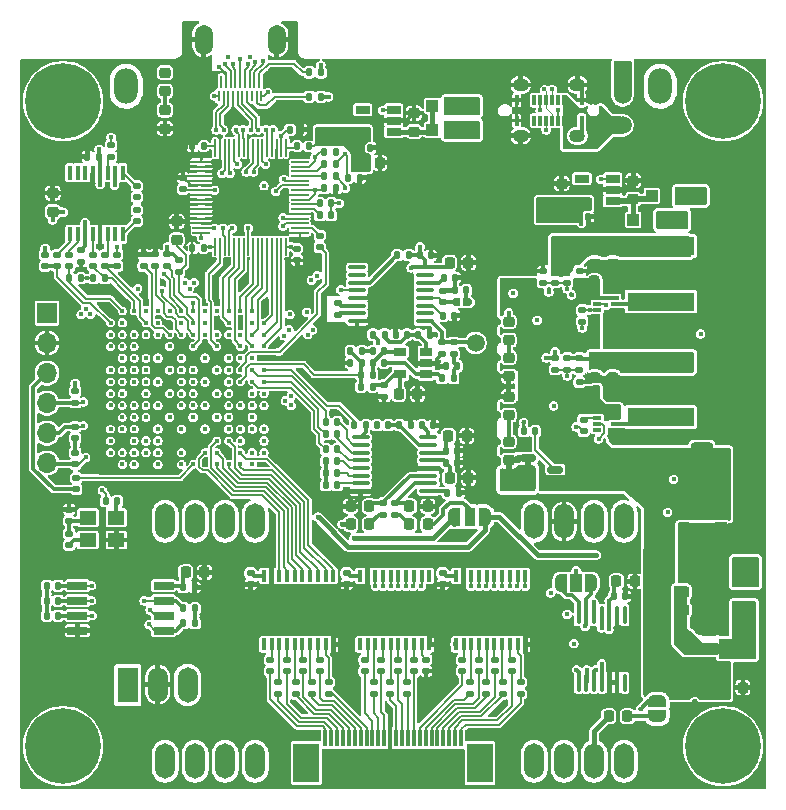
<source format=gbr>
%TF.GenerationSoftware,KiCad,Pcbnew,9.0.6*%
%TF.CreationDate,2025-11-26T23:49:47+01:00*%
%TF.ProjectId,hd_64_v0,68645f36-345f-4763-902e-6b696361645f,0.2*%
%TF.SameCoordinates,PX4737720PY55fe290*%
%TF.FileFunction,Copper,L1,Top*%
%TF.FilePolarity,Positive*%
%FSLAX46Y46*%
G04 Gerber Fmt 4.6, Leading zero omitted, Abs format (unit mm)*
G04 Created by KiCad (PCBNEW 9.0.6) date 2025-11-26 23:49:47*
%MOMM*%
%LPD*%
G01*
G04 APERTURE LIST*
G04 Aperture macros list*
%AMRoundRect*
0 Rectangle with rounded corners*
0 $1 Rounding radius*
0 $2 $3 $4 $5 $6 $7 $8 $9 X,Y pos of 4 corners*
0 Add a 4 corners polygon primitive as box body*
4,1,4,$2,$3,$4,$5,$6,$7,$8,$9,$2,$3,0*
0 Add four circle primitives for the rounded corners*
1,1,$1+$1,$2,$3*
1,1,$1+$1,$4,$5*
1,1,$1+$1,$6,$7*
1,1,$1+$1,$8,$9*
0 Add four rect primitives between the rounded corners*
20,1,$1+$1,$2,$3,$4,$5,0*
20,1,$1+$1,$4,$5,$6,$7,0*
20,1,$1+$1,$6,$7,$8,$9,0*
20,1,$1+$1,$8,$9,$2,$3,0*%
%AMOutline5P*
0 Free polygon, 5 corners , with rotation*
0 The origin of the aperture is its center*
0 number of corners: always 5*
0 $1 to $10 corner X, Y*
0 $11 Rotation angle, in degrees counterclockwise*
0 create outline with 5 corners*
4,1,5,$1,$2,$3,$4,$5,$6,$7,$8,$9,$10,$1,$2,$11*%
%AMOutline6P*
0 Free polygon, 6 corners , with rotation*
0 The origin of the aperture is its center*
0 number of corners: always 6*
0 $1 to $12 corner X, Y*
0 $13 Rotation angle, in degrees counterclockwise*
0 create outline with 6 corners*
4,1,6,$1,$2,$3,$4,$5,$6,$7,$8,$9,$10,$11,$12,$1,$2,$13*%
%AMOutline7P*
0 Free polygon, 7 corners , with rotation*
0 The origin of the aperture is its center*
0 number of corners: always 7*
0 $1 to $14 corner X, Y*
0 $15 Rotation angle, in degrees counterclockwise*
0 create outline with 7 corners*
4,1,7,$1,$2,$3,$4,$5,$6,$7,$8,$9,$10,$11,$12,$13,$14,$1,$2,$15*%
%AMOutline8P*
0 Free polygon, 8 corners , with rotation*
0 The origin of the aperture is its center*
0 number of corners: always 8*
0 $1 to $16 corner X, Y*
0 $17 Rotation angle, in degrees counterclockwise*
0 create outline with 8 corners*
4,1,8,$1,$2,$3,$4,$5,$6,$7,$8,$9,$10,$11,$12,$13,$14,$15,$16,$1,$2,$17*%
%AMFreePoly0*
4,1,9,3.862500,-0.866500,0.737500,-0.866500,0.737500,-0.450000,-0.737500,-0.450000,-0.737500,0.450000,0.737500,0.450000,0.737500,0.866500,3.862500,0.866500,3.862500,-0.866500,3.862500,-0.866500,$1*%
%AMFreePoly1*
4,1,23,0.550000,-0.750000,0.000000,-0.750000,0.000000,-0.745722,-0.065263,-0.745722,-0.191342,-0.711940,-0.304381,-0.646677,-0.396677,-0.554381,-0.461940,-0.441342,-0.495722,-0.315263,-0.495722,-0.250000,-0.500000,-0.250000,-0.500000,0.250000,-0.495722,0.250000,-0.495722,0.315263,-0.461940,0.441342,-0.396677,0.554381,-0.304381,0.646677,-0.191342,0.711940,-0.065263,0.745722,0.000000,0.745722,
0.000000,0.750000,0.550000,0.750000,0.550000,-0.750000,0.550000,-0.750000,$1*%
%AMFreePoly2*
4,1,23,0.000000,0.745722,0.065263,0.745722,0.191342,0.711940,0.304381,0.646677,0.396677,0.554381,0.461940,0.441342,0.495722,0.315263,0.495722,0.250000,0.500000,0.250000,0.500000,-0.250000,0.495722,-0.250000,0.495722,-0.315263,0.461940,-0.441342,0.396677,-0.554381,0.304381,-0.646677,0.191342,-0.711940,0.065263,-0.745722,0.000000,-0.745722,0.000000,-0.750000,-0.550000,-0.750000,
-0.550000,0.750000,0.000000,0.750000,0.000000,0.745722,0.000000,0.745722,$1*%
%AMFreePoly3*
4,1,23,0.500000,-0.750000,0.000000,-0.750000,0.000000,-0.745722,-0.065263,-0.745722,-0.191342,-0.711940,-0.304381,-0.646677,-0.396677,-0.554381,-0.461940,-0.441342,-0.495722,-0.315263,-0.495722,-0.250000,-0.500000,-0.250000,-0.500000,0.250000,-0.495722,0.250000,-0.495722,0.315263,-0.461940,0.441342,-0.396677,0.554381,-0.304381,0.646677,-0.191342,0.711940,-0.065263,0.745722,0.000000,0.745722,
0.000000,0.750000,0.500000,0.750000,0.500000,-0.750000,0.500000,-0.750000,$1*%
%AMFreePoly4*
4,1,23,0.000000,0.745722,0.065263,0.745722,0.191342,0.711940,0.304381,0.646677,0.396677,0.554381,0.461940,0.441342,0.495722,0.315263,0.495722,0.250000,0.500000,0.250000,0.500000,-0.250000,0.495722,-0.250000,0.495722,-0.315263,0.461940,-0.441342,0.396677,-0.554381,0.304381,-0.646677,0.191342,-0.711940,0.065263,-0.745722,0.000000,-0.745722,0.000000,-0.750000,-0.500000,-0.750000,
-0.500000,0.750000,0.000000,0.750000,0.000000,0.745722,0.000000,0.745722,$1*%
G04 Aperture macros list end*
%TA.AperFunction,SMDPad,CuDef*%
%ADD10RoundRect,0.218750X0.256250X-0.218750X0.256250X0.218750X-0.256250X0.218750X-0.256250X-0.218750X0*%
%TD*%
%TA.AperFunction,SMDPad,CuDef*%
%ADD11RoundRect,0.147500X0.172500X-0.147500X0.172500X0.147500X-0.172500X0.147500X-0.172500X-0.147500X0*%
%TD*%
%TA.AperFunction,SMDPad,CuDef*%
%ADD12RoundRect,0.147500X-0.172500X0.147500X-0.172500X-0.147500X0.172500X-0.147500X0.172500X0.147500X0*%
%TD*%
%TA.AperFunction,ComponentPad*%
%ADD13O,2.000000X3.000000*%
%TD*%
%TA.AperFunction,ComponentPad*%
%ADD14C,6.400000*%
%TD*%
%TA.AperFunction,SMDPad,CuDef*%
%ADD15RoundRect,0.150000X0.512500X0.150000X-0.512500X0.150000X-0.512500X-0.150000X0.512500X-0.150000X0*%
%TD*%
%TA.AperFunction,SMDPad,CuDef*%
%ADD16RoundRect,0.147500X-0.147500X-0.172500X0.147500X-0.172500X0.147500X0.172500X-0.147500X0.172500X0*%
%TD*%
%TA.AperFunction,SMDPad,CuDef*%
%ADD17RoundRect,0.218750X0.218750X0.256250X-0.218750X0.256250X-0.218750X-0.256250X0.218750X-0.256250X0*%
%TD*%
%TA.AperFunction,SMDPad,CuDef*%
%ADD18C,1.500000*%
%TD*%
%TA.AperFunction,SMDPad,CuDef*%
%ADD19R,0.400000X1.000000*%
%TD*%
%TA.AperFunction,SMDPad,CuDef*%
%ADD20RoundRect,0.100000X0.637500X0.100000X-0.637500X0.100000X-0.637500X-0.100000X0.637500X-0.100000X0*%
%TD*%
%TA.AperFunction,SMDPad,CuDef*%
%ADD21RoundRect,0.147500X0.147500X0.172500X-0.147500X0.172500X-0.147500X-0.172500X0.147500X-0.172500X0*%
%TD*%
%TA.AperFunction,SMDPad,CuDef*%
%ADD22R,1.300000X0.900000*%
%TD*%
%TA.AperFunction,SMDPad,CuDef*%
%ADD23FreePoly0,0.000000*%
%TD*%
%TA.AperFunction,SMDPad,CuDef*%
%ADD24RoundRect,0.218750X-0.218750X-0.256250X0.218750X-0.256250X0.218750X0.256250X-0.218750X0.256250X0*%
%TD*%
%TA.AperFunction,SMDPad,CuDef*%
%ADD25R,0.400000X1.200000*%
%TD*%
%TA.AperFunction,SMDPad,CuDef*%
%ADD26R,2.200000X3.300000*%
%TD*%
%TA.AperFunction,SMDPad,CuDef*%
%ADD27R,0.300000X1.400000*%
%TD*%
%TA.AperFunction,SMDPad,CuDef*%
%ADD28RoundRect,0.100000X-0.637500X-0.100000X0.637500X-0.100000X0.637500X0.100000X-0.637500X0.100000X0*%
%TD*%
%TA.AperFunction,SMDPad,CuDef*%
%ADD29R,1.000000X1.000000*%
%TD*%
%TA.AperFunction,SMDPad,CuDef*%
%ADD30R,5.700000X1.600000*%
%TD*%
%TA.AperFunction,SMDPad,CuDef*%
%ADD31RoundRect,0.250000X-0.700000X1.825000X-0.700000X-1.825000X0.700000X-1.825000X0.700000X1.825000X0*%
%TD*%
%TA.AperFunction,SMDPad,CuDef*%
%ADD32R,1.060000X0.650000*%
%TD*%
%TA.AperFunction,ComponentPad*%
%ADD33O,1.346200X1.092200*%
%TD*%
%TA.AperFunction,SMDPad,CuDef*%
%ADD34R,0.304800X0.863600*%
%TD*%
%TA.AperFunction,SMDPad,CuDef*%
%ADD35RoundRect,0.218750X-0.256250X0.218750X-0.256250X-0.218750X0.256250X-0.218750X0.256250X0.218750X0*%
%TD*%
%TA.AperFunction,ComponentPad*%
%ADD36O,1.700000X3.000000*%
%TD*%
%TA.AperFunction,SMDPad,CuDef*%
%ADD37R,0.700000X0.340000*%
%TD*%
%TA.AperFunction,SMDPad,CuDef*%
%ADD38R,1.400000X1.200000*%
%TD*%
%TA.AperFunction,SMDPad,CuDef*%
%ADD39FreePoly1,0.000000*%
%TD*%
%TA.AperFunction,SMDPad,CuDef*%
%ADD40R,0.900000X1.500000*%
%TD*%
%TA.AperFunction,SMDPad,CuDef*%
%ADD41FreePoly2,0.000000*%
%TD*%
%TA.AperFunction,SMDPad,CuDef*%
%ADD42RoundRect,0.062500X0.687500X0.062500X-0.687500X0.062500X-0.687500X-0.062500X0.687500X-0.062500X0*%
%TD*%
%TA.AperFunction,SMDPad,CuDef*%
%ADD43RoundRect,0.062500X0.062500X0.687500X-0.062500X0.687500X-0.062500X-0.687500X0.062500X-0.687500X0*%
%TD*%
%TA.AperFunction,SMDPad,CuDef*%
%ADD44R,1.220000X0.650000*%
%TD*%
%TA.AperFunction,SMDPad,CuDef*%
%ADD45R,1.700000X0.650000*%
%TD*%
%TA.AperFunction,SMDPad,CuDef*%
%ADD46C,0.450000*%
%TD*%
%TA.AperFunction,SMDPad,CuDef*%
%ADD47R,0.230000X0.850000*%
%TD*%
%TA.AperFunction,SMDPad,CuDef*%
%ADD48R,0.230000X1.000000*%
%TD*%
%TA.AperFunction,SMDPad,CuDef*%
%ADD49R,2.400000X1.380000*%
%TD*%
%TA.AperFunction,ComponentPad*%
%ADD50O,1.500000X2.550000*%
%TD*%
%TA.AperFunction,SMDPad,CuDef*%
%ADD51RoundRect,0.100000X0.100000X-0.637500X0.100000X0.637500X-0.100000X0.637500X-0.100000X-0.637500X0*%
%TD*%
%TA.AperFunction,ComponentPad*%
%ADD52R,1.700000X1.700000*%
%TD*%
%TA.AperFunction,ComponentPad*%
%ADD53O,1.700000X1.700000*%
%TD*%
%TA.AperFunction,SMDPad,CuDef*%
%ADD54R,1.000000X1.500000*%
%TD*%
%TA.AperFunction,ComponentPad*%
%ADD55R,1.700000X3.000000*%
%TD*%
%TA.AperFunction,SMDPad,CuDef*%
%ADD56Outline6P,-0.381000X0.120000X-0.201000X0.300000X0.381000X0.300000X0.381000X-0.300000X-0.201000X-0.300000X-0.381000X-0.120000X180.000000*%
%TD*%
%TA.AperFunction,SMDPad,CuDef*%
%ADD57Outline6P,-0.381000X0.300000X0.201000X0.300000X0.381000X0.120000X0.381000X-0.120000X0.201000X-0.300000X-0.381000X-0.300000X180.000000*%
%TD*%
%TA.AperFunction,SMDPad,CuDef*%
%ADD58FreePoly3,270.000000*%
%TD*%
%TA.AperFunction,SMDPad,CuDef*%
%ADD59FreePoly4,270.000000*%
%TD*%
%TA.AperFunction,ViaPad*%
%ADD60C,0.400000*%
%TD*%
%TA.AperFunction,ViaPad*%
%ADD61C,0.450000*%
%TD*%
%TA.AperFunction,Conductor*%
%ADD62C,0.300000*%
%TD*%
%TA.AperFunction,Conductor*%
%ADD63C,0.200000*%
%TD*%
%TA.AperFunction,Conductor*%
%ADD64C,0.400000*%
%TD*%
%TA.AperFunction,Conductor*%
%ADD65C,0.500000*%
%TD*%
%TA.AperFunction,Conductor*%
%ADD66C,0.120000*%
%TD*%
%TA.AperFunction,Conductor*%
%ADD67C,0.110000*%
%TD*%
G04 APERTURE END LIST*
D10*
X2924000Y49082500D03*
X2924000Y50657500D03*
D11*
X36888500Y37036000D03*
X36888500Y38006000D03*
D12*
X33528000Y11130000D03*
X33528000Y10160000D03*
D11*
X4826000Y27709000D03*
X4826000Y28679000D03*
D12*
X38989000Y11130000D03*
X38989000Y10160000D03*
D13*
X54356000Y59690000D03*
D12*
X30099000Y9225000D03*
X30099000Y8255000D03*
D14*
X59690000Y3810000D03*
D15*
X45460500Y27244000D03*
X45460500Y29144000D03*
X43185500Y28194000D03*
D16*
X2436000Y17399000D03*
X3406000Y17399000D03*
D17*
X29743500Y24130000D03*
X28168500Y24130000D03*
D10*
X52093000Y50139500D03*
X52093000Y51714500D03*
D18*
X51181000Y58928000D03*
D19*
X28952000Y12444000D03*
X29602000Y12444000D03*
X30252000Y12444000D03*
X30902000Y12444000D03*
X31552000Y12444000D03*
X32202000Y12444000D03*
X32852000Y12444000D03*
X33502000Y12444000D03*
X34152000Y12444000D03*
X34802000Y12444000D03*
X34802000Y18244000D03*
X34152000Y18244000D03*
X33502000Y18244000D03*
X32852000Y18244000D03*
X32202000Y18244000D03*
X31552000Y18244000D03*
X30902000Y18244000D03*
X30252000Y18244000D03*
X29602000Y18244000D03*
X28952000Y18244000D03*
D20*
X34739500Y25411000D03*
X34739500Y26061000D03*
X34739500Y26711000D03*
X34739500Y27361000D03*
X34739500Y28011000D03*
X34739500Y28661000D03*
X34739500Y29311000D03*
X34739500Y29961000D03*
X29014500Y29961000D03*
X29014500Y29311000D03*
X29014500Y28661000D03*
X29014500Y28011000D03*
X29014500Y27361000D03*
X29014500Y26711000D03*
X29014500Y26061000D03*
X29014500Y25411000D03*
D12*
X30929500Y24402000D03*
X30929500Y23432000D03*
D21*
X24615000Y54610000D03*
X23645000Y54610000D03*
D22*
X58476500Y13589000D03*
D23*
X58564000Y12089000D03*
D22*
X58476500Y10589000D03*
D12*
X25527000Y11130000D03*
X25527000Y10160000D03*
D21*
X51412000Y16510000D03*
X50442000Y16510000D03*
D11*
X5334000Y44854000D03*
X5334000Y45824000D03*
D21*
X37188000Y27813000D03*
X36218000Y27813000D03*
D24*
X56362500Y16891000D03*
X57937500Y16891000D03*
D12*
X42545000Y9225000D03*
X42545000Y8255000D03*
D24*
X33121500Y22606000D03*
X34696500Y22606000D03*
D16*
X28139000Y36270000D03*
X29109000Y36270000D03*
D25*
X4401500Y47170000D03*
X5036500Y47170000D03*
X5671500Y47170000D03*
X6306500Y47170000D03*
X6941500Y47170000D03*
X7576500Y47170000D03*
X8211500Y47170000D03*
X8846500Y47170000D03*
X8846500Y52370000D03*
X8211500Y52370000D03*
X7576500Y52370000D03*
X6941500Y52370000D03*
X6306500Y52370000D03*
X5671500Y52370000D03*
X5036500Y52370000D03*
X4401500Y52370000D03*
D26*
X24400000Y2407500D03*
X39100000Y2407500D03*
D27*
X26000000Y4477500D03*
X26500000Y4477500D03*
X27000000Y4477500D03*
X27500000Y4477500D03*
X28000000Y4477500D03*
X28500000Y4477500D03*
X29000000Y4477500D03*
X29500000Y4477500D03*
X30000000Y4477500D03*
X30500000Y4477500D03*
X31000000Y4477500D03*
X31500000Y4477500D03*
X32000000Y4477500D03*
X32500000Y4477500D03*
X33000000Y4477500D03*
X33500000Y4477500D03*
X34000000Y4477500D03*
X34500000Y4477500D03*
X35000000Y4477500D03*
X35500000Y4477500D03*
X36000000Y4477500D03*
X36500000Y4477500D03*
X37000000Y4477500D03*
X37500000Y4477500D03*
D12*
X30734000Y11130000D03*
X30734000Y10160000D03*
D21*
X27028000Y28956000D03*
X26058000Y28956000D03*
D28*
X28692000Y44368000D03*
X28692000Y43718000D03*
X28692000Y43068000D03*
X28692000Y42418000D03*
X28692000Y41768000D03*
X28692000Y41118000D03*
X28692000Y40468000D03*
X28692000Y39818000D03*
X34417000Y39818000D03*
X34417000Y40468000D03*
X34417000Y41118000D03*
X34417000Y41768000D03*
X34417000Y42418000D03*
X34417000Y43068000D03*
X34417000Y43718000D03*
X34417000Y44368000D03*
D12*
X7386000Y45429000D03*
X7386000Y44459000D03*
D29*
X61595000Y18014000D03*
X61595000Y15514000D03*
D30*
X54399000Y41465000D03*
X54399000Y46165000D03*
D21*
X26520000Y48768000D03*
X25550000Y48768000D03*
X34833500Y38664000D03*
X33863500Y38664000D03*
D24*
X28168500Y22606000D03*
X29743500Y22606000D03*
D16*
X29039000Y34270000D03*
X30009000Y34270000D03*
D21*
X29822000Y54483000D03*
X28852000Y54483000D03*
D12*
X29337000Y11130000D03*
X29337000Y10160000D03*
D31*
X57872500Y27478000D03*
X57872500Y20528000D03*
D10*
X41529000Y35153500D03*
X41529000Y36728500D03*
D16*
X23010000Y56007000D03*
X23980000Y56007000D03*
D24*
X36423500Y30099000D03*
X37998500Y30099000D03*
D29*
X53657000Y50419000D03*
X56157000Y50419000D03*
D21*
X36934000Y40259000D03*
X35964000Y40259000D03*
D32*
X34559500Y35301000D03*
X34559500Y36251000D03*
X34559500Y37201000D03*
X32359500Y37201000D03*
X32359500Y35301000D03*
D17*
X38125500Y44760000D03*
X36550500Y44760000D03*
D12*
X23624000Y45955000D03*
X23624000Y44985000D03*
D16*
X26058000Y26924000D03*
X27028000Y26924000D03*
D11*
X19685000Y17526000D03*
X19685000Y18496000D03*
D33*
X47358000Y55507999D03*
X42558000Y55507999D03*
X47358000Y59808001D03*
X42558000Y59808001D03*
D34*
X47708000Y56793000D03*
X46208000Y56793000D03*
X45708001Y56793000D03*
X45208000Y56793000D03*
X44708000Y56793000D03*
X44207999Y56793000D03*
X43708000Y56793000D03*
X42208000Y56793000D03*
X42208000Y58523000D03*
X43708000Y58523000D03*
X44207999Y58523000D03*
X44708000Y58523000D03*
X45208000Y58523000D03*
X45708001Y58523000D03*
X46208000Y58523000D03*
X47708000Y58523000D03*
D21*
X5311000Y43434000D03*
X4341000Y43434000D03*
D11*
X47541000Y43076000D03*
X47541000Y44046000D03*
D21*
X15725000Y54610000D03*
X14755000Y54610000D03*
D24*
X33121500Y24130000D03*
X34696500Y24130000D03*
X50647500Y17780000D03*
X52222500Y17780000D03*
D21*
X48280000Y48641000D03*
X47310000Y48641000D03*
X33251000Y30988000D03*
X32281000Y30988000D03*
D16*
X28139000Y37270000D03*
X29109000Y37270000D03*
D18*
X38735000Y37973000D03*
D12*
X4318000Y21821000D03*
X4318000Y20851000D03*
X26289000Y9225000D03*
X26289000Y8255000D03*
D24*
X48785500Y43180000D03*
X50360500Y43180000D03*
D21*
X36992500Y43490000D03*
X36022500Y43490000D03*
X26520000Y49784000D03*
X25550000Y49784000D03*
D12*
X4924000Y26555000D03*
X4924000Y25585000D03*
D35*
X50335000Y46253500D03*
X50335000Y44678500D03*
D21*
X27028000Y31242000D03*
X26058000Y31242000D03*
D24*
X56362500Y15367000D03*
X57937500Y15367000D03*
D12*
X2286000Y45443000D03*
X2286000Y44473000D03*
D11*
X10053000Y50301000D03*
X10053000Y51271000D03*
D12*
X21971000Y9225000D03*
X21971000Y8255000D03*
D10*
X41529000Y38201500D03*
X41529000Y39776500D03*
D21*
X26901000Y52070000D03*
X25931000Y52070000D03*
D12*
X24892000Y9225000D03*
X24892000Y8255000D03*
D21*
X57127000Y14097000D03*
X56157000Y14097000D03*
D24*
X29057500Y53213000D03*
X30632500Y53213000D03*
D21*
X35156000Y30988000D03*
X34186000Y30988000D03*
D12*
X13624000Y44955000D03*
X13624000Y43985000D03*
X30988000Y34394000D03*
X30988000Y33424000D03*
D17*
X51587500Y6350000D03*
X50012500Y6350000D03*
D21*
X31346000Y30988000D03*
X30376000Y30988000D03*
D12*
X6350000Y45443000D03*
X6350000Y44473000D03*
D21*
X32928500Y38664000D03*
X31958500Y38664000D03*
D36*
X20066000Y2540000D03*
X17526000Y2540000D03*
X14986000Y2540000D03*
X12446000Y2540000D03*
D37*
X50534000Y40775000D03*
X50534000Y41275000D03*
X50534000Y41775000D03*
X49034000Y41775000D03*
X49034000Y41275000D03*
X49034000Y40775000D03*
D10*
X12446000Y56108500D03*
X12446000Y57683500D03*
D11*
X27813000Y17526000D03*
X27813000Y18496000D03*
D21*
X28933000Y51943000D03*
X27963000Y51943000D03*
D12*
X41783000Y11130000D03*
X41783000Y10160000D03*
D38*
X5912000Y21275000D03*
X8312000Y21275000D03*
X8312000Y23175000D03*
X5912000Y23175000D03*
D12*
X27109500Y41308000D03*
X27109500Y40338000D03*
D16*
X33990500Y45395000D03*
X34960500Y45395000D03*
D21*
X15709000Y45970000D03*
X14739000Y45970000D03*
X26901000Y54102000D03*
X25931000Y54102000D03*
D10*
X33528000Y55854500D03*
X33528000Y57429500D03*
D12*
X32893000Y9225000D03*
X32893000Y8255000D03*
D21*
X37315000Y25273000D03*
X36345000Y25273000D03*
D17*
X33807500Y33655000D03*
X32232500Y33655000D03*
D16*
X2436000Y16129000D03*
X3406000Y16129000D03*
X36980000Y42418000D03*
X37950000Y42418000D03*
D12*
X11624000Y45455000D03*
X11624000Y44485000D03*
D39*
X36927000Y23241000D03*
D40*
X38227000Y23241000D03*
D41*
X39527000Y23241000D03*
D12*
X10624000Y45455000D03*
X10624000Y44485000D03*
D35*
X41529000Y33426500D03*
X41529000Y31851500D03*
D12*
X45466000Y36680000D03*
X45466000Y35710000D03*
X41021000Y9225000D03*
X41021000Y8255000D03*
D42*
X23860000Y47292000D03*
X23860000Y47692000D03*
X23860000Y48092000D03*
X23860000Y48492000D03*
X23860000Y48892000D03*
X23860000Y49292000D03*
X23860000Y49692000D03*
X23860000Y50092000D03*
X23860000Y50492000D03*
X23860000Y50892000D03*
X23860000Y51292000D03*
X23860000Y51692000D03*
X23860000Y52092000D03*
X23860000Y52492000D03*
X23860000Y52892000D03*
X23860000Y53292000D03*
D43*
X22685000Y54467000D03*
X22285000Y54467000D03*
X21885000Y54467000D03*
X21485000Y54467000D03*
X21085000Y54467000D03*
X20685000Y54467000D03*
X20285000Y54467000D03*
X19885000Y54467000D03*
X19485000Y54467000D03*
X19085000Y54467000D03*
X18685000Y54467000D03*
X18285000Y54467000D03*
X17885000Y54467000D03*
X17485000Y54467000D03*
X17085000Y54467000D03*
X16685000Y54467000D03*
D42*
X15510000Y53292000D03*
X15510000Y52892000D03*
X15510000Y52492000D03*
X15510000Y52092000D03*
X15510000Y51692000D03*
X15510000Y51292000D03*
X15510000Y50892000D03*
X15510000Y50492000D03*
X15510000Y50092000D03*
X15510000Y49692000D03*
X15510000Y49292000D03*
X15510000Y48892000D03*
X15510000Y48492000D03*
X15510000Y48092000D03*
X15510000Y47692000D03*
X15510000Y47292000D03*
D43*
X16685000Y46117000D03*
X17085000Y46117000D03*
X17485000Y46117000D03*
X17885000Y46117000D03*
X18285000Y46117000D03*
X18685000Y46117000D03*
X19085000Y46117000D03*
X19485000Y46117000D03*
X19885000Y46117000D03*
X20285000Y46117000D03*
X20685000Y46117000D03*
X21085000Y46117000D03*
X21485000Y46117000D03*
X21885000Y46117000D03*
X22285000Y46117000D03*
X22685000Y46117000D03*
D12*
X3324000Y45429000D03*
X3324000Y44459000D03*
D24*
X36550500Y26543000D03*
X38125500Y26543000D03*
D12*
X47879000Y31473000D03*
X47879000Y30503000D03*
X37592000Y11130000D03*
X37592000Y10160000D03*
D10*
X46017000Y49885500D03*
X46017000Y51460500D03*
D11*
X34544000Y10183000D03*
X34544000Y11153000D03*
D12*
X31945500Y24402000D03*
X31945500Y23432000D03*
D44*
X31790000Y55819000D03*
X31790000Y56769000D03*
X31790000Y57719000D03*
X29170000Y57719000D03*
X29170000Y55819000D03*
D12*
X7874000Y54714000D03*
X7874000Y53744000D03*
X35872500Y38006000D03*
X35872500Y37036000D03*
X31496000Y9225000D03*
X31496000Y8255000D03*
D14*
X59690000Y58420000D03*
D35*
X50335000Y36601500D03*
X50335000Y35026500D03*
D21*
X29441000Y30988000D03*
X28471000Y30988000D03*
D16*
X24661000Y60870000D03*
X25631000Y60870000D03*
D21*
X27028000Y30226000D03*
X26058000Y30226000D03*
D29*
X35072000Y58039000D03*
X37572000Y58039000D03*
D11*
X13970000Y50973000D03*
X13970000Y51943000D03*
D12*
X38227000Y9225000D03*
X38227000Y8255000D03*
X32131000Y11130000D03*
X32131000Y10160000D03*
D45*
X5024000Y17410000D03*
X5024000Y16140000D03*
X5024000Y14870000D03*
X5024000Y13600000D03*
X12324000Y13600000D03*
X12324000Y14870000D03*
X12324000Y16140000D03*
X12324000Y17410000D03*
D16*
X25931000Y51054000D03*
X26901000Y51054000D03*
D36*
X51308000Y22860000D03*
X48768000Y22860000D03*
X46228000Y22860000D03*
X43688000Y22860000D03*
D12*
X40386000Y11130000D03*
X40386000Y10160000D03*
X22733000Y11130000D03*
X22733000Y10160000D03*
D13*
X9144000Y59690000D03*
D11*
X47541000Y33678000D03*
X47541000Y34648000D03*
D21*
X37188000Y28829000D03*
X36218000Y28829000D03*
D10*
X12446000Y59283500D03*
X12446000Y60858500D03*
D12*
X44450000Y44046000D03*
X44450000Y43076000D03*
D46*
X20824000Y27670000D03*
X19824000Y27670000D03*
X18824000Y27670000D03*
X17824000Y27670000D03*
X16824000Y27670000D03*
X15824000Y27670000D03*
X14824000Y27670000D03*
X13824000Y27670000D03*
X12824000Y27670000D03*
X11824000Y27670000D03*
X10824000Y27670000D03*
X9824000Y27670000D03*
X8824000Y27670000D03*
X7824000Y27670000D03*
X20824000Y28670000D03*
X19824000Y28670000D03*
X18824000Y28670000D03*
X17824000Y28670000D03*
X16824000Y28670000D03*
X15824000Y28670000D03*
X14824000Y28670000D03*
X13824000Y28670000D03*
X12824000Y28670000D03*
X11824000Y28670000D03*
X10824000Y28670000D03*
X9824000Y28670000D03*
X8824000Y28670000D03*
X7824000Y28670000D03*
X20824000Y29670000D03*
X19824000Y29670000D03*
X18824000Y29670000D03*
X17824000Y29670000D03*
X16824000Y29670000D03*
X15824000Y29670000D03*
X14824000Y29670000D03*
X13824000Y29670000D03*
X12824000Y29670000D03*
X11824000Y29670000D03*
X10824000Y29670000D03*
X9824000Y29670000D03*
X8824000Y29670000D03*
X7824000Y29670000D03*
X20824000Y30670000D03*
X19824000Y30670000D03*
X18824000Y30670000D03*
X17824000Y30670000D03*
X16824000Y30670000D03*
X15824000Y30670000D03*
X14824000Y30670000D03*
X13824000Y30670000D03*
X12824000Y30670000D03*
X11824000Y30670000D03*
X10824000Y30670000D03*
X9824000Y30670000D03*
X8824000Y30670000D03*
X7824000Y30670000D03*
X20824000Y31670000D03*
X19824000Y31670000D03*
X18824000Y31670000D03*
X17824000Y31670000D03*
X16824000Y31670000D03*
X15824000Y31670000D03*
X14824000Y31670000D03*
X13824000Y31670000D03*
X12824000Y31670000D03*
X11824000Y31670000D03*
X10824000Y31670000D03*
X9824000Y31670000D03*
X8824000Y31670000D03*
X7824000Y31670000D03*
X20824000Y32670000D03*
X19824000Y32670000D03*
X18824000Y32670000D03*
X17824000Y32670000D03*
X16824000Y32670000D03*
X15824000Y32670000D03*
X14824000Y32670000D03*
X13824000Y32670000D03*
X12824000Y32670000D03*
X11824000Y32670000D03*
X10824000Y32670000D03*
X9824000Y32670000D03*
X8824000Y32670000D03*
X7824000Y32670000D03*
X20824000Y33670000D03*
X19824000Y33670000D03*
X18824000Y33670000D03*
X17824000Y33670000D03*
X16824000Y33670000D03*
X15824000Y33670000D03*
X14824000Y33670000D03*
X13824000Y33670000D03*
X12824000Y33670000D03*
X11824000Y33670000D03*
X10824000Y33670000D03*
X9824000Y33670000D03*
X8824000Y33670000D03*
X7824000Y33670000D03*
X20824000Y34670000D03*
X19824000Y34670000D03*
X18824000Y34670000D03*
X17824000Y34670000D03*
X16824000Y34670000D03*
X15824000Y34670000D03*
X14824000Y34670000D03*
X13824000Y34670000D03*
X12824000Y34670000D03*
X11824000Y34670000D03*
X10824000Y34670000D03*
X9824000Y34670000D03*
X8824000Y34670000D03*
X7824000Y34670000D03*
X20824000Y35670000D03*
X19824000Y35670000D03*
X18824000Y35670000D03*
X17824000Y35670000D03*
X16824000Y35670000D03*
X15824000Y35670000D03*
X14824000Y35670000D03*
X13824000Y35670000D03*
X12824000Y35670000D03*
X11824000Y35670000D03*
X10824000Y35670000D03*
X9824000Y35670000D03*
X8824000Y35670000D03*
X7824000Y35670000D03*
X20824000Y36670000D03*
X19824000Y36670000D03*
X18824000Y36670000D03*
X17824000Y36670000D03*
X16824000Y36670000D03*
X15824000Y36670000D03*
X14824000Y36670000D03*
X13824000Y36670000D03*
X12824000Y36670000D03*
X11824000Y36670000D03*
X10824000Y36670000D03*
X9824000Y36670000D03*
X8824000Y36670000D03*
X7824000Y36670000D03*
X20824000Y37670000D03*
X19824000Y37670000D03*
X18824000Y37670000D03*
X17824000Y37670000D03*
X16824000Y37670000D03*
X15824000Y37670000D03*
X14824000Y37670000D03*
X13824000Y37670000D03*
X12824000Y37670000D03*
X11824000Y37670000D03*
X10824000Y37670000D03*
X9824000Y37670000D03*
X8824000Y37670000D03*
X7824000Y37670000D03*
X20824000Y38670000D03*
X19824000Y38670000D03*
X18824000Y38670000D03*
X17824000Y38670000D03*
X16824000Y38670000D03*
X15824000Y38670000D03*
X14824000Y38670000D03*
X13824000Y38670000D03*
X12824000Y38670000D03*
X11824000Y38670000D03*
X10824000Y38670000D03*
X9824000Y38670000D03*
X8824000Y38670000D03*
X7824000Y38670000D03*
X20824000Y39670000D03*
X19824000Y39670000D03*
X18824000Y39670000D03*
X17824000Y39670000D03*
X16824000Y39670000D03*
X15824000Y39670000D03*
X14824000Y39670000D03*
X13824000Y39670000D03*
X12824000Y39670000D03*
X11824000Y39670000D03*
X10824000Y39670000D03*
X9824000Y39670000D03*
X8824000Y39670000D03*
X7824000Y39670000D03*
X20824000Y40670000D03*
X19824000Y40670000D03*
X18824000Y40670000D03*
X17824000Y40670000D03*
X16824000Y40670000D03*
X15824000Y40670000D03*
X14824000Y40670000D03*
X13824000Y40670000D03*
X12824000Y40670000D03*
X11824000Y40670000D03*
X10824000Y40670000D03*
X9824000Y40670000D03*
X8824000Y40670000D03*
X7824000Y40670000D03*
D21*
X43792000Y30480000D03*
X42822000Y30480000D03*
D11*
X35941000Y17526000D03*
X35941000Y18496000D03*
D47*
X16996000Y58852000D03*
D48*
X17196000Y60077000D03*
D47*
X17396000Y58852000D03*
D48*
X17596000Y60077000D03*
D47*
X17796000Y58852000D03*
D48*
X17996000Y60077000D03*
D47*
X18196000Y58852000D03*
D48*
X18396000Y60077000D03*
D47*
X18596000Y58852000D03*
D48*
X18796000Y60077000D03*
D47*
X18996000Y58852000D03*
D48*
X19196000Y60077000D03*
D47*
X19396000Y58852000D03*
D48*
X19596000Y60077000D03*
D47*
X19796000Y58852000D03*
D48*
X19996000Y60077000D03*
D47*
X20196000Y58852000D03*
D48*
X20396000Y60077000D03*
D47*
X20596000Y58852000D03*
D49*
X22246000Y60267000D03*
D50*
X21896000Y63627000D03*
X15696000Y63627000D03*
D49*
X15346000Y60267000D03*
D16*
X24661000Y58801000D03*
X25631000Y58801000D03*
D36*
X51308000Y2540000D03*
X48768000Y2540000D03*
X46228000Y2540000D03*
X43688000Y2540000D03*
D21*
X31023500Y38664000D03*
X30053500Y38664000D03*
D16*
X7439000Y24570000D03*
X8409000Y24570000D03*
D37*
X50534000Y30615000D03*
X50534000Y31115000D03*
X50534000Y31615000D03*
X49034000Y31615000D03*
X49034000Y31115000D03*
X49034000Y30615000D03*
D11*
X46482000Y35710000D03*
X46482000Y36680000D03*
D35*
X48811000Y46253500D03*
X48811000Y44678500D03*
D11*
X4826000Y32916000D03*
X4826000Y33886000D03*
D21*
X14963000Y17272000D03*
X13993000Y17272000D03*
D24*
X48785500Y33528000D03*
X50360500Y33528000D03*
D12*
X12624000Y45455000D03*
X12624000Y44485000D03*
D16*
X35895500Y34981000D03*
X36865500Y34981000D03*
D14*
X3810000Y3810000D03*
D21*
X37188000Y35997000D03*
X36218000Y35997000D03*
D12*
X4824000Y30855000D03*
X4824000Y29885000D03*
D51*
X47453000Y9202500D03*
X48103000Y9202500D03*
X48753000Y9202500D03*
X49403000Y9202500D03*
X50053000Y9202500D03*
X50703000Y9202500D03*
X51353000Y9202500D03*
X51353000Y14927500D03*
X50703000Y14927500D03*
X50053000Y14927500D03*
X49403000Y14927500D03*
X48753000Y14927500D03*
X48103000Y14927500D03*
X47453000Y14927500D03*
D52*
X2438000Y40488000D03*
D53*
X2438000Y37948000D03*
X2438000Y35408000D03*
X2438000Y32868000D03*
X2438000Y30328000D03*
X2438000Y27788000D03*
D35*
X41529000Y29616500D03*
X41529000Y28041500D03*
D16*
X32085500Y45395000D03*
X33055500Y45395000D03*
D21*
X31009000Y37270000D03*
X30039000Y37270000D03*
D29*
X52070000Y48387000D03*
X54570000Y48387000D03*
D44*
X50355000Y49977000D03*
X50355000Y50927000D03*
X50355000Y51877000D03*
X47735000Y51877000D03*
X47735000Y49977000D03*
D12*
X8382000Y45443000D03*
X8382000Y44473000D03*
X46482000Y44046000D03*
X46482000Y43076000D03*
D16*
X26058000Y27940000D03*
X27028000Y27940000D03*
D21*
X14963000Y14224000D03*
X13993000Y14224000D03*
D12*
X4318000Y45443000D03*
X4318000Y44473000D03*
D11*
X10053000Y48269000D03*
X10053000Y49239000D03*
D21*
X26901000Y53086000D03*
X25931000Y53086000D03*
D11*
X45466000Y43076000D03*
X45466000Y44046000D03*
D10*
X13424000Y46682500D03*
X13424000Y48257500D03*
D24*
X59791500Y8787000D03*
X61366500Y8787000D03*
D16*
X26058000Y25908000D03*
X27028000Y25908000D03*
D21*
X14963000Y15494000D03*
X13993000Y15494000D03*
D30*
X54399000Y31686000D03*
X54399000Y36386000D03*
D39*
X45944000Y17653000D03*
D54*
X47244000Y17653000D03*
D41*
X48544000Y17653000D03*
D16*
X2436000Y14870000D03*
X3406000Y14870000D03*
D12*
X25524000Y47055000D03*
X25524000Y46085000D03*
D36*
X20066000Y22860000D03*
X17526000Y22860000D03*
X14986000Y22860000D03*
X12446000Y22860000D03*
D24*
X14198500Y18542000D03*
X15773500Y18542000D03*
D12*
X23495000Y9225000D03*
X23495000Y8255000D03*
D16*
X6350000Y43434000D03*
X7320000Y43434000D03*
D12*
X21336000Y11130000D03*
X21336000Y10160000D03*
X47498000Y36680000D03*
X47498000Y35710000D03*
D11*
X35941000Y41425000D03*
X35941000Y42395000D03*
D12*
X24130000Y11130000D03*
X24130000Y10160000D03*
D16*
X5865000Y53721000D03*
X6835000Y53721000D03*
D55*
X9271000Y9017000D03*
D36*
X11811000Y9017000D03*
X14351000Y9017000D03*
D19*
X37080000Y12444000D03*
X37730000Y12444000D03*
X38380000Y12444000D03*
X39030000Y12444000D03*
X39680000Y12444000D03*
X40330000Y12444000D03*
X40980000Y12444000D03*
X41630000Y12444000D03*
X42280000Y12444000D03*
X42930000Y12444000D03*
X42930000Y18244000D03*
X42280000Y18244000D03*
X41630000Y18244000D03*
X40980000Y18244000D03*
X40330000Y18244000D03*
X39680000Y18244000D03*
X39030000Y18244000D03*
X38380000Y18244000D03*
X37730000Y18244000D03*
X37080000Y18244000D03*
D12*
X47752000Y40744000D03*
X47752000Y39774000D03*
D56*
X38100000Y41402000D03*
D57*
X37084000Y41402000D03*
D12*
X39624000Y9225000D03*
X39624000Y8255000D03*
D16*
X29039000Y35270000D03*
X30009000Y35270000D03*
D12*
X4318000Y23853000D03*
X4318000Y22883000D03*
D35*
X48811000Y36601500D03*
X48811000Y35026500D03*
D21*
X31009000Y36270000D03*
X30039000Y36270000D03*
D14*
X3810000Y58420000D03*
D29*
X35072000Y56007000D03*
X37572000Y56007000D03*
D18*
X51181000Y56388000D03*
D58*
X54102000Y7635000D03*
D59*
X54102000Y6335000D03*
D19*
X20824000Y12444000D03*
X21474000Y12444000D03*
X22124000Y12444000D03*
X22774000Y12444000D03*
X23424000Y12444000D03*
X24074000Y12444000D03*
X24724000Y12444000D03*
X25374000Y12444000D03*
X26024000Y12444000D03*
X26674000Y12444000D03*
X26674000Y18244000D03*
X26024000Y18244000D03*
X25374000Y18244000D03*
X24724000Y18244000D03*
X24074000Y18244000D03*
X23424000Y18244000D03*
X22774000Y18244000D03*
X22124000Y18244000D03*
X21474000Y18244000D03*
X20824000Y18244000D03*
D60*
X52578000Y29718000D03*
X37973000Y25273000D03*
X45212000Y55626000D03*
X30607000Y54737000D03*
X36924000Y1270000D03*
X14859000Y16510000D03*
X20193000Y8890000D03*
X6624000Y25070000D03*
X54483000Y57277000D03*
X3937000Y50673000D03*
X16637000Y20828000D03*
X16124000Y56170000D03*
X16637000Y15367000D03*
X30607000Y56642000D03*
X16637000Y18542000D03*
X25527000Y35814000D03*
X32624000Y1270000D03*
X5724000Y33570000D03*
X14824000Y29670000D03*
X34824000Y13370000D03*
X43180000Y10033000D03*
X16256000Y1397000D03*
X62484000Y8763000D03*
X49149000Y49784000D03*
X52832000Y44577000D03*
X18923000Y43180000D03*
X21524000Y17270000D03*
X6731000Y14478000D03*
X30607000Y55753000D03*
X14351000Y11303000D03*
X21590000Y5334000D03*
X23624000Y44970000D03*
X52114000Y52705000D03*
X42164000Y22860000D03*
X17624000Y51770000D03*
X51435000Y30353000D03*
X12824000Y29670000D03*
X22606000Y52705000D03*
X19177000Y56769000D03*
X16256000Y44704000D03*
X41148000Y24384000D03*
X35179000Y31623000D03*
X41275000Y16764000D03*
X20024000Y16670000D03*
X6731000Y19177000D03*
X34524000Y9270000D03*
X15524000Y57390000D03*
X37211000Y32893000D03*
X48641000Y13716000D03*
X21463000Y19431000D03*
X59436000Y18669000D03*
X51689000Y53213000D03*
X31877000Y16764000D03*
X27813000Y16764000D03*
X57404000Y17907000D03*
X12824000Y30670000D03*
X62484000Y9779000D03*
X31924000Y39370000D03*
X44929342Y42276671D03*
X6424000Y37670000D03*
X29624000Y17170000D03*
X53213000Y51816000D03*
X48514000Y10795000D03*
X37668886Y22002827D03*
X46482000Y53086000D03*
X41275000Y20320000D03*
X6223000Y18034000D03*
X30607000Y51943000D03*
X44577000Y17272000D03*
X59182000Y43942000D03*
X45945342Y15254329D03*
X17824000Y37670000D03*
X50546000Y39370000D03*
X18415000Y20828000D03*
X12446000Y20828000D03*
X42545000Y16764000D03*
X31024000Y28470000D03*
X36322000Y9525000D03*
X25724000Y33870000D03*
X33528000Y36576000D03*
X42926000Y19304000D03*
X7824000Y36670000D03*
X9398000Y49784000D03*
X38124000Y45570000D03*
X52832000Y43053000D03*
X38862000Y48514000D03*
X40640000Y6985000D03*
X33824000Y32570000D03*
X32258000Y29845000D03*
X50292000Y29718000D03*
X5024000Y12770000D03*
X39497000Y52451000D03*
X16524000Y53270000D03*
X9525000Y16891000D03*
X50624000Y13770000D03*
X34544000Y48768000D03*
X59944000Y34290000D03*
X45466000Y53086000D03*
X40005000Y16764000D03*
X22352000Y57531000D03*
X16637000Y11303000D03*
X10824000Y30670000D03*
X52070000Y16764000D03*
X13824000Y29670000D03*
X35433000Y24130000D03*
X33147000Y58801000D03*
X11824000Y31670000D03*
X61595000Y39751000D03*
X58928000Y14859000D03*
X20824000Y31670000D03*
X12824000Y28670000D03*
X26524000Y29591000D03*
X28067000Y32893000D03*
X50546000Y40005000D03*
X14351000Y26289000D03*
X25146000Y22606000D03*
X18415000Y9906000D03*
X28575000Y7366000D03*
X10541000Y46355000D03*
X29845000Y51943000D03*
X9824000Y33670000D03*
X8255000Y42291000D03*
X22724000Y36770000D03*
X16989342Y61326671D03*
X42524000Y13670000D03*
X7824000Y40670000D03*
X59436000Y22352000D03*
X8763000Y5461000D03*
X2624000Y20970000D03*
X24765000Y56007000D03*
X38735000Y16764000D03*
X12824000Y36670000D03*
X33401000Y27686000D03*
X38989000Y43180000D03*
X12324000Y43070000D03*
X7824000Y31670000D03*
D61*
X26924000Y54070000D03*
D60*
X14824000Y30670000D03*
X13824000Y31670000D03*
D61*
X20824000Y40670000D03*
D60*
X30480000Y26162000D03*
X25324000Y36770000D03*
X37624000Y17170000D03*
X37719000Y40259000D03*
X45339000Y32639000D03*
X56261000Y54102000D03*
X59436000Y20574000D03*
X30226000Y45720000D03*
X21684000Y28260000D03*
X18415000Y7112000D03*
X22987000Y14351000D03*
X33528000Y58166000D03*
X14351000Y61468000D03*
X52705000Y33274000D03*
X3429000Y34163000D03*
X52705000Y34798000D03*
X24964000Y30070000D03*
X34417000Y16764000D03*
X8824000Y29670000D03*
X47498000Y1270000D03*
X12319000Y19304000D03*
X55880000Y29718000D03*
X18415000Y15367000D03*
X5842000Y54483000D03*
X12824000Y39670000D03*
X43942000Y39878000D03*
X13081000Y58570000D03*
X35362000Y38664000D03*
X22225000Y56261000D03*
X24324000Y35270000D03*
X23324000Y37170000D03*
X42418000Y5461000D03*
X26824000Y11470000D03*
X52832000Y43815000D03*
X51943000Y34036000D03*
X18824000Y39670000D03*
X4324000Y24670000D03*
X23876000Y31369000D03*
X32893000Y3170000D03*
X46863000Y42037000D03*
X16637000Y8382000D03*
X49657000Y53721000D03*
X59690000Y13589000D03*
X9525000Y43815000D03*
X31024000Y32770000D03*
X40259000Y21463000D03*
X6858000Y42418000D03*
X59436000Y21463000D03*
X44958000Y1270000D03*
X30607000Y16764000D03*
X29824000Y41770000D03*
X11104000Y49230000D03*
X28524000Y49870000D03*
X46609000Y10287000D03*
X14824000Y28670000D03*
X55245000Y39243000D03*
X5024000Y37670000D03*
X11430000Y25146000D03*
X35524000Y12370000D03*
X27148359Y23134726D03*
X61722000Y30988000D03*
X16824000Y36670000D03*
X23876000Y6985000D03*
X33909000Y58801000D03*
X7724000Y25908000D03*
X27686000Y50419000D03*
X15024000Y44770000D03*
X51943000Y33274000D03*
X14824000Y36670000D03*
X47244000Y5080000D03*
X49414000Y50870000D03*
X14097000Y56261000D03*
X13970000Y52705000D03*
X13716000Y60198000D03*
X51816000Y29718000D03*
X61595000Y48133000D03*
X25400000Y24257000D03*
X51816000Y39370000D03*
X51181000Y40005000D03*
X35560000Y52451000D03*
X26670000Y56769000D03*
X41656000Y46228000D03*
X20824000Y27670000D03*
X5946835Y27712912D03*
X19658833Y51920426D03*
X15024000Y4572000D03*
X5207000Y53721000D03*
X47498000Y24003000D03*
X3429000Y29083000D03*
X19177000Y53213000D03*
X52070000Y44577000D03*
X29337000Y38100000D03*
X3810000Y26543000D03*
X36524000Y3170000D03*
X14124000Y54570000D03*
X55753000Y6604000D03*
X31369000Y6985000D03*
X58928000Y15621000D03*
X21124000Y50070000D03*
X58293000Y17907000D03*
X21924000Y53170000D03*
X52705000Y34036000D03*
X13824000Y37670000D03*
X27686000Y3170000D03*
X51943000Y34798000D03*
X55626000Y43815000D03*
X10541000Y15494000D03*
X51943000Y10287000D03*
X50673000Y8128000D03*
X35433000Y36251000D03*
X52578000Y8001000D03*
X52070000Y43815000D03*
X50038000Y10795000D03*
X7824000Y27670000D03*
X27813000Y38989000D03*
X30353000Y48260000D03*
X57277000Y7620000D03*
X33147000Y16764000D03*
X13335000Y51943000D03*
X26924000Y32131000D03*
X30734000Y1270000D03*
X59055000Y52832000D03*
X39370000Y35052000D03*
X35052000Y46101000D03*
X59436000Y19685000D03*
X18824000Y31670000D03*
X17794329Y62131658D03*
X49657000Y4699000D03*
X18824000Y33670000D03*
X28448000Y9144000D03*
X27813000Y21717000D03*
X5334000Y44196000D03*
X4318000Y9652000D03*
X44704000Y36703000D03*
X1270000Y15240000D03*
X14478000Y13081000D03*
X7124000Y22270000D03*
X54737000Y2667000D03*
X12824000Y32670000D03*
X17024000Y48270000D03*
X47371000Y11938000D03*
X26797000Y46101000D03*
X24424000Y44970000D03*
X45466000Y37211000D03*
X39024000Y26570000D03*
X16824000Y32670000D03*
X37973000Y43434000D03*
X11274000Y56000000D03*
X48768000Y19304000D03*
X51054000Y29718000D03*
X27305000Y1143000D03*
X31369000Y51943000D03*
X33274000Y31623000D03*
X38924000Y30070000D03*
X1905000Y50673000D03*
X20701000Y61849000D03*
X50038000Y8128000D03*
X16824000Y39670000D03*
X44958000Y24003000D03*
X24384000Y57785000D03*
X15824000Y37670000D03*
X34417000Y7112000D03*
X3429000Y31623000D03*
X13462000Y49270000D03*
X58928000Y16383000D03*
X27524000Y43070000D03*
X5724000Y37670000D03*
X8324000Y20170000D03*
X49286563Y16261433D03*
X27432000Y57658000D03*
X39124000Y44770000D03*
X32258000Y42418000D03*
X15824000Y27670000D03*
X54991000Y23622000D03*
X16637000Y6223000D03*
X15824000Y33670000D03*
X6324000Y51370000D03*
X11444000Y53420000D03*
X41529000Y34290000D03*
X1824000Y22570000D03*
X23024000Y41970000D03*
X3424000Y23870000D03*
X12424000Y4572000D03*
X22924000Y43270000D03*
X30988000Y35306000D03*
X42926000Y11811000D03*
X50038000Y47752000D03*
X15824000Y35670000D03*
X18796000Y61976000D03*
X51181000Y39370000D03*
X16637000Y42799000D03*
X23424000Y43670000D03*
X19824000Y29670000D03*
X49022000Y48641000D03*
X20024000Y20828000D03*
X41910000Y42164000D03*
X20824000Y36670000D03*
X54229000Y29718000D03*
X52070000Y43053000D03*
X6924000Y48170000D03*
X14986000Y20828000D03*
X16824000Y34670000D03*
X12824000Y27670000D03*
X21724000Y37870000D03*
X1905000Y12954000D03*
X55499000Y26416000D03*
X46609000Y18923000D03*
X8763000Y15367000D03*
X15875000Y25908000D03*
X18796000Y1397000D03*
X58928000Y17145000D03*
X22479000Y1270000D03*
X33528000Y37338000D03*
X10824000Y37670000D03*
X19824000Y48270000D03*
X25024000Y15970000D03*
X43307000Y7112000D03*
X51816000Y40005000D03*
X45974000Y52578000D03*
X10911450Y13553128D03*
X38024000Y28870000D03*
X45847000Y9017000D03*
X42926000Y51943000D03*
X26624000Y13470000D03*
X9271000Y55626000D03*
X34624000Y33670000D03*
X38024000Y27770000D03*
X50038000Y1270000D03*
X44831000Y47498000D03*
X6350000Y16764000D03*
X6924000Y46070000D03*
X15824000Y31670000D03*
X5824000Y30370000D03*
X14624000Y45970000D03*
X1778000Y43053000D03*
X21909502Y48178699D03*
X42799000Y31242000D03*
X27424000Y36270000D03*
X2921000Y51689000D03*
X52578000Y53213000D03*
X44450000Y44577000D03*
X27305000Y24130000D03*
X17724000Y48270000D03*
X31496000Y5588000D03*
X9824000Y39670000D03*
X12824000Y34670000D03*
X1651000Y18669000D03*
X18415000Y17907000D03*
X19645244Y62155448D03*
X62484000Y7874000D03*
X16637000Y50892000D03*
X8171000Y51294000D03*
X54653000Y35941000D03*
X19824000Y36670000D03*
X56452000Y48768000D03*
X56452000Y48006000D03*
X51986000Y35941000D03*
X19824000Y33670000D03*
X52875000Y36830000D03*
X38735000Y56388000D03*
X27686000Y51054000D03*
X23124000Y33470000D03*
X55733000Y48006000D03*
X14963000Y14859000D03*
X23024000Y40370000D03*
X2436000Y16764000D03*
X10124000Y42570000D03*
X12624000Y46070000D03*
X54653000Y36830000D03*
X26058000Y27940000D03*
D61*
X28924000Y12470000D03*
D60*
X13824000Y39670000D03*
X22624000Y33070000D03*
X4826000Y34544000D03*
D61*
X20824000Y12470000D03*
D60*
X41529000Y40513000D03*
X5324000Y40370000D03*
X8824000Y33670000D03*
X52875000Y35941000D03*
X12324000Y17370000D03*
X6858000Y54356000D03*
X5724000Y40870000D03*
X23124000Y32670000D03*
X36218000Y28829000D03*
X28404000Y18244000D03*
X51986000Y36830000D03*
X2286000Y45974000D03*
X25146000Y50892000D03*
X19824000Y39670000D03*
X6124000Y40370000D03*
X27178000Y49784000D03*
X36449000Y56388000D03*
X6941500Y51370000D03*
X30376000Y30988000D03*
X2413000Y15494000D03*
X15824000Y39670000D03*
X5842000Y43434000D03*
D61*
X37024000Y12470000D03*
D60*
X5671500Y48159500D03*
X36532000Y18244000D03*
X7874000Y55372000D03*
X8824000Y36670000D03*
X55733000Y48768000D03*
X3810000Y49022000D03*
X24424000Y40570000D03*
X2921000Y48387000D03*
X8382000Y46101000D03*
X36449000Y55626000D03*
X20276000Y18244000D03*
X4826000Y29370000D03*
X13462000Y17410000D03*
X53764000Y36830000D03*
X53764000Y35941000D03*
X8824000Y39670000D03*
X38735000Y55626000D03*
X34739500Y28661000D03*
X20824000Y51270000D03*
X4924000Y22870000D03*
X25527000Y55880000D03*
X26289000Y55118000D03*
X27051000Y55118000D03*
X26289000Y55880000D03*
X20955000Y53086000D03*
X25527000Y55118000D03*
X27051000Y55880000D03*
X18542000Y53086000D03*
X22285000Y55499000D03*
X44239000Y49149000D03*
X14924000Y43070000D03*
X23124000Y46117000D03*
X11824000Y34670000D03*
X44239000Y48387000D03*
X14124000Y43070000D03*
X11824000Y32670000D03*
X47688500Y48069500D03*
X16224000Y46101000D03*
X11824000Y36670000D03*
X45001000Y49149000D03*
X14524000Y42570000D03*
X12824000Y37670000D03*
X45001000Y48387000D03*
X44239000Y49911000D03*
X47244000Y30861000D03*
X45001000Y49911000D03*
X28448000Y21463000D03*
X30252000Y17370000D03*
X17824000Y31670000D03*
X30889712Y17371840D03*
X17824000Y30670000D03*
X31552000Y17370000D03*
X18824000Y30670000D03*
X32202000Y17370000D03*
X18824000Y29670000D03*
X32827003Y17370000D03*
X19824000Y28670000D03*
X33452006Y17370000D03*
X19824000Y27670000D03*
X20824000Y28670000D03*
X34124000Y17370000D03*
X18824000Y32670000D03*
X38324000Y17370000D03*
X20824000Y29670000D03*
X39024000Y17370000D03*
X19824000Y30670000D03*
X39649003Y17370000D03*
X40324000Y17370000D03*
X20824000Y30670000D03*
X40949003Y17370000D03*
X19824000Y31670000D03*
X19824000Y32670000D03*
X41624000Y17370000D03*
X42249003Y17370000D03*
X20824000Y32670000D03*
X42924000Y17370000D03*
X20824000Y33670000D03*
X36218000Y27813000D03*
X35687000Y44368000D03*
X62032500Y12573000D03*
X60254500Y11557000D03*
X34739500Y28011000D03*
X61143500Y11557000D03*
X34036000Y46101000D03*
X30480000Y37973000D03*
X50038000Y16129000D03*
X32359500Y35301000D03*
X31024000Y34370000D03*
X62032500Y11557000D03*
X60254500Y12573000D03*
X52705000Y6985000D03*
X33274000Y44323000D03*
X50026529Y13714943D03*
X61143500Y12573000D03*
X16624000Y58870000D03*
X25146000Y53721000D03*
X17824000Y36670000D03*
X15524000Y46870000D03*
X16824000Y40670000D03*
X16624000Y47670000D03*
X17324000Y47670000D03*
X16824000Y38670000D03*
X18124000Y47662893D03*
X17824000Y38670000D03*
X19485000Y47670000D03*
X18824000Y38670000D03*
X27028000Y31242000D03*
X22424000Y47870000D03*
X22424000Y48570000D03*
X27028000Y28956000D03*
X22479000Y51816000D03*
X18824000Y36670000D03*
X17824000Y35670000D03*
X21809000Y50800000D03*
X20066000Y61722000D03*
X21590000Y56007000D03*
X19431000Y61595000D03*
X20955000Y56007000D03*
X20320000Y56007000D03*
X19939000Y52451000D03*
X19304000Y52451000D03*
X19685000Y56007000D03*
X19050000Y56016119D03*
X18161000Y61595000D03*
X17526000Y61595000D03*
X18450094Y56005350D03*
X17922875Y52324000D03*
X17399000Y55982750D03*
X16764000Y56007000D03*
X17272000Y52324000D03*
X17824000Y33670000D03*
X27324000Y42470000D03*
X11824000Y28670000D03*
X11824000Y27670000D03*
X46779000Y45847000D03*
X47541000Y45085000D03*
X16824000Y35670000D03*
X24524000Y38670000D03*
X46779000Y45085000D03*
X15824000Y34670000D03*
X15824000Y32670000D03*
X16824000Y31670000D03*
X22924000Y39070000D03*
X15824000Y30670000D03*
X14824000Y31670000D03*
X24824000Y43270000D03*
X47541000Y46609000D03*
X12824000Y33670000D03*
X22524000Y38570000D03*
X16824000Y33670000D03*
X47541000Y45847000D03*
X25324000Y43670000D03*
X46779000Y46609000D03*
X13824000Y36670000D03*
X24924000Y39070000D03*
X12824000Y31670000D03*
X13824000Y30670000D03*
X15824000Y36670000D03*
X12824000Y35670000D03*
X9824000Y27670000D03*
X42037000Y26416000D03*
X42037000Y25781000D03*
X43307000Y25781000D03*
X42672000Y26416000D03*
X41402000Y25781000D03*
X43307000Y26416000D03*
X42672000Y25781000D03*
X41402000Y26416000D03*
X49149000Y29845000D03*
X46482000Y35179000D03*
X48895000Y10287000D03*
X48133000Y10287000D03*
X47272658Y10301329D03*
X5524000Y32970000D03*
X15824000Y40670000D03*
X5524000Y30970000D03*
X14824000Y41370000D03*
X5724000Y28270000D03*
X15824000Y38670000D03*
X49319000Y51816000D03*
X30861000Y57658000D03*
X48387000Y40767000D03*
X46482000Y14986000D03*
X48753000Y15987000D03*
X45085000Y16789500D03*
X49403000Y10795000D03*
X47053500Y12509500D03*
X47244000Y18669000D03*
X12324000Y43770000D03*
X6268997Y14870000D03*
X11824000Y30670000D03*
X12219022Y42370000D03*
X10668000Y16129000D03*
X11824000Y29670000D03*
X6223000Y17410000D03*
X10824000Y29670000D03*
X11168000Y15367000D03*
X13824000Y27670000D03*
X10824000Y28670000D03*
X11080750Y14128750D03*
X9824000Y28670000D03*
X6223000Y16140000D03*
X25624000Y61468000D03*
X57785000Y24892000D03*
X59309000Y24892000D03*
X21124000Y59170000D03*
X50800000Y61468000D03*
X50800000Y60833000D03*
X59309000Y26416000D03*
X51562000Y61468000D03*
X51562000Y60833000D03*
X59309000Y27178000D03*
X26289000Y58801000D03*
X59309000Y25654000D03*
X58547000Y24892000D03*
X58039000Y50800000D03*
X57320000Y50800000D03*
X60706000Y19558000D03*
X38735000Y57658000D03*
X36449000Y57658000D03*
X47752000Y39243000D03*
X36449000Y58420000D03*
X57785000Y38735000D03*
X38735000Y58420000D03*
X61595000Y19558000D03*
X62484000Y19558000D03*
X57320000Y50038000D03*
X58039000Y50038000D03*
X7124000Y25470000D03*
X10824000Y33670000D03*
X49784000Y41148000D03*
X46482000Y42545000D03*
X45212000Y59436000D03*
X44704000Y56007000D03*
X10053000Y50301000D03*
X10053000Y49239000D03*
X44564000Y59420000D03*
X10824000Y40670000D03*
X12446000Y60858500D03*
X45720000Y57658000D03*
X44196000Y57658000D03*
X8824000Y27670000D03*
X27686000Y53975000D03*
X17824000Y34670000D03*
X27432000Y22606000D03*
X25400000Y23206003D03*
X48958500Y20002500D03*
X48006000Y13970000D03*
X49403000Y13843000D03*
D62*
X47708000Y56793000D02*
X47708000Y55857999D01*
X41529000Y34290000D02*
X41529000Y35153500D01*
X28979000Y25375500D02*
X29014500Y25411000D01*
X14963000Y16614000D02*
X14859000Y16510000D01*
D63*
X42822000Y30480000D02*
X42822000Y31219000D01*
D62*
X47708000Y55857999D02*
X47358000Y55507999D01*
X35433000Y36596500D02*
X35872500Y37036000D01*
X47708000Y59458001D02*
X47358000Y59808001D01*
D63*
X16329000Y50492000D02*
X16329447Y50492447D01*
D62*
X48811000Y35026500D02*
X48432500Y34648000D01*
X33853000Y36251000D02*
X34559500Y36251000D01*
D63*
X16304893Y51267000D02*
X16599893Y51562000D01*
X16329447Y50492447D02*
X16637000Y50184894D01*
D62*
X35687000Y35997000D02*
X35433000Y36251000D01*
D63*
X17596000Y60077000D02*
X17596000Y60720013D01*
D62*
X32867500Y56769000D02*
X33528000Y57429500D01*
D64*
X50355000Y50927000D02*
X51305500Y50927000D01*
D63*
X45466000Y36680000D02*
X45466000Y37211000D01*
X15510000Y51692000D02*
X14221000Y51692000D01*
X15510000Y51292000D02*
X14621000Y51292000D01*
D62*
X35941000Y42395000D02*
X36957000Y42395000D01*
D63*
X15535000Y48067000D02*
X16313893Y48067000D01*
D62*
X29014500Y24976000D02*
X28168500Y24130000D01*
X41529000Y33426500D02*
X41529000Y34290000D01*
D63*
X19996000Y60903026D02*
X20701000Y61608026D01*
D62*
X29014500Y25411000D02*
X29014500Y24976000D01*
X14963000Y17272000D02*
X14963000Y16614000D01*
X33528000Y36576000D02*
X33853000Y36251000D01*
D64*
X50360500Y33528000D02*
X50360500Y35001000D01*
D63*
X19396000Y58328000D02*
X19939000Y57785000D01*
D62*
X35433000Y36251000D02*
X35433000Y36596500D01*
D63*
X16637000Y50184894D02*
X16637000Y50165000D01*
D64*
X51305500Y50927000D02*
X52093000Y51714500D01*
D63*
X15535000Y51267000D02*
X16304893Y51267000D01*
X17596000Y60720013D02*
X16989342Y61326671D01*
X42822000Y31219000D02*
X42799000Y31242000D01*
X14621000Y51292000D02*
X13970000Y51943000D01*
X18196000Y58852000D02*
X18196000Y57693000D01*
X15510000Y52092000D02*
X14119000Y52092000D01*
X16516893Y48270000D02*
X17024000Y48270000D01*
D64*
X50360500Y35001000D02*
X50335000Y35026500D01*
D63*
X15510000Y48092000D02*
X15535000Y48067000D01*
X20701000Y61608026D02*
X20701000Y61849000D01*
D62*
X31790000Y56769000D02*
X32867500Y56769000D01*
D63*
X19396000Y58852000D02*
X19396000Y58328000D01*
X44450000Y44046000D02*
X44450000Y44577000D01*
X15510000Y51292000D02*
X15535000Y51267000D01*
D62*
X34559500Y36251000D02*
X35433000Y36251000D01*
X35362000Y38664000D02*
X34833500Y38664000D01*
D63*
X19996000Y60077000D02*
X19996000Y60903026D01*
X18796000Y60077000D02*
X18796000Y61976000D01*
D62*
X5334000Y44196000D02*
X5334000Y44854000D01*
D63*
X14119000Y52092000D02*
X13970000Y51943000D01*
X15510000Y50492000D02*
X16329000Y50492000D01*
X18161000Y57658000D02*
X18196000Y57693000D01*
D62*
X36218000Y35997000D02*
X35687000Y35997000D01*
D63*
X14221000Y51692000D02*
X13970000Y51943000D01*
D62*
X48432500Y34648000D02*
X47541000Y34648000D01*
X47708000Y58523000D02*
X47708000Y59458001D01*
D63*
X16313893Y48067000D02*
X16516893Y48270000D01*
X16599893Y51562000D02*
X16891000Y51562000D01*
D62*
X30929500Y23432000D02*
X30569500Y23432000D01*
X30569500Y23432000D02*
X29743500Y22606000D01*
D63*
X27686000Y51285000D02*
X26901000Y52070000D01*
D62*
X6835000Y53721000D02*
X6835000Y54333000D01*
X6941500Y53614500D02*
X6835000Y53721000D01*
X28404000Y18244000D02*
X28065000Y18244000D01*
D63*
X27686000Y51054000D02*
X27686000Y51285000D01*
X14051000Y50892000D02*
X13970000Y50973000D01*
X25769000Y50892000D02*
X25931000Y51054000D01*
D62*
X28956000Y18240000D02*
X28952000Y18244000D01*
X4924000Y22870000D02*
X4937000Y22883000D01*
D63*
X25146000Y50892000D02*
X23860000Y50892000D01*
D62*
X46482000Y36680000D02*
X47498000Y36680000D01*
D63*
X7874000Y54714000D02*
X7874000Y55372000D01*
D62*
X12324000Y17410000D02*
X13462000Y17410000D01*
X36532000Y18244000D02*
X36193000Y18244000D01*
X14963000Y15494000D02*
X14963000Y14859000D01*
X2924000Y49082500D02*
X2924000Y48390000D01*
X28065000Y18244000D02*
X27813000Y18496000D01*
X4826000Y29370000D02*
X4826000Y29883000D01*
X20276000Y18244000D02*
X19937000Y18244000D01*
X41529000Y39776500D02*
X41529000Y40513000D01*
D63*
X25146000Y50584326D02*
X25146000Y50892000D01*
D62*
X20276000Y18244000D02*
X20824000Y18244000D01*
D63*
X26520000Y48768000D02*
X26520000Y49784000D01*
D62*
X5620000Y22883000D02*
X5912000Y23175000D01*
X13624000Y44955000D02*
X13124000Y45455000D01*
D63*
X8382000Y45443000D02*
X8382000Y46101000D01*
D62*
X36193000Y18244000D02*
X35941000Y18496000D01*
D63*
X5842000Y43434000D02*
X5311000Y43434000D01*
D62*
X2436000Y16764000D02*
X2436000Y14870000D01*
X2924000Y48390000D02*
X2921000Y48387000D01*
X2286000Y45443000D02*
X2286000Y45974000D01*
X34739500Y28661000D02*
X36050000Y28661000D01*
X47498000Y36680000D02*
X47576500Y36601500D01*
X4826000Y28679000D02*
X4826000Y29883000D01*
X36532000Y18244000D02*
X37080000Y18244000D01*
X6835000Y54333000D02*
X6858000Y54356000D01*
D63*
X23860000Y50092000D02*
X24653674Y50092000D01*
D62*
X4318000Y22883000D02*
X4911000Y22883000D01*
X5671500Y46161500D02*
X5334000Y45824000D01*
D63*
X24653674Y50092000D02*
X25146000Y50584326D01*
D62*
X26058000Y26924000D02*
X26058000Y27940000D01*
D63*
X15510000Y50892000D02*
X14051000Y50892000D01*
D62*
X13993000Y17272000D02*
X13993000Y18336500D01*
X4318000Y21821000D02*
X4318000Y22883000D01*
X13855000Y17410000D02*
X13993000Y17272000D01*
X47576500Y36601500D02*
X48811000Y36601500D01*
X19937000Y18244000D02*
X19685000Y18496000D01*
X4937000Y22883000D02*
X5620000Y22883000D01*
X12624000Y45455000D02*
X12624000Y46070000D01*
X13993000Y18336500D02*
X14198500Y18542000D01*
X6941500Y51370000D02*
X6941500Y52370000D01*
X2436000Y17399000D02*
X2436000Y16764000D01*
X5671500Y47170000D02*
X5671500Y46161500D01*
X6941500Y52370000D02*
X6941500Y53614500D01*
D63*
X5842000Y43434000D02*
X6350000Y43434000D01*
D62*
X14963000Y14859000D02*
X14963000Y14224000D01*
D63*
X23860000Y50892000D02*
X25769000Y50892000D01*
D62*
X13462000Y17410000D02*
X13855000Y17410000D01*
X4826000Y33886000D02*
X4826000Y34544000D01*
D63*
X26520000Y49784000D02*
X27178000Y49784000D01*
D62*
X12324000Y17410000D02*
X12324000Y17370000D01*
X3749500Y49082500D02*
X3810000Y49022000D01*
X4826000Y29883000D02*
X4824000Y29885000D01*
X6901000Y52410500D02*
X6941500Y52370000D01*
D63*
X16637000Y50892000D02*
X15510000Y50892000D01*
D62*
X28404000Y18244000D02*
X28952000Y18244000D01*
X2924000Y49082500D02*
X3749500Y49082500D01*
X36218000Y28829000D02*
X36218000Y29893500D01*
X4911000Y22883000D02*
X4924000Y22870000D01*
X13124000Y45455000D02*
X12624000Y45455000D01*
X5671500Y48159500D02*
X5671500Y47170000D01*
X26058000Y25908000D02*
X26058000Y26924000D01*
X8211500Y51334500D02*
X8171000Y51294000D01*
X8211500Y52370000D02*
X8211500Y51334500D01*
X36050000Y28661000D02*
X36218000Y28829000D01*
D63*
X20685000Y53356000D02*
X20685000Y54467000D01*
X23010000Y56007000D02*
X22793000Y56007000D01*
X18285000Y53343000D02*
X18285000Y54467000D01*
X24615000Y54610000D02*
X25019000Y54610000D01*
X25019000Y54610000D02*
X25527000Y55118000D01*
X20955000Y53086000D02*
X20685000Y53356000D01*
X18542000Y53086000D02*
X18285000Y53343000D01*
X22793000Y56007000D02*
X22285000Y55499000D01*
X22285000Y55499000D02*
X22285000Y54467000D01*
X47244000Y30861000D02*
X47521000Y30861000D01*
X16685000Y46117000D02*
X16018000Y46117000D01*
X16018000Y46117000D02*
X16002000Y46101000D01*
X23124000Y46117000D02*
X23286000Y45955000D01*
X16224000Y46101000D02*
X15840000Y46101000D01*
X47688500Y48069500D02*
X47310000Y48448000D01*
X15840000Y46101000D02*
X15709000Y45970000D01*
X47310000Y48448000D02*
X47310000Y48641000D01*
X23286000Y45955000D02*
X23624000Y45955000D01*
X47521000Y30861000D02*
X47879000Y30503000D01*
X23124000Y46117000D02*
X22685000Y46117000D01*
D64*
X36927000Y22605499D02*
X36927000Y23114000D01*
X28448000Y21463000D02*
X35149000Y21463000D01*
X35149000Y21463000D02*
X36927000Y23241000D01*
D63*
X18149078Y25070000D02*
X16049078Y27170000D01*
X15324000Y28170000D02*
X15824000Y28670000D01*
X15616893Y27170000D02*
X15324000Y27462893D01*
X16049078Y27170000D02*
X15616893Y27170000D01*
X20666289Y25070000D02*
X18149078Y25070000D01*
X22124000Y18244000D02*
X22124000Y23612289D01*
X22124000Y23612289D02*
X20666289Y25070000D01*
X15324000Y27462893D02*
X15324000Y28170000D01*
X20811263Y25420000D02*
X18294052Y25420000D01*
X16324000Y27390052D02*
X16324000Y29170000D01*
X22474000Y23757263D02*
X20811263Y25420000D01*
X16324000Y29170000D02*
X16824000Y29670000D01*
X22774000Y18694000D02*
X22474000Y18994000D01*
X18294052Y25420000D02*
X16324000Y27390052D01*
X22774000Y18244000D02*
X22774000Y18694000D01*
X22474000Y18994000D02*
X22474000Y23757263D01*
X16824000Y27385026D02*
X16824000Y27670000D01*
X23424000Y18794000D02*
X22824000Y19394000D01*
X18439026Y25770000D02*
X16824000Y27385026D01*
X22824000Y23902237D02*
X20956237Y25770000D01*
X20956237Y25770000D02*
X18439026Y25770000D01*
X22824000Y19394000D02*
X22824000Y23902237D01*
X23424000Y18244000D02*
X23424000Y18794000D01*
X18584000Y26120000D02*
X17324000Y27380000D01*
X17324000Y27380000D02*
X17324000Y28170000D01*
X24074000Y18244000D02*
X24074000Y18794000D01*
X17324000Y28170000D02*
X16824000Y28670000D01*
X23174000Y24047211D02*
X21101211Y26120000D01*
X23174000Y19694000D02*
X23174000Y24047211D01*
X21101211Y26120000D02*
X18584000Y26120000D01*
X24074000Y18794000D02*
X23174000Y19694000D01*
X23524000Y24192185D02*
X21246185Y26470000D01*
X18761538Y26470000D02*
X17824000Y27407538D01*
X21246185Y26470000D02*
X18761538Y26470000D01*
X17824000Y27407538D02*
X17824000Y27670000D01*
X24724000Y18244000D02*
X24724000Y18794000D01*
X24724000Y18794000D02*
X23524000Y19994000D01*
X23524000Y19994000D02*
X23524000Y24192185D01*
X18913025Y26820000D02*
X18324000Y27409025D01*
X18324000Y29170000D02*
X17824000Y29670000D01*
X21391159Y26820000D02*
X18913025Y26820000D01*
X18324000Y27409025D02*
X18324000Y29170000D01*
X25374000Y18794000D02*
X23874000Y20294000D01*
X23874000Y20294000D02*
X23874000Y24337159D01*
X23874000Y24337159D02*
X21391159Y26820000D01*
X25374000Y18244000D02*
X25374000Y18794000D01*
X19121919Y27170000D02*
X18824000Y27467919D01*
X24224000Y20594000D02*
X24224000Y24482133D01*
X24224000Y24482133D02*
X21536133Y27170000D01*
X18824000Y27467919D02*
X18824000Y27670000D01*
X26024000Y18244000D02*
X26024000Y18794000D01*
X21536133Y27170000D02*
X19121919Y27170000D01*
X26024000Y18794000D02*
X24224000Y20594000D01*
X24574000Y20894000D02*
X24574000Y24627107D01*
X26674000Y18244000D02*
X26674000Y18794000D01*
X19324000Y28170000D02*
X18824000Y28670000D01*
X21031107Y28170000D02*
X19324000Y28170000D01*
X24574000Y24627107D02*
X21031107Y28170000D01*
X26674000Y18794000D02*
X24574000Y20894000D01*
X30252000Y17370000D02*
X30252000Y18244000D01*
X30889712Y17371840D02*
X30902000Y17384128D01*
X30902000Y17384128D02*
X30902000Y18244000D01*
X31552000Y17370000D02*
X31552000Y18244000D01*
X32202000Y17370000D02*
X32202000Y18244000D01*
X32852000Y18244000D02*
X32852000Y17394997D01*
X32852000Y17394997D02*
X32827003Y17370000D01*
X33502000Y17419994D02*
X33452006Y17370000D01*
X33502000Y18244000D02*
X33502000Y17419994D01*
X34152000Y18244000D02*
X34152000Y17398000D01*
X34152000Y17398000D02*
X34124000Y17370000D01*
X38380000Y18244000D02*
X38380000Y17426000D01*
X38380000Y17426000D02*
X38324000Y17370000D01*
X39030000Y18244000D02*
X39030000Y17376000D01*
X39030000Y17376000D02*
X39024000Y17370000D01*
X39680000Y18244000D02*
X39680000Y17400997D01*
X39680000Y17400997D02*
X39649003Y17370000D01*
X40330000Y17376000D02*
X40324000Y17370000D01*
X40330000Y18244000D02*
X40330000Y17376000D01*
X40980000Y17400997D02*
X40949003Y17370000D01*
X40980000Y18244000D02*
X40980000Y17400997D01*
X41630000Y17376000D02*
X41624000Y17370000D01*
X41630000Y18244000D02*
X41630000Y17376000D01*
X42280000Y18244000D02*
X42280000Y17400997D01*
X42280000Y17400997D02*
X42249003Y17370000D01*
X42930000Y18244000D02*
X42930000Y17376000D01*
X42930000Y17376000D02*
X42924000Y17370000D01*
X16542000Y54610000D02*
X16685000Y54467000D01*
X15725000Y54610000D02*
X16542000Y54610000D01*
D62*
X31009000Y37270000D02*
X31009000Y37240000D01*
X31009000Y37240000D02*
X30039000Y36270000D01*
X32293500Y37267000D02*
X32359500Y37201000D01*
X30009000Y35855000D02*
X30039000Y35885000D01*
X31078000Y37201000D02*
X31009000Y37270000D01*
X32359500Y37201000D02*
X31078000Y37201000D01*
X30009000Y35270000D02*
X30009000Y35855000D01*
X30039000Y35885000D02*
X30039000Y36270000D01*
X29109000Y37270000D02*
X30039000Y37270000D01*
X31425000Y38044000D02*
X32456000Y38044000D01*
X32928500Y38516500D02*
X32928500Y38664000D01*
X34559500Y37201000D02*
X34559500Y37968000D01*
X32456000Y38044000D02*
X32928500Y38516500D01*
X31023500Y38445500D02*
X31425000Y38044000D01*
X33863500Y38664000D02*
X32928500Y38664000D01*
X31023500Y38664000D02*
X31023500Y38445500D01*
X34559500Y37968000D02*
X33863500Y38664000D01*
X50442000Y16510000D02*
X50442000Y17574500D01*
X34417000Y44968500D02*
X33990500Y45395000D01*
X54102000Y7635000D02*
X53355000Y7635000D01*
X50026529Y13714943D02*
X50053000Y13741414D01*
X31925000Y35301000D02*
X31018000Y34394000D01*
X52705000Y6985000D02*
X52679500Y7010500D01*
X30009000Y34270000D02*
X30133000Y34394000D01*
X31018000Y34394000D02*
X30988000Y34394000D01*
X36550500Y44633000D02*
X36550500Y44760000D01*
X50053000Y14927500D02*
X50053000Y16091000D01*
X33319000Y44368000D02*
X33274000Y44323000D01*
X50038000Y16106000D02*
X50038000Y16129000D01*
X36218000Y27813000D02*
X36550500Y27480500D01*
X36218000Y27813000D02*
X36020000Y28011000D01*
X50038000Y16129000D02*
X50061000Y16129000D01*
X53355000Y7635000D02*
X52705000Y6985000D01*
X32359500Y35301000D02*
X32359500Y33782000D01*
X36285500Y44368000D02*
X36550500Y44633000D01*
X50061000Y16129000D02*
X50442000Y16510000D01*
X34417000Y44368000D02*
X33319000Y44368000D01*
X30480000Y38237500D02*
X30053500Y38664000D01*
X34417000Y44368000D02*
X36285500Y44368000D01*
X50053000Y13741414D02*
X50053000Y14927500D01*
X50442000Y17574500D02*
X50647500Y17780000D01*
X33990500Y45395000D02*
X33055500Y45395000D01*
X33990500Y45395000D02*
X33990500Y46055500D01*
X33990500Y46055500D02*
X34036000Y46101000D01*
X52705000Y6985000D02*
X52705000Y7000000D01*
X36550500Y27480500D02*
X36550500Y26543000D01*
X30133000Y34394000D02*
X30988000Y34394000D01*
X36020000Y28011000D02*
X34739500Y28011000D01*
X34417000Y44368000D02*
X34417000Y44968500D01*
X32359500Y35301000D02*
X31925000Y35301000D01*
X32359500Y33782000D02*
X32232500Y33655000D01*
X50053000Y16091000D02*
X50038000Y16106000D01*
X30480000Y37973000D02*
X30480000Y38237500D01*
X35687000Y44368000D02*
X36285500Y44368000D01*
X35575500Y35301000D02*
X35895500Y34981000D01*
X34559500Y35301000D02*
X35575500Y35301000D01*
X33722802Y35301000D02*
X32753802Y36270000D01*
X34559500Y35301000D02*
X33722802Y35301000D01*
X32753802Y36270000D02*
X31009000Y36270000D01*
D63*
X16624000Y58870000D02*
X16978000Y58870000D01*
X25146000Y53721000D02*
X25146000Y53384326D01*
X25146000Y53384326D02*
X24653674Y52892000D01*
X24653674Y52892000D02*
X23860000Y52892000D01*
X25527000Y54102000D02*
X25146000Y53721000D01*
X25931000Y54102000D02*
X25527000Y54102000D01*
X16978000Y58870000D02*
X16996000Y58852000D01*
D62*
X36865500Y35674500D02*
X37188000Y35997000D01*
X36888500Y37036000D02*
X36888500Y36296500D01*
X36865500Y34981000D02*
X36865500Y35674500D01*
X36888500Y36296500D02*
X37188000Y35997000D01*
D63*
X28471000Y31346000D02*
X28471000Y30988000D01*
X26149975Y32639000D02*
X27178000Y32639000D01*
X23118975Y35670000D02*
X26149975Y32639000D01*
X20824000Y35670000D02*
X23118975Y35670000D01*
X27178000Y32639000D02*
X28471000Y31346000D01*
D62*
X38702000Y38006000D02*
X38735000Y37973000D01*
X35912000Y38891818D02*
X34985818Y39818000D01*
X34985818Y39818000D02*
X34417000Y39818000D01*
X35912000Y38045500D02*
X35912000Y38891818D01*
X36888500Y38006000D02*
X35872500Y38006000D01*
X36888500Y38006000D02*
X38702000Y38006000D01*
X35872500Y38006000D02*
X35912000Y38045500D01*
D63*
X15524000Y46870000D02*
X15524000Y47278000D01*
X15524000Y47278000D02*
X15510000Y47292000D01*
D62*
X27299500Y41118000D02*
X27109500Y41308000D01*
X28692000Y41118000D02*
X27299500Y41118000D01*
D63*
X15510000Y47692000D02*
X16602000Y47692000D01*
X16602000Y47692000D02*
X16624000Y47670000D01*
D62*
X27239500Y40468000D02*
X27109500Y40338000D01*
X28692000Y40468000D02*
X27239500Y40468000D01*
D63*
X16137000Y43823000D02*
X16137000Y41589000D01*
X16324000Y41402000D02*
X16324000Y38170000D01*
X17085000Y46117000D02*
X17085000Y44771000D01*
X16137000Y41589000D02*
X16324000Y41402000D01*
X17085000Y44771000D02*
X16137000Y43823000D01*
X16324000Y38170000D02*
X16824000Y37670000D01*
D62*
X53828000Y31115000D02*
X54399000Y31686000D01*
X50534000Y31115000D02*
X53828000Y31115000D01*
D63*
X17324000Y47071674D02*
X17485000Y46910674D01*
X17324000Y47670000D02*
X17324000Y47071674D01*
X17485000Y46910674D02*
X17485000Y46117000D01*
X18124000Y47662893D02*
X17885000Y47423893D01*
X17885000Y47423893D02*
X17885000Y46117000D01*
X17324000Y43470000D02*
X17324000Y40170000D01*
X17324000Y40170000D02*
X17824000Y39670000D01*
X18285000Y44431000D02*
X17324000Y43470000D01*
X18285000Y46117000D02*
X18285000Y44431000D01*
X18685000Y44331000D02*
X17824000Y43470000D01*
X17824000Y43470000D02*
X17824000Y40670000D01*
X18685000Y46117000D02*
X18685000Y44331000D01*
X18324000Y43370000D02*
X18324000Y38170000D01*
X18324000Y38170000D02*
X18824000Y37670000D01*
X19085000Y44131000D02*
X18324000Y43370000D01*
X19085000Y46117000D02*
X19085000Y44131000D01*
X19485000Y47670000D02*
X19485000Y46117000D01*
X19885000Y42931000D02*
X18824000Y41870000D01*
X18824000Y41870000D02*
X18824000Y40670000D01*
X19885000Y46117000D02*
X19885000Y42931000D01*
X20285000Y42836026D02*
X19324000Y41875026D01*
X20285000Y46117000D02*
X20285000Y42836026D01*
X19324000Y38170000D02*
X19824000Y37670000D01*
X19324000Y41875026D02*
X19324000Y38170000D01*
X20685000Y42631000D02*
X19824000Y41770000D01*
X20685000Y46117000D02*
X20685000Y42631000D01*
X19824000Y41770000D02*
X19824000Y40670000D01*
X21085000Y46117000D02*
X21085000Y42331000D01*
X20324000Y39170000D02*
X19824000Y38670000D01*
X21085000Y42331000D02*
X20324000Y41570000D01*
X20324000Y41570000D02*
X20324000Y39170000D01*
X21485000Y46117000D02*
X21485000Y40331000D01*
X21485000Y40331000D02*
X20824000Y39670000D01*
X21885000Y39731000D02*
X20824000Y38670000D01*
X21885000Y46117000D02*
X21885000Y39731000D01*
X20824000Y37770000D02*
X20824000Y37670000D01*
X22285000Y46117000D02*
X22285000Y39231000D01*
X22285000Y39231000D02*
X20824000Y37770000D01*
X29014500Y29311000D02*
X28383000Y29311000D01*
X27178000Y31242000D02*
X27028000Y31242000D01*
X28383000Y29311000D02*
X27813000Y29881000D01*
X22646000Y48092000D02*
X23860000Y48092000D01*
X27813000Y29881000D02*
X27813000Y30607000D01*
X27813000Y30607000D02*
X27178000Y31242000D01*
X22424000Y47870000D02*
X22646000Y48092000D01*
X22424000Y48570000D02*
X22502000Y48492000D01*
X27028000Y28956000D02*
X27973000Y28011000D01*
X27973000Y28011000D02*
X29014500Y28011000D01*
X22502000Y48492000D02*
X23860000Y48492000D01*
X27028000Y29918619D02*
X28285619Y28661000D01*
X27028000Y30226000D02*
X27028000Y29918619D01*
X28285619Y28661000D02*
X29014500Y28661000D01*
X22603000Y51692000D02*
X23860000Y51692000D01*
X22479000Y51816000D02*
X22603000Y51692000D01*
X21809000Y50800000D02*
X22301000Y51292000D01*
X22301000Y51292000D02*
X23860000Y51292000D01*
X23860000Y49292000D02*
X25026000Y49292000D01*
X25026000Y49292000D02*
X25550000Y48768000D01*
X23860000Y49692000D02*
X25458000Y49692000D01*
X25458000Y49692000D02*
X25550000Y49784000D01*
X25931000Y52070000D02*
X23882000Y52070000D01*
X23882000Y52070000D02*
X23860000Y52092000D01*
X25337000Y52492000D02*
X25931000Y53086000D01*
X23860000Y52492000D02*
X25337000Y52492000D01*
X21485000Y55902000D02*
X21485000Y54467000D01*
X21590000Y56007000D02*
X21485000Y55902000D01*
X20066000Y61722000D02*
X20066000Y61468000D01*
X20066000Y61468000D02*
X19596000Y60998000D01*
X19596000Y60998000D02*
X19596000Y60077000D01*
X19196000Y61106000D02*
X19196000Y60077000D01*
X19431000Y61341000D02*
X19196000Y61106000D01*
X20955000Y56007000D02*
X21085000Y55877000D01*
X21085000Y55877000D02*
X21085000Y54467000D01*
X19431000Y61595000D02*
X19431000Y61341000D01*
X20162000Y57020475D02*
X18996000Y58186475D01*
X19939000Y52451000D02*
X19939000Y52718026D01*
X20285000Y53064026D02*
X20285000Y54467000D01*
X20162000Y56165000D02*
X20162000Y57020475D01*
X20320000Y56007000D02*
X20162000Y56165000D01*
X19939000Y52718026D02*
X20285000Y53064026D01*
X18996000Y58186475D02*
X18996000Y58852000D01*
X19885000Y53159000D02*
X19885000Y54467000D01*
X18596000Y58091500D02*
X18596000Y58852000D01*
X19812000Y56134000D02*
X19812000Y56875500D01*
X19685000Y56007000D02*
X19812000Y56134000D01*
X19304000Y52451000D02*
X19304000Y52578000D01*
X19812000Y56875500D02*
X18596000Y58091500D01*
X19304000Y52578000D02*
X19885000Y53159000D01*
X19035000Y55310674D02*
X19085000Y55260674D01*
X19050000Y56016119D02*
X19035000Y56001119D01*
X18161000Y61595000D02*
X18161000Y61341000D01*
X18396000Y61106000D02*
X18396000Y60077000D01*
X18161000Y61341000D02*
X18396000Y61106000D01*
X19035000Y56001119D02*
X19035000Y55310674D01*
X19085000Y55260674D02*
X19085000Y54467000D01*
X18685000Y55618000D02*
X18685000Y54467000D01*
X18450094Y56005350D02*
X18450094Y55852906D01*
X17526000Y61481026D02*
X17996000Y61011026D01*
X18450094Y55852906D02*
X18685000Y55618000D01*
X17996000Y61011026D02*
X17996000Y60077000D01*
X17526000Y61595000D02*
X17526000Y61481026D01*
X17399000Y56116893D02*
X17124000Y56391893D01*
X17885000Y53673326D02*
X17885000Y54467000D01*
X17835000Y53623326D02*
X17885000Y53673326D01*
X17796000Y58047025D02*
X17796000Y58852000D01*
X17922875Y52324000D02*
X17835000Y52411875D01*
X17399000Y55982750D02*
X17399000Y56116893D01*
X17124000Y57375025D02*
X17796000Y58047025D01*
X17124000Y56391893D02*
X17124000Y57375025D01*
X17835000Y52411875D02*
X17835000Y53623326D01*
X17272000Y52324000D02*
X17272000Y52380232D01*
X17485000Y52593232D02*
X17485000Y54467000D01*
X17272000Y52380232D02*
X17485000Y52593232D01*
X16764000Y56007000D02*
X16764000Y57510000D01*
X17396000Y58142000D02*
X17396000Y58852000D01*
X16764000Y57510000D02*
X17396000Y58142000D01*
X23502000Y54467000D02*
X23645000Y54610000D01*
X22685000Y54467000D02*
X23502000Y54467000D01*
X19324000Y35870000D02*
X19324000Y35170000D01*
D62*
X29039000Y34270000D02*
X29039000Y35270000D01*
X29039000Y36200000D02*
X29109000Y36270000D01*
D63*
X25074000Y35270000D02*
X24199000Y36145000D01*
X19599000Y36145000D02*
X19324000Y35870000D01*
X24199000Y36145000D02*
X19599000Y36145000D01*
D62*
X28139000Y37240000D02*
X28139000Y37270000D01*
D63*
X19324000Y35170000D02*
X18824000Y34670000D01*
D62*
X29109000Y36270000D02*
X28139000Y37240000D01*
X29039000Y35270000D02*
X29039000Y36200000D01*
D63*
X29039000Y35270000D02*
X25074000Y35270000D01*
D62*
X37950000Y41552000D02*
X38100000Y41402000D01*
X37950000Y42418000D02*
X37950000Y41552000D01*
D63*
X21474000Y12444000D02*
X21474000Y11268000D01*
X21474000Y11268000D02*
X21336000Y11130000D01*
X22124000Y12444000D02*
X22124000Y9378000D01*
X22124000Y9378000D02*
X21971000Y9225000D01*
X22774000Y11171000D02*
X22733000Y11130000D01*
X22774000Y12444000D02*
X22774000Y11171000D01*
X23424000Y12444000D02*
X23424000Y9296000D01*
X23424000Y9296000D02*
X23495000Y9225000D01*
X24074000Y11186000D02*
X24130000Y11130000D01*
X24074000Y12444000D02*
X24074000Y11186000D01*
X24724000Y12444000D02*
X24724000Y9393000D01*
X24724000Y9393000D02*
X24892000Y9225000D01*
X25374000Y12444000D02*
X25374000Y11283000D01*
X25374000Y11283000D02*
X25527000Y11130000D01*
X26024000Y12444000D02*
X26024000Y11519238D01*
X26289000Y11254238D02*
X26289000Y9225000D01*
X26024000Y11519238D02*
X26289000Y11254238D01*
X29602000Y11395000D02*
X29337000Y11130000D01*
X29602000Y12444000D02*
X29602000Y11395000D01*
X30099000Y12291000D02*
X30099000Y9225000D01*
X30252000Y12444000D02*
X30099000Y12291000D01*
X30902000Y11298000D02*
X30734000Y11130000D01*
X30902000Y12444000D02*
X30902000Y11298000D01*
X31552000Y12444000D02*
X31552000Y9281000D01*
X31552000Y9281000D02*
X31496000Y9225000D01*
X32202000Y11201000D02*
X32131000Y11130000D01*
X32202000Y12444000D02*
X32202000Y11201000D01*
X32852000Y9266000D02*
X32893000Y9225000D01*
X32852000Y12444000D02*
X32852000Y9266000D01*
X33502000Y12444000D02*
X33502000Y11156000D01*
X33502000Y11156000D02*
X33528000Y11130000D01*
X37730000Y11268000D02*
X37592000Y11130000D01*
X37730000Y12444000D02*
X37730000Y11268000D01*
X38380000Y9378000D02*
X38227000Y9225000D01*
X38380000Y12444000D02*
X38380000Y9378000D01*
X39030000Y11171000D02*
X38989000Y11130000D01*
X39030000Y12444000D02*
X39030000Y11171000D01*
X39680000Y9281000D02*
X39624000Y9225000D01*
X39680000Y12444000D02*
X39680000Y9281000D01*
X40330000Y12444000D02*
X40330000Y11186000D01*
X40330000Y11186000D02*
X40386000Y11130000D01*
X40980000Y9266000D02*
X41021000Y9225000D01*
X40980000Y12444000D02*
X40980000Y9266000D01*
X41630000Y12444000D02*
X41630000Y11283000D01*
X41630000Y11283000D02*
X41783000Y11130000D01*
X42280000Y12444000D02*
X42280000Y11744000D01*
X42280000Y11744000D02*
X42545000Y11479000D01*
X42545000Y11479000D02*
X42545000Y9225000D01*
X35105000Y41118000D02*
X35964000Y40259000D01*
X34417000Y41118000D02*
X35105000Y41118000D01*
D62*
X35600500Y43068000D02*
X36022500Y43490000D01*
X34417000Y43068000D02*
X35600500Y43068000D01*
X29758500Y43068000D02*
X28692000Y43068000D01*
X32085500Y45395000D02*
X29758500Y43068000D01*
D63*
X27376000Y42418000D02*
X27324000Y42470000D01*
X28692000Y42418000D02*
X27376000Y42418000D01*
X45466000Y44046000D02*
X46482000Y44046000D01*
X7576500Y53446500D02*
X7576500Y52370000D01*
X7874000Y53744000D02*
X7576500Y53446500D01*
D62*
X51602500Y6335000D02*
X51587500Y6350000D01*
X54102000Y6335000D02*
X51602500Y6335000D01*
D64*
X33528000Y55854500D02*
X33492500Y55819000D01*
X33492500Y55819000D02*
X31790000Y55819000D01*
X35072000Y56007000D02*
X34919500Y55854500D01*
X35072000Y56007000D02*
X35072000Y58039000D01*
X34919500Y55854500D02*
X33528000Y55854500D01*
X52070000Y50116500D02*
X52093000Y50139500D01*
D65*
X53657000Y50419000D02*
X53377500Y50139500D01*
X53377500Y50139500D02*
X52093000Y50139500D01*
D64*
X52070000Y48387000D02*
X52070000Y50116500D01*
D65*
X50355000Y49977000D02*
X51930500Y49977000D01*
X51930500Y49977000D02*
X52093000Y50139500D01*
D63*
X4401500Y47170000D02*
X4401500Y46506500D01*
X4401500Y46506500D02*
X3324000Y45429000D01*
X5518762Y41370000D02*
X3324000Y43564762D01*
X3324000Y43564762D02*
X3324000Y44459000D01*
D62*
X2300000Y44459000D02*
X2286000Y44473000D01*
X3324000Y44459000D02*
X2300000Y44459000D01*
D63*
X6124000Y41370000D02*
X5518762Y41370000D01*
X7824000Y39670000D02*
X6124000Y41370000D01*
X4324000Y45770000D02*
X4324000Y45429000D01*
X5036500Y46482500D02*
X4324000Y45770000D01*
X5036500Y47170000D02*
X5036500Y46482500D01*
X49634000Y30330000D02*
X49634000Y30896000D01*
X49149000Y29845000D02*
X49634000Y30330000D01*
X49634000Y30896000D02*
X49415000Y31115000D01*
X45466000Y35710000D02*
X46482000Y35710000D01*
X46482000Y35179000D02*
X46482000Y35710000D01*
X49415000Y31115000D02*
X49034000Y31115000D01*
X47498000Y35710000D02*
X46482000Y35710000D01*
D62*
X33604500Y26061000D02*
X31945500Y24402000D01*
X32771000Y24402000D02*
X31945500Y24402000D01*
X34739500Y26061000D02*
X33604500Y26061000D01*
X32916000Y24257000D02*
X32771000Y24402000D01*
X33188000Y26711000D02*
X30929500Y24452500D01*
X30929500Y24452500D02*
X30929500Y24402000D01*
X34739500Y26711000D02*
X33188000Y26711000D01*
X30911500Y24384000D02*
X30929500Y24402000D01*
X29949000Y24257000D02*
X30076000Y24384000D01*
X30076000Y24384000D02*
X30911500Y24384000D01*
X48753000Y9202500D02*
X48753000Y10145000D01*
X48753000Y10145000D02*
X48895000Y10287000D01*
X34739500Y30434500D02*
X34186000Y30988000D01*
X34739500Y29961000D02*
X34739500Y30434500D01*
X34739500Y25411000D02*
X36207000Y25411000D01*
X36207000Y25411000D02*
X36345000Y25273000D01*
X48133000Y9232500D02*
X48103000Y9202500D01*
X48133000Y10287000D02*
X48133000Y9232500D01*
X47272658Y10301329D02*
X47453000Y10120987D01*
X47453000Y10120987D02*
X47453000Y9202500D01*
D63*
X14194000Y44555000D02*
X14194000Y45400000D01*
X13424000Y46170000D02*
X13424000Y46682500D01*
X15324000Y41577107D02*
X15031107Y41870000D01*
X14194000Y45400000D02*
X13424000Y46170000D01*
X13624000Y42270000D02*
X13624000Y43985000D01*
X13624000Y43985000D02*
X14194000Y44555000D01*
X14024000Y41870000D02*
X13624000Y42270000D01*
X15324000Y38170000D02*
X15324000Y41577107D01*
X15031107Y41870000D02*
X14024000Y41870000D01*
X14824000Y37670000D02*
X15324000Y38170000D01*
X26000000Y5293776D02*
X25773776Y5520000D01*
X25773776Y5520000D02*
X23639525Y5520000D01*
X21336000Y7823525D02*
X21336000Y10160000D01*
X26000000Y4477500D02*
X26000000Y5293776D01*
X23639525Y5520000D02*
X21336000Y7823525D01*
X21971000Y7683499D02*
X21971000Y8255000D01*
X26500000Y5288750D02*
X25918750Y5870000D01*
X25918750Y5870000D02*
X23784499Y5870000D01*
X23784499Y5870000D02*
X21971000Y7683499D01*
X26500000Y4477500D02*
X26500000Y5288750D01*
X27000000Y4477500D02*
X27000000Y5377500D01*
X24791050Y6223000D02*
X23926473Y6223000D01*
X23926473Y6223000D02*
X22733000Y7416473D01*
X24794050Y6220000D02*
X24791050Y6223000D01*
X26157500Y6220000D02*
X24794050Y6220000D01*
X27000000Y5377500D02*
X26157500Y6220000D01*
X22733000Y7416473D02*
X22733000Y10160000D01*
X27500000Y4477500D02*
X27500000Y5377500D01*
X27500000Y5377500D02*
X26307500Y6570000D01*
X26307500Y6570000D02*
X25053000Y6570000D01*
X25053000Y6570000D02*
X23495000Y8128000D01*
X23495000Y8128000D02*
X23495000Y8255000D01*
X28000000Y4477500D02*
X28000000Y5377500D01*
X26457500Y6920000D02*
X25211000Y6920000D01*
X28000000Y5377500D02*
X26457500Y6920000D01*
X25211000Y6920000D02*
X24130000Y8001000D01*
X24130000Y8001000D02*
X24130000Y10160000D01*
X26607500Y7270000D02*
X25496000Y7270000D01*
X24892000Y7874000D02*
X24892000Y8255000D01*
X28500000Y4477500D02*
X28500000Y5377500D01*
X28500000Y5377500D02*
X26607500Y7270000D01*
X25496000Y7270000D02*
X24892000Y7874000D01*
X29000000Y4477500D02*
X29000000Y5377500D01*
X25849000Y7620000D02*
X25527000Y7942000D01*
X29000000Y5377500D02*
X26757500Y7620000D01*
X25527000Y7942000D02*
X25527000Y10160000D01*
X26757500Y7620000D02*
X25849000Y7620000D01*
X27765500Y7112000D02*
X27760474Y7112000D01*
X26617474Y8255000D02*
X26289000Y8255000D01*
X27760474Y7112000D02*
X26617474Y8255000D01*
X29500000Y4477500D02*
X29500000Y5377500D01*
X29500000Y5377500D02*
X27765500Y7112000D01*
X30000000Y4477500D02*
X30000000Y5941000D01*
X29337000Y6604000D02*
X29337000Y10160000D01*
X30000000Y5941000D02*
X29337000Y6604000D01*
X30099000Y6604000D02*
X30099000Y8255000D01*
X30500000Y6203000D02*
X30099000Y6604000D01*
X30500000Y4477500D02*
X30500000Y6203000D01*
X30988000Y4489500D02*
X30988000Y6477000D01*
X30734000Y6731000D02*
X30734000Y10160000D01*
X30988000Y6477000D02*
X30734000Y6731000D01*
X31000000Y4477500D02*
X30988000Y4489500D01*
X31496000Y7747000D02*
X31496000Y8255000D01*
X32000000Y4477500D02*
X32000000Y7243000D01*
X32000000Y7243000D02*
X31496000Y7747000D01*
X32500000Y4477500D02*
X32500000Y7378000D01*
X32500000Y7378000D02*
X32131000Y7747000D01*
X32131000Y7747000D02*
X32131000Y10160000D01*
X33000000Y8148000D02*
X32893000Y8255000D01*
X33000000Y4477500D02*
X33000000Y8148000D01*
X33500000Y4477500D02*
X33500000Y10132000D01*
X33500000Y10132000D02*
X33528000Y10160000D01*
X34000000Y4477500D02*
X34000000Y5377500D01*
X37592000Y8969500D02*
X37592000Y10160000D01*
X34000000Y5377500D02*
X37592000Y8969500D01*
X37719000Y7747000D02*
X38227000Y8255000D01*
X34500000Y4477500D02*
X34500000Y5377500D01*
X34500000Y5377500D02*
X36869500Y7747000D01*
X36869500Y7747000D02*
X37719000Y7747000D01*
X35000000Y4477500D02*
X35000000Y5377500D01*
X38512000Y7397000D02*
X38989000Y7874000D01*
X35000000Y5377500D02*
X37019500Y7397000D01*
X37019500Y7397000D02*
X38512000Y7397000D01*
X38989000Y7874000D02*
X38989000Y10160000D01*
X35500000Y5377500D02*
X37169500Y7047000D01*
X37169500Y7047000D02*
X38656974Y7047000D01*
X38656974Y7047000D02*
X39624000Y8014026D01*
X35500000Y4477500D02*
X35500000Y5377500D01*
X39624000Y8014026D02*
X39624000Y8255000D01*
X39082000Y6697000D02*
X40386000Y8001000D01*
X37319500Y6697000D02*
X39082000Y6697000D01*
X40386000Y8001000D02*
X40386000Y10160000D01*
X36000000Y5377500D02*
X37319500Y6697000D01*
X36000000Y4477500D02*
X36000000Y5377500D01*
X36500000Y4477500D02*
X36500000Y5377500D01*
X36500000Y5377500D02*
X37469500Y6347000D01*
X39226974Y6347000D02*
X41021000Y8141026D01*
X37469500Y6347000D02*
X39226974Y6347000D01*
X41021000Y8141026D02*
X41021000Y8255000D01*
X37000000Y5377500D02*
X37619500Y5997000D01*
X41783000Y7232487D02*
X41783000Y10160000D01*
X37000000Y4477500D02*
X37000000Y5377500D01*
X40547513Y5997000D02*
X41783000Y7232487D01*
X37619500Y5997000D02*
X40547513Y5997000D01*
X42545000Y7499512D02*
X42545000Y8255000D01*
X37905000Y5647000D02*
X40692488Y5647000D01*
X37500000Y5242000D02*
X37905000Y5647000D01*
X37500000Y4477500D02*
X37500000Y5242000D01*
X40692488Y5647000D02*
X42545000Y7499512D01*
X4924000Y26555000D02*
X13709000Y26555000D01*
X13709000Y26555000D02*
X14824000Y27670000D01*
X5470000Y32916000D02*
X5524000Y32970000D01*
D62*
X2438000Y32868000D02*
X4778000Y32868000D01*
X4778000Y32868000D02*
X4826000Y32916000D01*
D63*
X4826000Y32916000D02*
X5470000Y32916000D01*
D62*
X4009000Y30855000D02*
X4824000Y30855000D01*
D63*
X5409000Y30855000D02*
X4824000Y30855000D01*
D62*
X2438000Y30328000D02*
X3482000Y30328000D01*
D63*
X5524000Y30970000D02*
X5409000Y30855000D01*
D62*
X3482000Y30328000D02*
X4009000Y30855000D01*
D63*
X14824000Y41370000D02*
X14824000Y40670000D01*
X5163000Y27709000D02*
X4826000Y27709000D01*
D62*
X2517000Y27709000D02*
X2438000Y27788000D01*
D63*
X5724000Y28270000D02*
X5163000Y27709000D01*
D62*
X4826000Y27709000D02*
X2517000Y27709000D01*
D63*
X49319000Y51816000D02*
X50294000Y51816000D01*
X48395000Y40775000D02*
X48387000Y40767000D01*
X31729000Y57658000D02*
X31790000Y57719000D01*
X30861000Y57658000D02*
X31729000Y57658000D01*
X47775000Y40767000D02*
X47752000Y40744000D01*
X50294000Y51816000D02*
X50355000Y51877000D01*
X49034000Y40775000D02*
X48395000Y40775000D01*
X48387000Y40767000D02*
X47775000Y40767000D01*
D62*
X48753000Y15987000D02*
X48753000Y14927500D01*
X49445000Y9244500D02*
X49403000Y9202500D01*
X49445000Y10753000D02*
X49445000Y9244500D01*
X49403000Y10795000D02*
X49445000Y10753000D01*
X47244000Y18669000D02*
X47244000Y17653000D01*
X32281000Y30988000D02*
X31346000Y30988000D01*
X34739500Y29311000D02*
X33958000Y29311000D01*
X33958000Y29311000D02*
X32281000Y30988000D01*
D63*
X27813000Y26924000D02*
X28026000Y26711000D01*
X28026000Y26711000D02*
X29014500Y26711000D01*
X27028000Y26924000D02*
X27813000Y26924000D01*
X28059000Y27361000D02*
X29014500Y27361000D01*
X27480000Y27940000D02*
X28059000Y27361000D01*
X27028000Y27940000D02*
X27480000Y27940000D01*
X27181000Y26061000D02*
X27028000Y25908000D01*
X29014500Y26061000D02*
X27181000Y26061000D01*
D62*
X29441000Y30387500D02*
X29014500Y29961000D01*
X29441000Y30988000D02*
X29441000Y30387500D01*
D64*
X48768000Y5105500D02*
X50012500Y6350000D01*
X48768000Y2540000D02*
X48768000Y5105500D01*
D63*
X14299000Y40884948D02*
X13174000Y42009948D01*
X13174000Y43422081D02*
X13024000Y43572081D01*
X13174000Y42009948D02*
X13174000Y43422081D01*
X14824000Y39921040D02*
X14299000Y40446040D01*
X13024000Y44085000D02*
X12624000Y44485000D01*
X13024000Y43572081D02*
X13024000Y44085000D01*
X14299000Y40446040D02*
X14299000Y40884948D01*
X14824000Y39670000D02*
X14824000Y39921040D01*
X12324000Y43770000D02*
X12331107Y43770000D01*
X12331107Y43770000D02*
X12824000Y43277107D01*
X12824000Y43277107D02*
X12824000Y41864974D01*
X12824000Y41864974D02*
X13824000Y40864974D01*
X13824000Y40864974D02*
X13824000Y40670000D01*
D62*
X3406000Y14870000D02*
X5024000Y14870000D01*
D63*
X6268997Y14870000D02*
X5024000Y14870000D01*
X12219022Y42370000D02*
X12219022Y41974978D01*
X12219022Y41974978D02*
X13324000Y40870000D01*
X14349000Y39852107D02*
X14349000Y39145000D01*
X13324000Y40870000D02*
X13324000Y40470000D01*
X14349000Y39145000D02*
X14824000Y38670000D01*
X13324000Y40470000D02*
X13599000Y40195000D01*
X13599000Y40195000D02*
X14006107Y40195000D01*
X14006107Y40195000D02*
X14349000Y39852107D01*
X11624000Y44485000D02*
X11674000Y44435000D01*
X11674000Y44435000D02*
X11674000Y42020000D01*
X13031107Y40170000D02*
X13324000Y39877107D01*
X13324000Y39170000D02*
X13824000Y38670000D01*
X12324000Y40470000D02*
X12624000Y40170000D01*
X11674000Y42020000D02*
X12324000Y41370000D01*
X13324000Y39877107D02*
X13324000Y39170000D01*
X12324000Y41370000D02*
X12324000Y40470000D01*
X12624000Y40170000D02*
X13031107Y40170000D01*
X11324000Y43785000D02*
X11324000Y39498248D01*
X10624000Y44485000D02*
X11324000Y43785000D01*
X12299000Y39195000D02*
X12824000Y38670000D01*
X11627248Y39195000D02*
X12299000Y39195000D01*
X11324000Y39498248D02*
X11627248Y39195000D01*
X10668000Y16129000D02*
X10679000Y16140000D01*
D62*
X12324000Y16140000D02*
X13347000Y16140000D01*
X13347000Y16140000D02*
X13993000Y15494000D01*
D63*
X10679000Y16140000D02*
X12324000Y16140000D01*
D62*
X3406000Y17399000D02*
X5013000Y17399000D01*
D63*
X6223000Y17410000D02*
X5024000Y17410000D01*
D62*
X5013000Y17399000D02*
X5024000Y17410000D01*
D63*
X11168000Y15367000D02*
X11665000Y14870000D01*
X11665000Y14870000D02*
X12324000Y14870000D01*
D62*
X13369000Y13600000D02*
X13993000Y14224000D01*
D63*
X11609500Y13600000D02*
X12324000Y13600000D01*
X11080750Y14128750D02*
X11609500Y13600000D01*
D62*
X12324000Y13600000D02*
X13369000Y13600000D01*
X3406000Y16129000D02*
X5013000Y16129000D01*
X5013000Y16129000D02*
X5024000Y16140000D01*
D63*
X6223000Y16140000D02*
X5024000Y16140000D01*
X20438000Y58070000D02*
X20196000Y58312000D01*
X21720000Y58801000D02*
X20989000Y58070000D01*
X20196000Y58312000D02*
X20196000Y58852000D01*
X20989000Y58070000D02*
X20438000Y58070000D01*
X24661000Y58801000D02*
X21720000Y58801000D01*
X24661000Y60870000D02*
X24093000Y60870000D01*
X23368000Y61595000D02*
X21209000Y61595000D01*
X21209000Y61595000D02*
X20396000Y60782000D01*
X20396000Y60782000D02*
X20396000Y60077000D01*
X24093000Y60870000D02*
X23368000Y61595000D01*
X48021000Y31615000D02*
X47879000Y31473000D01*
X49034000Y31615000D02*
X48021000Y31615000D01*
D62*
X32295500Y23432000D02*
X33121500Y22606000D01*
X31945500Y23432000D02*
X32295500Y23432000D01*
X4742000Y21275000D02*
X4318000Y20851000D01*
X5912000Y21275000D02*
X4742000Y21275000D01*
X25631000Y58801000D02*
X26289000Y58801000D01*
X25624000Y61468000D02*
X25631000Y61461000D01*
D63*
X20806000Y58852000D02*
X21124000Y59170000D01*
D62*
X25631000Y61461000D02*
X25631000Y60870000D01*
D63*
X20596000Y58852000D02*
X20806000Y58852000D01*
D62*
X49034000Y41775000D02*
X50534000Y41775000D01*
D63*
X47752000Y39243000D02*
X47752000Y39774000D01*
D62*
X41529000Y38201500D02*
X41529000Y36728500D01*
X1288000Y34258000D02*
X1288000Y27306000D01*
X2438000Y35408000D02*
X1288000Y34258000D01*
X1288000Y27306000D02*
X3009000Y25585000D01*
X3009000Y25585000D02*
X4924000Y25585000D01*
D63*
X23860000Y47692000D02*
X24887000Y47692000D01*
X24887000Y47692000D02*
X25524000Y47055000D01*
X7439000Y25155000D02*
X7439000Y24570000D01*
X7124000Y25470000D02*
X7439000Y25155000D01*
D62*
X8312000Y24473000D02*
X8409000Y24570000D01*
X8312000Y23175000D02*
X8312000Y24473000D01*
D63*
X34152000Y11545000D02*
X34544000Y11153000D01*
X34152000Y12444000D02*
X34152000Y11545000D01*
X49784000Y41148000D02*
X49657000Y41275000D01*
X49657000Y41275000D02*
X49034000Y41275000D01*
X44450000Y43076000D02*
X45466000Y43076000D01*
X46482000Y43076000D02*
X45466000Y43076000D01*
X46482000Y42545000D02*
X46482000Y43076000D01*
X7774000Y41720000D02*
X8824000Y40670000D01*
X4341000Y43094000D02*
X4341000Y43434000D01*
X4318000Y44473000D02*
X4318000Y43457000D01*
X5715000Y41720000D02*
X4341000Y43094000D01*
X5715000Y41720000D02*
X7774000Y41720000D01*
D62*
X4318000Y43457000D02*
X4341000Y43434000D01*
D63*
X6306500Y45486500D02*
X6350000Y45443000D01*
X6306500Y47170000D02*
X6306500Y45486500D01*
X8805026Y42545000D02*
X7916026Y43434000D01*
X6350000Y44404000D02*
X7320000Y43434000D01*
X8805026Y42545000D02*
X9824000Y41526026D01*
X9824000Y41526026D02*
X9824000Y40670000D01*
X7916026Y43434000D02*
X7320000Y43434000D01*
X6350000Y44473000D02*
X6350000Y44404000D01*
D62*
X7400000Y44473000D02*
X7386000Y44459000D01*
D63*
X7386000Y44459000D02*
X10324000Y41521000D01*
X10324000Y41521000D02*
X10324000Y40170000D01*
D62*
X8382000Y44473000D02*
X7400000Y44473000D01*
D63*
X10324000Y40170000D02*
X10824000Y39670000D01*
X7576500Y45619500D02*
X7386000Y45429000D01*
X7576500Y47170000D02*
X7576500Y45619500D01*
X10053000Y51271000D02*
X9945500Y51271000D01*
X9945500Y51271000D02*
X8846500Y52370000D01*
X45166000Y58527000D02*
X45170000Y58523000D01*
X45170000Y58523000D02*
X45208000Y58523000D01*
D66*
X45208000Y59432000D02*
X45208000Y58523000D01*
X45212000Y59436000D02*
X45208000Y59432000D01*
X44704000Y56007000D02*
X44704000Y56789000D01*
X44704000Y56789000D02*
X44708000Y56793000D01*
D63*
X10053000Y48269000D02*
X9945500Y48269000D01*
X9945500Y48269000D02*
X8846500Y47170000D01*
D67*
X44708000Y57872174D02*
X45208000Y57372174D01*
X44708000Y58523000D02*
X44708000Y57872174D01*
X45208000Y57372174D02*
X45208000Y56793000D01*
X44714000Y59270000D02*
X44714000Y58529000D01*
X44564000Y59420000D02*
X44714000Y59270000D01*
X44714000Y58529000D02*
X44708000Y58523000D01*
D62*
X12471500Y59258000D02*
X12446000Y59283500D01*
X12446000Y57683500D02*
X12446000Y59283500D01*
D63*
X25424000Y30860000D02*
X26058000Y30226000D01*
X20824000Y34670000D02*
X23129026Y34670000D01*
X25424000Y32375026D02*
X25424000Y30860000D01*
X23129026Y34670000D02*
X25424000Y32375026D01*
X23134052Y34170000D02*
X25074000Y32230052D01*
X25074000Y32230052D02*
X25074000Y30715025D01*
X25074000Y30715025D02*
X25513000Y30276025D01*
X25513000Y30276025D02*
X25513000Y29501000D01*
X25513000Y29501000D02*
X26058000Y28956000D01*
X20324000Y34170000D02*
X23134052Y34170000D01*
X19824000Y34670000D02*
X20324000Y34170000D01*
X18824000Y35864975D02*
X18824000Y35670000D01*
X19641893Y37195000D02*
X19324000Y36877107D01*
X25324000Y42270000D02*
X25324000Y40370000D01*
X26024000Y45585000D02*
X26024000Y42970000D01*
X22149000Y37195000D02*
X19641893Y37195000D01*
X25524000Y46085000D02*
X26024000Y45585000D01*
X19324000Y36364975D02*
X18824000Y35864975D01*
X19324000Y36877107D02*
X19324000Y36364975D01*
X25324000Y40370000D02*
X22149000Y37195000D01*
X26024000Y42970000D02*
X25324000Y42270000D01*
X26058000Y32236000D02*
X26058000Y31242000D01*
X23149000Y35145000D02*
X26058000Y32236000D01*
X19824000Y35670000D02*
X20349000Y35145000D01*
X20349000Y35145000D02*
X23149000Y35145000D01*
X45708001Y57646001D02*
X45720000Y57658000D01*
X45708001Y56793000D02*
X45708001Y57646001D01*
X44207999Y57669999D02*
X44207999Y58523000D01*
X44196000Y57658000D02*
X44207999Y57669999D01*
D62*
X34696500Y22606000D02*
X35179000Y22606000D01*
X35966909Y23886918D02*
X36525991Y24446000D01*
X36525991Y24446000D02*
X37665468Y24446000D01*
X37665468Y24446000D02*
X38227000Y23884468D01*
X38227000Y23884468D02*
X38227000Y23241000D01*
X35966909Y23393909D02*
X35966909Y23886918D01*
X35179000Y22606000D02*
X35966909Y23393909D01*
X50534000Y41275000D02*
X54209000Y41275000D01*
X54209000Y41275000D02*
X54399000Y41465000D01*
D64*
X53889000Y40955000D02*
X54399000Y41465000D01*
D63*
X27813000Y52093000D02*
X27813000Y53848000D01*
X26901000Y53190000D02*
X26901000Y53086000D01*
X27963000Y51943000D02*
X27813000Y52093000D01*
X27686000Y53975000D02*
X26901000Y53190000D01*
X27813000Y53848000D02*
X27686000Y53975000D01*
D64*
X27432000Y22606000D02*
X28168500Y22606000D01*
X48958500Y20002500D02*
X43986312Y20002500D01*
X40747812Y23241000D02*
X39527000Y23241000D01*
X25434997Y23206003D02*
X27940000Y20701000D01*
X38100000Y20701000D02*
X39527000Y22128000D01*
X27940000Y20701000D02*
X38100000Y20701000D01*
X43986312Y20002500D02*
X40747812Y23241000D01*
X39527000Y22128000D02*
X39527000Y23241000D01*
X25400000Y23206003D02*
X25434997Y23206003D01*
D62*
X35964000Y41402000D02*
X35941000Y41425000D01*
X37084000Y41402000D02*
X35964000Y41402000D01*
D63*
X34417000Y41768000D02*
X35598000Y41768000D01*
X35598000Y41768000D02*
X35941000Y41425000D01*
X43792000Y28912500D02*
X45460500Y27244000D01*
X43792000Y30480000D02*
X43792000Y28912500D01*
D62*
X41529000Y29616500D02*
X41529000Y31851500D01*
X48103000Y14927500D02*
X48103000Y16002000D01*
X48103000Y16002000D02*
X48103000Y16285728D01*
X48544000Y16726728D02*
X48544000Y17653000D01*
X48103000Y16285728D02*
X48544000Y16726728D01*
X48103000Y14067000D02*
X48006000Y13970000D01*
X48103000Y14927500D02*
X48103000Y14067000D01*
X47453000Y16047000D02*
X46897000Y16603000D01*
X47453000Y14433000D02*
X47453000Y14927500D01*
X47453000Y14927500D02*
X47453000Y16047000D01*
X46897000Y16603000D02*
X46444000Y16603000D01*
X46444000Y16603000D02*
X45944000Y17103000D01*
X45944000Y17103000D02*
X45944000Y17653000D01*
X49403000Y14927500D02*
X49403000Y13843000D01*
%TA.AperFunction,Conductor*%
G36*
X56649039Y49129315D02*
G01*
X56694794Y49076511D01*
X56706000Y49025000D01*
X56706000Y47749000D01*
X56686315Y47681961D01*
X56633511Y47636206D01*
X56582000Y47625000D01*
X54163000Y47625000D01*
X54095961Y47644685D01*
X54050206Y47697489D01*
X54039000Y47749000D01*
X54039000Y49025000D01*
X54058685Y49092039D01*
X54111489Y49137794D01*
X54163000Y49149000D01*
X56582000Y49149000D01*
X56649039Y49129315D01*
G37*
%TD.AperFunction*%
%TA.AperFunction,Conductor*%
G36*
X62427039Y16109315D02*
G01*
X62472794Y16056511D01*
X62484000Y16005000D01*
X62484000Y11300000D01*
X62464315Y11232961D01*
X62411511Y11187206D01*
X62360000Y11176000D01*
X60576000Y11176000D01*
X60508961Y11195685D01*
X60463206Y11248489D01*
X60452000Y11300000D01*
X60452000Y16005000D01*
X60471685Y16072039D01*
X60524489Y16117794D01*
X60576000Y16129000D01*
X62360000Y16129000D01*
X62427039Y16109315D01*
G37*
%TD.AperFunction*%
%TA.AperFunction,Conductor*%
G36*
X16446000Y60987000D02*
G01*
X17554047Y60987000D01*
X17612238Y60968093D01*
X17624051Y60958004D01*
X17666504Y60915551D01*
X17670130Y60908434D01*
X17676593Y60903738D01*
X17683756Y60881690D01*
X17694281Y60861034D01*
X17695500Y60845547D01*
X17695500Y60681907D01*
X17693598Y60662595D01*
X17693098Y60660081D01*
X17681927Y60640133D01*
X17676593Y60623716D01*
X17670086Y60618989D01*
X17663203Y60606697D01*
X17635744Y60594038D01*
X17627093Y60587752D01*
X17622111Y60587752D01*
X17607639Y60581080D01*
X17574092Y60587752D01*
X17565907Y60587752D01*
X17562822Y60589994D01*
X17547629Y60593015D01*
X17525057Y60617432D01*
X17516407Y60623716D01*
X17514867Y60628454D01*
X17506095Y60637943D01*
X17502702Y60648384D01*
X17499867Y60655228D01*
X17499867Y60655231D01*
X17455552Y60721552D01*
X17455548Y60721555D01*
X17389233Y60765866D01*
X17389231Y60765867D01*
X17389228Y60765868D01*
X17389227Y60765868D01*
X17330758Y60777499D01*
X17330748Y60777500D01*
X17061252Y60777500D01*
X17061251Y60777500D01*
X17061241Y60777499D01*
X17002772Y60765868D01*
X17002766Y60765866D01*
X16936451Y60721555D01*
X16936445Y60721549D01*
X16892134Y60655234D01*
X16892132Y60655228D01*
X16880501Y60596759D01*
X16880500Y60596747D01*
X16880500Y59562576D01*
X16861593Y59504385D01*
X16812093Y59468421D01*
X16803563Y59466196D01*
X16802766Y59465866D01*
X16736451Y59421555D01*
X16736445Y59421549D01*
X16692134Y59355234D01*
X16692132Y59355228D01*
X16691129Y59350184D01*
X16661232Y59296801D01*
X16605666Y59271186D01*
X16594032Y59270500D01*
X16571273Y59270500D01*
X16469413Y59243207D01*
X16469412Y59243207D01*
X16469410Y59243206D01*
X16469409Y59243206D01*
X16378089Y59190482D01*
X16303518Y59115911D01*
X16250794Y59024591D01*
X16250794Y59024590D01*
X16250793Y59024588D01*
X16250793Y59024587D01*
X16223500Y58922727D01*
X16223500Y58817273D01*
X16228988Y58796793D01*
X16250794Y58715411D01*
X16250794Y58715410D01*
X16303518Y58624090D01*
X16303520Y58624087D01*
X16378087Y58549520D01*
X16469413Y58496793D01*
X16571273Y58469500D01*
X16571275Y58469500D01*
X16586871Y58469500D01*
X16645062Y58450593D01*
X16681026Y58401093D01*
X16683966Y58389825D01*
X16692133Y58348769D01*
X16736448Y58282448D01*
X16802769Y58238133D01*
X16841639Y58230402D01*
X16895022Y58200505D01*
X16920638Y58144940D01*
X16908701Y58084930D01*
X16892328Y58063301D01*
X16579489Y57750461D01*
X16523539Y57694511D01*
X16483980Y57625993D01*
X16483978Y57625989D01*
X16463500Y57549565D01*
X16463500Y56312558D01*
X16446075Y56258930D01*
X16446764Y56258532D01*
X16444893Y56255293D01*
X16444593Y56254367D01*
X16443563Y56252989D01*
X16390794Y56161591D01*
X16390794Y56161590D01*
X16390793Y56161588D01*
X16390793Y56161587D01*
X16363500Y56059727D01*
X16363500Y55954273D01*
X16387112Y55866152D01*
X16390794Y55852411D01*
X16390794Y55852410D01*
X16443518Y55761090D01*
X16443520Y55761087D01*
X16518087Y55686520D01*
X16518089Y55686519D01*
X16609409Y55633795D01*
X16609410Y55633795D01*
X16609413Y55633793D01*
X16711273Y55606500D01*
X16816727Y55606500D01*
X16918587Y55633793D01*
X17009913Y55686520D01*
X17009913Y55686521D01*
X17015533Y55689765D01*
X17016450Y55688176D01*
X17065985Y55705725D01*
X17124653Y55688356D01*
X17138589Y55676768D01*
X17153087Y55662270D01*
X17177066Y55648426D01*
X17244409Y55609545D01*
X17244410Y55609545D01*
X17244413Y55609543D01*
X17312423Y55591320D01*
X17363737Y55557997D01*
X17385664Y55500876D01*
X17369829Y55441775D01*
X17324687Y55404231D01*
X17319885Y55402243D01*
X17232890Y55344114D01*
X17232886Y55344110D01*
X17169342Y55249009D01*
X17167230Y55250420D01*
X17136724Y55214704D01*
X17077228Y55200424D01*
X17020701Y55223841D01*
X17001841Y55249800D01*
X17000658Y55249009D01*
X16941209Y55337980D01*
X16937112Y55344112D01*
X16850117Y55402240D01*
X16850115Y55402241D01*
X16850114Y55402241D01*
X16813990Y55409427D01*
X16813984Y55409428D01*
X16773401Y55417500D01*
X16662029Y55417500D01*
X16662018Y55417500D01*
X16596603Y55417500D01*
X16596595Y55417499D01*
X16519883Y55402241D01*
X16519881Y55402240D01*
X16432890Y55344114D01*
X16432886Y55344110D01*
X16374762Y55257121D01*
X16374759Y55257114D01*
X16359501Y55180412D01*
X16359500Y55180400D01*
X16359500Y55009500D01*
X16354655Y54994589D01*
X16354655Y54978907D01*
X16345438Y54966222D01*
X16340593Y54951309D01*
X16327907Y54942093D01*
X16318691Y54929407D01*
X16303778Y54924562D01*
X16291093Y54915345D01*
X16260500Y54910500D01*
X16259083Y54910500D01*
X16200892Y54929407D01*
X16170142Y54966020D01*
X16163842Y54978907D01*
X16159636Y54987511D01*
X16077511Y55069636D01*
X15973170Y55120645D01*
X15973171Y55120645D01*
X15955997Y55123147D01*
X15905528Y55130500D01*
X15544472Y55130500D01*
X15503886Y55124587D01*
X15476828Y55120645D01*
X15372489Y55069636D01*
X15290364Y54987511D01*
X15239355Y54883172D01*
X15229500Y54815525D01*
X15229500Y54737000D01*
X13716000Y54737000D01*
X13716000Y61849000D01*
X16446000Y61849000D01*
X16446000Y60987000D01*
G37*
%TD.AperFunction*%
%TA.AperFunction,Conductor*%
G36*
X23876000Y55123147D02*
G01*
X23850605Y55126847D01*
X23825528Y55130500D01*
X23464472Y55130500D01*
X23423886Y55124587D01*
X23396828Y55120645D01*
X23292489Y55069636D01*
X23210362Y54987509D01*
X23198439Y54963119D01*
X23155895Y54919146D01*
X23095630Y54908577D01*
X23040662Y54935450D01*
X23011987Y54989501D01*
X23010499Y55006601D01*
X23010499Y55180398D01*
X23010498Y55180405D01*
X22995240Y55257117D01*
X22995239Y55257119D01*
X22944872Y55332498D01*
X22928263Y55391386D01*
X22949440Y55448790D01*
X23000314Y55482783D01*
X23027187Y55486500D01*
X23190524Y55486500D01*
X23190528Y55486500D01*
X23258170Y55496355D01*
X23362511Y55547364D01*
X23444636Y55629489D01*
X23495645Y55733830D01*
X23505500Y55801472D01*
X23505500Y56212528D01*
X23495645Y56280170D01*
X23444636Y56384511D01*
X23362511Y56466636D01*
X23258170Y56517645D01*
X23258171Y56517645D01*
X23241259Y56520109D01*
X23190528Y56527500D01*
X22829472Y56527500D01*
X22788886Y56521587D01*
X22761828Y56517645D01*
X22657489Y56466636D01*
X22575364Y56384511D01*
X22524355Y56280172D01*
X22514500Y56212525D01*
X22514500Y56194479D01*
X22495593Y56136288D01*
X22485503Y56124475D01*
X22288574Y55927547D01*
X22244573Y55902027D01*
X22235290Y55899500D01*
X22232273Y55899500D01*
X22130413Y55872207D01*
X22126299Y55869833D01*
X22115502Y55866893D01*
X22090923Y55868084D01*
X22066389Y55866152D01*
X22060862Y55869539D01*
X22054389Y55869852D01*
X22035201Y55885265D01*
X22014220Y55898122D01*
X22011739Y55904110D01*
X22006686Y55908169D01*
X22000222Y55931915D01*
X21990805Y55954650D01*
X21990500Y55962417D01*
X21990500Y56059726D01*
X21990500Y56059727D01*
X21963207Y56161587D01*
X21910480Y56252913D01*
X21835913Y56327480D01*
X21835149Y56327921D01*
X21744589Y56380206D01*
X21744588Y56380207D01*
X21744587Y56380207D01*
X21642727Y56407500D01*
X21537273Y56407500D01*
X21435413Y56380207D01*
X21435412Y56380207D01*
X21435410Y56380206D01*
X21435409Y56380206D01*
X21344085Y56327480D01*
X21342498Y56325892D01*
X21341065Y56325163D01*
X21338937Y56323529D01*
X21338634Y56323924D01*
X21287979Y56298119D01*
X21227548Y56307695D01*
X21202502Y56325892D01*
X21200914Y56327480D01*
X21109589Y56380206D01*
X21109588Y56380207D01*
X21109587Y56380207D01*
X21007727Y56407500D01*
X20902273Y56407500D01*
X20800413Y56380207D01*
X20800412Y56380207D01*
X20800410Y56380206D01*
X20800409Y56380206D01*
X20709085Y56327480D01*
X20707498Y56325892D01*
X20706065Y56325163D01*
X20703937Y56323529D01*
X20703634Y56323924D01*
X20652979Y56298119D01*
X20592548Y56307695D01*
X20584287Y56312418D01*
X20575152Y56318241D01*
X20565913Y56327480D01*
X20510129Y56359687D01*
X20508287Y56360861D01*
X20490146Y56382878D01*
X20471058Y56404078D01*
X20470494Y56406730D01*
X20469380Y56408082D01*
X20469047Y56413537D01*
X20462500Y56444344D01*
X20462500Y57060038D01*
X20462499Y57060040D01*
X20442021Y57136464D01*
X20442019Y57136468D01*
X20402460Y57204986D01*
X20346511Y57260936D01*
X20346511Y57260935D01*
X19542116Y58065330D01*
X19514339Y58119847D01*
X19523910Y58180279D01*
X19567175Y58223544D01*
X19627607Y58233115D01*
X19631416Y58232435D01*
X19651901Y58228361D01*
X19661246Y58226501D01*
X19661249Y58226501D01*
X19661252Y58226500D01*
X19841219Y58226500D01*
X19860904Y58220104D01*
X19881485Y58217941D01*
X19889346Y58210863D01*
X19899410Y58207593D01*
X19926953Y58177003D01*
X19944326Y58146913D01*
X19955540Y58127489D01*
X20253489Y57829540D01*
X20253491Y57829539D01*
X20253493Y57829537D01*
X20322008Y57789980D01*
X20322006Y57789980D01*
X20322010Y57789979D01*
X20322012Y57789978D01*
X20398438Y57769500D01*
X20398440Y57769500D01*
X21028563Y57769500D01*
X21028563Y57769501D01*
X21104989Y57789979D01*
X21173511Y57829540D01*
X21229460Y57885489D01*
X21815475Y58471504D01*
X21869992Y58499281D01*
X21885479Y58500500D01*
X23876000Y58500500D01*
X23876000Y55123147D01*
G37*
%TD.AperFunction*%
%TA.AperFunction,Conductor*%
G36*
X20657850Y55710206D02*
G01*
X20682445Y55706310D01*
X20689513Y55701175D01*
X20692742Y55700254D01*
X20700712Y55694895D01*
X20709087Y55686520D01*
X20737941Y55669862D01*
X20740742Y55667978D01*
X20757624Y55646434D01*
X20775940Y55626093D01*
X20776308Y55622591D01*
X20778481Y55619818D01*
X20784500Y55585824D01*
X20784500Y55516500D01*
X20765593Y55458309D01*
X20716093Y55422345D01*
X20685501Y55417500D01*
X20596603Y55417500D01*
X20596595Y55417499D01*
X20510320Y55400338D01*
X20509928Y55402306D01*
X20464204Y55398158D01*
X20452445Y55400685D01*
X20450117Y55402240D01*
X20383911Y55415410D01*
X20383131Y55415577D01*
X20357296Y55430569D01*
X20331229Y55445167D01*
X20330896Y55445888D01*
X20330210Y55446286D01*
X20318119Y55473604D01*
X20310856Y55489358D01*
X20303683Y55462582D01*
X20256133Y55424076D01*
X20236187Y55418726D01*
X20228464Y55417500D01*
X20196600Y55417499D01*
X20119883Y55402240D01*
X20115973Y55399629D01*
X20100533Y55397175D01*
X20081291Y55400214D01*
X20061873Y55398688D01*
X20052244Y55401818D01*
X19973402Y55417500D01*
X19796602Y55417500D01*
X19796587Y55417498D01*
X19796448Y55417470D01*
X19796447Y55417469D01*
X19760919Y55410402D01*
X19760918Y55410402D01*
X19719883Y55402241D01*
X19719881Y55402240D01*
X19632890Y55344114D01*
X19632886Y55344110D01*
X19569342Y55249009D01*
X19567230Y55250420D01*
X19561407Y55243603D01*
X19549298Y55223840D01*
X19541915Y55220782D01*
X19536724Y55214704D01*
X19514186Y55209295D01*
X19492771Y55200423D01*
X19484997Y55202289D01*
X19477228Y55200424D01*
X19455816Y55209294D01*
X19433275Y55214705D01*
X19428083Y55220783D01*
X19420701Y55223841D01*
X19393537Y55261229D01*
X19393037Y55262436D01*
X19386786Y55293860D01*
X19386347Y55293802D01*
X19385500Y55300229D01*
X19385500Y55300236D01*
X19375387Y55337979D01*
X19375387Y55337980D01*
X19375387Y55337981D01*
X19365023Y55376659D01*
X19365022Y55376661D01*
X19365022Y55376662D01*
X19355081Y55393880D01*
X19348762Y55404826D01*
X19335500Y55454324D01*
X19335500Y55574854D01*
X19338769Y55584918D01*
X19337664Y55595438D01*
X19348010Y55613359D01*
X19354407Y55633045D01*
X19362967Y55639265D01*
X19368257Y55648426D01*
X19387161Y55656843D01*
X19403907Y55669009D01*
X19414488Y55669009D01*
X19424153Y55673312D01*
X19444396Y55669009D01*
X19465093Y55669009D01*
X19483992Y55660594D01*
X19530413Y55633793D01*
X19632273Y55606500D01*
X19632275Y55606500D01*
X19731853Y55606500D01*
X19737727Y55606500D01*
X19839587Y55633793D01*
X19930913Y55686520D01*
X19932498Y55688106D01*
X19933931Y55688836D01*
X19936063Y55690471D01*
X19936366Y55690076D01*
X19987013Y55715881D01*
X20047445Y55706310D01*
X20072500Y55688107D01*
X20074087Y55686520D01*
X20074089Y55686519D01*
X20165409Y55633795D01*
X20165410Y55633795D01*
X20165413Y55633793D01*
X20246278Y55612126D01*
X20297591Y55578804D01*
X20313104Y55538392D01*
X20317550Y55560742D01*
X20318133Y55561282D01*
X20318300Y55562056D01*
X20340524Y55581980D01*
X20362480Y55602274D01*
X20363626Y55602689D01*
X20363859Y55602897D01*
X20364340Y55602947D01*
X20378296Y55607993D01*
X20474587Y55633793D01*
X20565913Y55686520D01*
X20567498Y55688106D01*
X20568931Y55688836D01*
X20571063Y55690471D01*
X20571366Y55690076D01*
X20572994Y55690906D01*
X20576437Y55696025D01*
X20599823Y55704576D01*
X20622013Y55715881D01*
X20628106Y55714916D01*
X20633903Y55717035D01*
X20657850Y55710206D01*
G37*
%TD.AperFunction*%
%TA.AperFunction,Conductor*%
G36*
X18244371Y58410983D02*
G01*
X18285905Y58366055D01*
X18293098Y58343917D01*
X18293598Y58341403D01*
X18295500Y58322091D01*
X18295500Y58051936D01*
X18307417Y58007463D01*
X18315979Y57975511D01*
X18341656Y57931037D01*
X18355540Y57906989D01*
X19482505Y56780024D01*
X19510281Y56725509D01*
X19511500Y56710022D01*
X19511500Y56426446D01*
X19505805Y56408919D01*
X19504752Y56390522D01*
X19496827Y56381290D01*
X19492593Y56368255D01*
X19466018Y56343158D01*
X19464035Y56341885D01*
X19439087Y56327480D01*
X19434535Y56322929D01*
X19425577Y56317172D01*
X19405767Y56311967D01*
X19387516Y56302674D01*
X19376847Y56304368D01*
X19366401Y56301622D01*
X19347316Y56309054D01*
X19327087Y56312264D01*
X19313252Y56322319D01*
X19309386Y56323824D01*
X19307813Y56326271D01*
X19302058Y56330454D01*
X19295913Y56336599D01*
X19284552Y56343158D01*
X19204589Y56389325D01*
X19204588Y56389326D01*
X19204587Y56389326D01*
X19102727Y56416619D01*
X18997273Y56416619D01*
X18895413Y56389326D01*
X18895412Y56389326D01*
X18895410Y56389325D01*
X18895409Y56389325D01*
X18804087Y56336600D01*
X18802146Y56335110D01*
X18800496Y56334526D01*
X18798468Y56333355D01*
X18798250Y56333732D01*
X18744468Y56314691D01*
X18692385Y56327921D01*
X18687994Y56330456D01*
X18647921Y56353592D01*
X18604683Y56378556D01*
X18604682Y56378557D01*
X18604681Y56378557D01*
X18502821Y56405850D01*
X18397367Y56405850D01*
X18295507Y56378557D01*
X18295506Y56378557D01*
X18295504Y56378556D01*
X18295503Y56378556D01*
X18204183Y56325832D01*
X18129612Y56251261D01*
X18076888Y56159941D01*
X18076888Y56159940D01*
X18076887Y56159938D01*
X18076887Y56159937D01*
X18049594Y56058077D01*
X18049594Y55952623D01*
X18076446Y55852410D01*
X18076888Y55850761D01*
X18076888Y55850760D01*
X18129613Y55759438D01*
X18185365Y55703685D01*
X18190253Y55694091D01*
X18201099Y55683179D01*
X18209279Y55669009D01*
X18209634Y55668395D01*
X18291527Y55586502D01*
X18319303Y55531987D01*
X18309732Y55471555D01*
X18266467Y55428290D01*
X18221525Y55417500D01*
X18196604Y55417500D01*
X18196595Y55417499D01*
X18110320Y55400338D01*
X18109897Y55402461D01*
X18108219Y55402329D01*
X18094757Y55396431D01*
X18078481Y55399993D01*
X18061873Y55398688D01*
X18052244Y55401818D01*
X17973402Y55417500D01*
X17796602Y55417500D01*
X17796595Y55417499D01*
X17710320Y55400338D01*
X17709934Y55402275D01*
X17664669Y55398059D01*
X17652577Y55400597D01*
X17650117Y55402240D01*
X17573401Y55417500D01*
X17572020Y55417500D01*
X17565525Y55418863D01*
X17543424Y55431547D01*
X17520086Y55441758D01*
X17517277Y55446552D01*
X17512457Y55449318D01*
X17502032Y55472569D01*
X17489154Y55494548D01*
X17489699Y55500078D01*
X17487426Y55505148D01*
X17492657Y55530082D01*
X17495158Y55555438D01*
X17498849Y55559592D01*
X17499991Y55565030D01*
X17518879Y55582127D01*
X17535806Y55601170D01*
X17544930Y55605706D01*
X17545354Y55606089D01*
X17545797Y55606137D01*
X17547973Y55607218D01*
X17553578Y55609541D01*
X17553587Y55609543D01*
X17644913Y55662270D01*
X17719480Y55736837D01*
X17772207Y55828163D01*
X17799500Y55930023D01*
X17799500Y56035477D01*
X17772207Y56137337D01*
X17758206Y56161587D01*
X17719480Y56228663D01*
X17644915Y56303228D01*
X17644913Y56303230D01*
X17638975Y56306659D01*
X17618475Y56322389D01*
X17453496Y56487368D01*
X17425719Y56541885D01*
X17424500Y56557372D01*
X17424500Y57209547D01*
X17443407Y57267738D01*
X17453490Y57279545D01*
X18036460Y57862514D01*
X18062138Y57906989D01*
X18076020Y57931033D01*
X18076020Y57931035D01*
X18076022Y57931037D01*
X18096500Y58007463D01*
X18096500Y58086587D01*
X18096500Y58322091D01*
X18098402Y58341403D01*
X18098902Y58343917D01*
X18128797Y58397301D01*
X18184361Y58422918D01*
X18244371Y58410983D01*
G37*
%TD.AperFunction*%
%TA.AperFunction,Conductor*%
G36*
X23260712Y61275593D02*
G01*
X23272525Y61265504D01*
X23852540Y60685489D01*
X23852539Y60685489D01*
X23876000Y60662029D01*
X23876000Y59101500D01*
X21680438Y59101500D01*
X21649123Y59093109D01*
X21588021Y59096312D01*
X21540472Y59134817D01*
X21524500Y59188736D01*
X21524500Y59222726D01*
X21524500Y59222727D01*
X21497207Y59324587D01*
X21479516Y59355228D01*
X21444481Y59415911D01*
X21444480Y59415913D01*
X21369913Y59490480D01*
X21322288Y59517976D01*
X21278589Y59543206D01*
X21278588Y59543207D01*
X21278587Y59543207D01*
X21176727Y59570500D01*
X21071273Y59570500D01*
X20969413Y59543207D01*
X20969412Y59543207D01*
X20969410Y59543206D01*
X20969409Y59543206D01*
X20878084Y59490479D01*
X20872937Y59486529D01*
X20871553Y59488332D01*
X20825964Y59465116D01*
X20765535Y59474702D01*
X20722280Y59517976D01*
X20711500Y59562901D01*
X20711500Y60596747D01*
X20711499Y60596754D01*
X20709251Y60608055D01*
X20716441Y60668817D01*
X20736342Y60697373D01*
X20996975Y60958004D01*
X21051491Y60985781D01*
X21066978Y60987000D01*
X21145999Y60987000D01*
X21146000Y60987000D01*
X21146000Y61066021D01*
X21148468Y61073619D01*
X21147219Y61081508D01*
X21157743Y61102164D01*
X21164907Y61124212D01*
X21174996Y61136025D01*
X21304475Y61265504D01*
X21358992Y61293281D01*
X21374479Y61294500D01*
X23202521Y61294500D01*
X23260712Y61275593D01*
G37*
%TD.AperFunction*%
%TA.AperFunction,Conductor*%
G36*
X18854691Y60968093D02*
G01*
X18890655Y60918593D01*
X18895500Y60888000D01*
X18895500Y60681907D01*
X18893598Y60662595D01*
X18893098Y60660081D01*
X18863203Y60606697D01*
X18807639Y60581080D01*
X18747629Y60593015D01*
X18706095Y60637943D01*
X18698902Y60660081D01*
X18698402Y60662595D01*
X18696500Y60681907D01*
X18696500Y60888000D01*
X18701345Y60902912D01*
X18701345Y60918593D01*
X18710561Y60931279D01*
X18715407Y60946191D01*
X18728092Y60955408D01*
X18737309Y60968093D01*
X18752221Y60972939D01*
X18764907Y60982155D01*
X18795500Y60987000D01*
X18796500Y60987000D01*
X18854691Y60968093D01*
G37*
%TD.AperFunction*%
%TA.AperFunction,Conductor*%
G36*
X23876000Y61511972D02*
G01*
X23552511Y61835460D01*
X23543063Y61840915D01*
X23543063Y61840916D01*
X23529060Y61849000D01*
X23876000Y61849000D01*
X23876000Y61511972D01*
G37*
%TD.AperFunction*%
%TA.AperFunction,Conductor*%
G36*
X48516191Y50273093D02*
G01*
X48552155Y50223593D01*
X48557000Y50193000D01*
X48557000Y49260500D01*
X48538093Y49202309D01*
X48488593Y49166345D01*
X48458000Y49161500D01*
X48099472Y49161500D01*
X48058886Y49155587D01*
X48031828Y49151645D01*
X47927489Y49100636D01*
X47845364Y49018511D01*
X47794355Y48914172D01*
X47794355Y48914170D01*
X47784500Y48846528D01*
X47784500Y48435472D01*
X47794355Y48367830D01*
X47839502Y48275480D01*
X47848073Y48214899D01*
X47819398Y48160849D01*
X47764429Y48133976D01*
X47750561Y48133000D01*
X43957000Y48133000D01*
X43898809Y48151907D01*
X43862845Y48201407D01*
X43858000Y48232000D01*
X43858000Y50193000D01*
X43876907Y50251191D01*
X43926407Y50287155D01*
X43957000Y50292000D01*
X48458000Y50292000D01*
X48516191Y50273093D01*
G37*
%TD.AperFunction*%
%TA.AperFunction,Conductor*%
G36*
X46499183Y58909093D02*
G01*
X46510996Y58899004D01*
X47337975Y58072025D01*
X47365068Y58021337D01*
X47366732Y58012971D01*
X47366732Y58012970D01*
X47411045Y57946652D01*
X47411048Y57946648D01*
X47477369Y57902333D01*
X47521831Y57893489D01*
X47535841Y57890702D01*
X47535846Y57890702D01*
X47535852Y57890700D01*
X47535853Y57890700D01*
X47880147Y57890700D01*
X47880148Y57890700D01*
X47938631Y57902333D01*
X48004952Y57946648D01*
X48037262Y57995002D01*
X48051057Y58005878D01*
X48061386Y58020093D01*
X48074493Y58024352D01*
X48085313Y58032881D01*
X48119577Y58039000D01*
X48173951Y58039000D01*
X48232142Y58020093D01*
X48268106Y57970593D01*
X48268106Y57909407D01*
X48259687Y57890499D01*
X48237882Y57852733D01*
X48237881Y57852731D01*
X48237881Y57852730D01*
X48203500Y57724419D01*
X48203500Y57591581D01*
X48215958Y57545087D01*
X48237882Y57463266D01*
X48304296Y57348235D01*
X48304298Y57348233D01*
X48304300Y57348230D01*
X48398230Y57254300D01*
X48398232Y57254299D01*
X48398234Y57254297D01*
X48513266Y57187883D01*
X48513267Y57187883D01*
X48513270Y57187881D01*
X48641581Y57153500D01*
X48641583Y57153500D01*
X48774417Y57153500D01*
X48774419Y57153500D01*
X48902730Y57187881D01*
X48902732Y57187883D01*
X48902734Y57187883D01*
X49017765Y57254297D01*
X49017765Y57254298D01*
X49017770Y57254300D01*
X49111700Y57348230D01*
X49130105Y57380108D01*
X49178117Y57463266D01*
X49178117Y57463268D01*
X49178119Y57463270D01*
X49212500Y57591581D01*
X49212500Y57724419D01*
X49178119Y57852730D01*
X49156313Y57890499D01*
X49154113Y57900847D01*
X49147894Y57909407D01*
X49147894Y57930106D01*
X49143591Y57950348D01*
X49147894Y57960013D01*
X49147894Y57970593D01*
X49160059Y57987338D01*
X49168477Y58006243D01*
X49177638Y58011533D01*
X49183858Y58020093D01*
X49203544Y58026490D01*
X49221465Y58036836D01*
X49242049Y58039000D01*
X49361992Y58039000D01*
X49420183Y58020093D01*
X49431996Y58010004D01*
X50292000Y57150000D01*
X51082000Y57150000D01*
X51140191Y57131093D01*
X51176155Y57081593D01*
X51181000Y57051000D01*
X51181000Y55725000D01*
X51162093Y55666809D01*
X51112593Y55630845D01*
X51082000Y55626000D01*
X50292000Y55626000D01*
X49594077Y54928077D01*
X49050996Y54384996D01*
X48996479Y54357219D01*
X48980992Y54356000D01*
X46200000Y54356000D01*
X46141809Y54374907D01*
X46105845Y54424407D01*
X46101000Y54455000D01*
X46101000Y55581533D01*
X46484400Y55581533D01*
X46484400Y55434465D01*
X46513092Y55290224D01*
X46569372Y55154352D01*
X46651078Y55032070D01*
X46755071Y54928077D01*
X46877353Y54846371D01*
X47013225Y54790091D01*
X47157466Y54761399D01*
X47157467Y54761399D01*
X47558533Y54761399D01*
X47558534Y54761399D01*
X47702775Y54790091D01*
X47838647Y54846371D01*
X47960929Y54928077D01*
X48064922Y55032070D01*
X48146628Y55154352D01*
X48202908Y55290224D01*
X48231600Y55434465D01*
X48231600Y55581533D01*
X48202908Y55725774D01*
X48146628Y55861646D01*
X48075184Y55968569D01*
X48058500Y56023570D01*
X48058500Y56319636D01*
X48060402Y56338946D01*
X48060898Y56341444D01*
X48060900Y56341452D01*
X48060900Y57244548D01*
X48049267Y57303031D01*
X48004952Y57369352D01*
X47940996Y57412087D01*
X47938633Y57413666D01*
X47938631Y57413667D01*
X47938628Y57413668D01*
X47938627Y57413668D01*
X47880158Y57425299D01*
X47880148Y57425300D01*
X47535852Y57425300D01*
X47535851Y57425300D01*
X47535841Y57425299D01*
X47477372Y57413668D01*
X47477366Y57413666D01*
X47411051Y57369355D01*
X47411045Y57369349D01*
X47366734Y57303034D01*
X47366732Y57303028D01*
X47355101Y57244559D01*
X47355100Y57244547D01*
X47355100Y56353599D01*
X47336193Y56295408D01*
X47286693Y56259444D01*
X47256100Y56254599D01*
X47157465Y56254599D01*
X47013223Y56225907D01*
X46877354Y56169628D01*
X46755072Y56087922D01*
X46651077Y55983927D01*
X46569371Y55861645D01*
X46513092Y55725776D01*
X46513092Y55725774D01*
X46484400Y55581533D01*
X46101000Y55581533D01*
X46101000Y57519464D01*
X46104373Y57545087D01*
X46116831Y57591581D01*
X46120500Y57605273D01*
X46120500Y57710727D01*
X46104373Y57770916D01*
X46101000Y57796538D01*
X46101000Y58829000D01*
X46119907Y58887191D01*
X46169407Y58923155D01*
X46200000Y58928000D01*
X46440992Y58928000D01*
X46499183Y58909093D01*
G37*
%TD.AperFunction*%
%TA.AperFunction,Conductor*%
G36*
X51902191Y61830093D02*
G01*
X51938155Y61780593D01*
X51943000Y61750000D01*
X51943000Y59027000D01*
X51924093Y58968809D01*
X51874593Y58932845D01*
X51844000Y58928000D01*
X50518000Y58928000D01*
X50459809Y58946907D01*
X50423845Y58996407D01*
X50419000Y59027000D01*
X50419000Y61750000D01*
X50437907Y61808191D01*
X50487407Y61844155D01*
X50518000Y61849000D01*
X51844000Y61849000D01*
X51902191Y61830093D01*
G37*
%TD.AperFunction*%
%TA.AperFunction,Conductor*%
G36*
X62681039Y19792315D02*
G01*
X62726794Y19739511D01*
X62738000Y19688000D01*
X62738000Y17396000D01*
X62718315Y17328961D01*
X62665511Y17283206D01*
X62614000Y17272000D01*
X60576000Y17272000D01*
X60508961Y17291685D01*
X60463206Y17344489D01*
X60452000Y17396000D01*
X60452000Y19688000D01*
X60471685Y19755039D01*
X60524489Y19800794D01*
X60576000Y19812000D01*
X62614000Y19812000D01*
X62681039Y19792315D01*
G37*
%TD.AperFunction*%
%TA.AperFunction,Conductor*%
G36*
X50088497Y30767674D02*
G01*
X50105769Y30756133D01*
X50150231Y30747289D01*
X50164241Y30744502D01*
X50164246Y30744502D01*
X50164252Y30744500D01*
X50164253Y30744500D01*
X50903747Y30744500D01*
X50903748Y30744500D01*
X50962231Y30756133D01*
X50962237Y30756138D01*
X50964241Y30756966D01*
X51002123Y30764500D01*
X51340389Y30764500D01*
X51396042Y30746418D01*
X51396341Y30746865D01*
X51397927Y30745806D01*
X51398580Y30745593D01*
X51399785Y30744564D01*
X51404447Y30741449D01*
X51404448Y30741448D01*
X51470769Y30697133D01*
X51506549Y30690016D01*
X51529241Y30685502D01*
X51529246Y30685502D01*
X51529252Y30685500D01*
X51529253Y30685500D01*
X51816000Y30685500D01*
X51816000Y29288500D01*
X50418128Y29288500D01*
X50359937Y29307407D01*
X50348124Y29317496D01*
X50018496Y29647124D01*
X49990719Y29701641D01*
X49989500Y29717128D01*
X49989500Y29816021D01*
X49983822Y29863994D01*
X49982323Y29870236D01*
X49973036Y29908921D01*
X49973032Y29908938D01*
X49967455Y29927896D01*
X49967179Y29928835D01*
X49918522Y30006274D01*
X49893346Y30031451D01*
X49865570Y30085968D01*
X49875142Y30146400D01*
X49877615Y30150954D01*
X49880453Y30155869D01*
X49914022Y30214012D01*
X49934500Y30290438D01*
X49934500Y30369562D01*
X49934500Y30685356D01*
X49953407Y30743547D01*
X50002907Y30779511D01*
X50064093Y30779511D01*
X50088497Y30767674D01*
G37*
%TD.AperFunction*%
%TA.AperFunction,Conductor*%
G36*
X48136405Y35566481D02*
G01*
X48154467Y35563849D01*
X48175635Y35549649D01*
X48175860Y35549552D01*
X48175913Y35549462D01*
X48176116Y35549326D01*
X48179607Y35546246D01*
X48179614Y35546241D01*
X48179616Y35546239D01*
X48236285Y35505369D01*
X48275456Y35482124D01*
X48372049Y35457464D01*
X48432395Y35454226D01*
X48432395Y35454227D01*
X48458797Y35452810D01*
X48459345Y35453053D01*
X48460615Y35453177D01*
X48469520Y35453991D01*
X48473586Y35453627D01*
X48519061Y35458518D01*
X48519846Y35458589D01*
X48520103Y35458531D01*
X48528854Y35459000D01*
X49087955Y35459000D01*
X49122548Y35452760D01*
X49157405Y35439759D01*
X49182132Y35426257D01*
X49208553Y35406479D01*
X49228479Y35386553D01*
X49269195Y35332162D01*
X49280639Y35317962D01*
X49292219Y35304597D01*
X49292220Y35304596D01*
X49292223Y35304593D01*
X49362870Y35247662D01*
X49424193Y35214177D01*
X49465953Y35196000D01*
X49564866Y35183575D01*
X49634558Y35188559D01*
X49679518Y35195844D01*
X49769447Y35238869D01*
X49825381Y35280740D01*
X49876805Y35332163D01*
X49917523Y35386558D01*
X49937444Y35406478D01*
X49963866Y35426258D01*
X49988592Y35439759D01*
X50023449Y35452759D01*
X50058043Y35459000D01*
X50611955Y35459000D01*
X50646548Y35452760D01*
X50681405Y35439759D01*
X50706132Y35426257D01*
X50731542Y35407236D01*
X50732552Y35406480D01*
X50752478Y35386554D01*
X50795131Y35329575D01*
X50825573Y35295686D01*
X50825587Y35295672D01*
X50847401Y35275364D01*
X50857801Y35265682D01*
X50871579Y35253743D01*
X50959914Y35207535D01*
X51026953Y35187850D01*
X51066944Y35182100D01*
X51098934Y35177500D01*
X51816000Y35177500D01*
X51816000Y32686500D01*
X51529252Y32686500D01*
X51529251Y32686500D01*
X51529241Y32686499D01*
X51470772Y32674868D01*
X51470767Y32674866D01*
X51409496Y32633926D01*
X51350608Y32617318D01*
X51293204Y32638496D01*
X51259212Y32689370D01*
X51256716Y32700746D01*
X51252125Y32729737D01*
X51251352Y32734287D01*
X51215408Y32818383D01*
X51179444Y32867883D01*
X51155203Y32895628D01*
X51076693Y32942536D01*
X51076691Y32942537D01*
X51076689Y32942538D01*
X51018499Y32961444D01*
X51018500Y32961444D01*
X50955003Y32971500D01*
X50955000Y32971500D01*
X49910128Y32971500D01*
X49851937Y32990407D01*
X49840124Y33000496D01*
X49510496Y33330124D01*
X49482719Y33384641D01*
X49481500Y33400128D01*
X49481500Y34300421D01*
X49481499Y34300428D01*
X49475822Y34348396D01*
X49473516Y34358000D01*
X49465031Y34393344D01*
X49459176Y34413244D01*
X49449877Y34428042D01*
X49410521Y34490677D01*
X49410519Y34490679D01*
X49410518Y34490681D01*
X49367253Y34533945D01*
X49367250Y34533948D01*
X49338975Y34557553D01*
X49338972Y34557555D01*
X49328357Y34561813D01*
X49254090Y34591603D01*
X49254086Y34591604D01*
X49254083Y34591605D01*
X49193663Y34601174D01*
X49193659Y34601174D01*
X49129368Y34601174D01*
X49129366Y34601174D01*
X49101470Y34596756D01*
X49091766Y34595219D01*
X49076281Y34594000D01*
X48708646Y34594000D01*
X48708153Y34593997D01*
X48705874Y34593982D01*
X48703363Y34593949D01*
X48703359Y34593949D01*
X48637463Y34582181D01*
X48637457Y34582179D01*
X48618896Y34575606D01*
X48579941Y34561813D01*
X48579605Y34561693D01*
X48579568Y34561680D01*
X48567626Y34557451D01*
X48565521Y34557369D01*
X48561917Y34555287D01*
X48561908Y34555286D01*
X48561903Y34555279D01*
X48555414Y34551534D01*
X48555408Y34551529D01*
X48510694Y34525718D01*
X48510691Y34525714D01*
X48510687Y34525710D01*
X48499751Y34519397D01*
X48475890Y34509513D01*
X48466724Y34507056D01*
X48464186Y34506376D01*
X48438554Y34503000D01*
X48133000Y34503000D01*
X48133000Y35567942D01*
X48136405Y35566481D01*
G37*
%TD.AperFunction*%
%TA.AperFunction,Conductor*%
G36*
X51307691Y40905593D02*
G01*
X51343655Y40856093D01*
X51348500Y40825500D01*
X51348500Y40645254D01*
X51348501Y40645242D01*
X51360132Y40586773D01*
X51360134Y40586767D01*
X51404445Y40520452D01*
X51404448Y40520448D01*
X51470769Y40476133D01*
X51515231Y40467289D01*
X51529241Y40464502D01*
X51529246Y40464502D01*
X51529252Y40464500D01*
X51529253Y40464500D01*
X51816000Y40464500D01*
X51816000Y37466500D01*
X49580500Y37466500D01*
X49522309Y37485407D01*
X49486345Y37534907D01*
X49481500Y37565500D01*
X49481500Y40305494D01*
X49480247Y40321416D01*
X49478970Y40337644D01*
X49476040Y40356145D01*
X49485612Y40416576D01*
X49518821Y40453946D01*
X49528552Y40460448D01*
X49572867Y40526769D01*
X49584500Y40585252D01*
X49584500Y40657809D01*
X49603407Y40716000D01*
X49652907Y40751964D01*
X49709123Y40753435D01*
X49731273Y40747500D01*
X49731274Y40747500D01*
X49836725Y40747500D01*
X49836727Y40747500D01*
X49938587Y40774793D01*
X50029913Y40827520D01*
X50078993Y40876601D01*
X50133507Y40904377D01*
X50159306Y40903864D01*
X50159416Y40904977D01*
X50164247Y40904501D01*
X50164252Y40904500D01*
X50164257Y40904500D01*
X50903747Y40904500D01*
X50903748Y40904500D01*
X50962231Y40916133D01*
X50962237Y40916138D01*
X50964241Y40916966D01*
X51002123Y40924500D01*
X51249500Y40924500D01*
X51307691Y40905593D01*
G37*
%TD.AperFunction*%
%TA.AperFunction,Conductor*%
G36*
X49471086Y44956500D02*
G01*
X49471090Y44956500D01*
X49674915Y44956500D01*
X49675739Y44956515D01*
X49684031Y44956663D01*
X49692877Y44956979D01*
X49698007Y44958000D01*
X50984655Y44958000D01*
X50995086Y44956500D01*
X51816000Y44956500D01*
X51816000Y42465500D01*
X51529252Y42465500D01*
X51529251Y42465500D01*
X51529241Y42465499D01*
X51470772Y42453868D01*
X51470766Y42453866D01*
X51404451Y42409555D01*
X51404445Y42409549D01*
X51360134Y42343234D01*
X51360132Y42343228D01*
X51348501Y42284759D01*
X51348500Y42284747D01*
X51348500Y41724500D01*
X51343655Y41709589D01*
X51343655Y41693907D01*
X51334438Y41681222D01*
X51329593Y41666309D01*
X51316907Y41657093D01*
X51307691Y41644407D01*
X51292778Y41639562D01*
X51280093Y41630345D01*
X51249500Y41625500D01*
X51183500Y41625500D01*
X51125309Y41644407D01*
X51089345Y41693907D01*
X51084500Y41724500D01*
X51084500Y41964747D01*
X51084498Y41964759D01*
X51075904Y42007962D01*
X51072867Y42023231D01*
X51028552Y42089552D01*
X51028548Y42089555D01*
X50962233Y42133866D01*
X50962231Y42133867D01*
X50962228Y42133868D01*
X50962227Y42133868D01*
X50903758Y42145499D01*
X50903748Y42145500D01*
X50164252Y42145500D01*
X50164251Y42145500D01*
X50164241Y42145499D01*
X50105772Y42133868D01*
X50105770Y42133868D01*
X50105769Y42133867D01*
X50105768Y42133867D01*
X50103759Y42133034D01*
X50065877Y42125500D01*
X49580500Y42125500D01*
X49522309Y42144407D01*
X49486345Y42193907D01*
X49481500Y42224500D01*
X49481500Y43334994D01*
X49481254Y43338120D01*
X49478970Y43367144D01*
X49474125Y43397737D01*
X49474116Y43397794D01*
X49473353Y43402282D01*
X49473352Y43402287D01*
X49437408Y43486383D01*
X49430121Y43496412D01*
X49412434Y43539115D01*
X49407951Y43567420D01*
X49347658Y43685751D01*
X49253751Y43779658D01*
X49249631Y43781757D01*
X49135423Y43839950D01*
X49135420Y43839951D01*
X49110876Y43843839D01*
X49037249Y43855500D01*
X49037246Y43855500D01*
X48533754Y43855500D01*
X48533751Y43855500D01*
X48435580Y43839951D01*
X48435576Y43839950D01*
X48317250Y43779659D01*
X48223339Y43685748D01*
X48219389Y43680310D01*
X48206704Y43671095D01*
X48197487Y43658407D01*
X48182573Y43653562D01*
X48169890Y43644346D01*
X48139296Y43639500D01*
X48133000Y43639500D01*
X48133000Y44850670D01*
X48240330Y44958000D01*
X49460655Y44958000D01*
X49471086Y44956500D01*
G37*
%TD.AperFunction*%
%TA.AperFunction,Conductor*%
G36*
X29788039Y56241315D02*
G01*
X29833794Y56188511D01*
X29845000Y56137000D01*
X29845000Y55077500D01*
X29825315Y55010461D01*
X29772511Y54964706D01*
X29721001Y54953500D01*
X29630017Y54953500D01*
X29629993Y54953498D01*
X29605096Y54950611D01*
X29605092Y54950610D01*
X29503175Y54905610D01*
X29503170Y54905607D01*
X29424393Y54826830D01*
X29424390Y54826825D01*
X29379391Y54724912D01*
X29379391Y54724910D01*
X29376500Y54699993D01*
X29376500Y54266017D01*
X29376502Y54265994D01*
X29379389Y54241097D01*
X29379390Y54241093D01*
X29379391Y54241091D01*
X29424392Y54139172D01*
X29503172Y54060392D01*
X29605091Y54015391D01*
X29630009Y54012500D01*
X29721001Y54012501D01*
X29788038Y53992817D01*
X29833794Y53940014D01*
X29845000Y53888501D01*
X29845000Y52575000D01*
X29825315Y52507961D01*
X29772511Y52462206D01*
X29721000Y52451000D01*
X28318000Y52451000D01*
X28250961Y52470685D01*
X28205206Y52523489D01*
X28194000Y52575000D01*
X28194000Y53975000D01*
X28089946Y54079054D01*
X28064573Y54123012D01*
X28062318Y54122077D01*
X28059208Y54129586D01*
X28025500Y54187969D01*
X28006480Y54220913D01*
X27931913Y54295480D01*
X27865059Y54334078D01*
X27840589Y54348206D01*
X27833080Y54351316D01*
X27834010Y54353563D01*
X27790053Y54378947D01*
X27559000Y54610000D01*
X25270000Y54610000D01*
X25202961Y54629685D01*
X25157206Y54682489D01*
X25146000Y54734000D01*
X25146000Y55865173D01*
X25150225Y55897266D01*
X25165500Y55954273D01*
X25165500Y56059727D01*
X25153394Y56104908D01*
X25155057Y56174757D01*
X25194220Y56232619D01*
X25258449Y56260123D01*
X25273169Y56261000D01*
X29721000Y56261000D01*
X29788039Y56241315D01*
G37*
%TD.AperFunction*%
%TA.AperFunction,Conductor*%
G36*
X55852656Y17384035D02*
G01*
X55852692Y17384108D01*
X55853045Y17383936D01*
X55853463Y17383829D01*
X55855182Y17382890D01*
X55896946Y17364710D01*
X55995860Y17352284D01*
X56053048Y17356373D01*
X56053042Y17356452D01*
X56070156Y17357716D01*
X56070292Y17356456D01*
X56107997Y17360511D01*
X56110060Y17360663D01*
X56110628Y17360541D01*
X56119195Y17361000D01*
X56518000Y17361000D01*
X56585039Y17341315D01*
X56630794Y17288511D01*
X56642000Y17237000D01*
X56642000Y16250212D01*
X56640739Y16232570D01*
X56640500Y16230908D01*
X56640500Y16027088D01*
X56640663Y16017975D01*
X56640979Y16009121D01*
X56641165Y16007528D01*
X56642000Y15993166D01*
X56642000Y14726212D01*
X56640739Y14708570D01*
X56640500Y14706908D01*
X56640500Y14373290D01*
X56639205Y14355415D01*
X56631500Y14302528D01*
X56631500Y13891472D01*
X56639947Y13833494D01*
X56641355Y13823829D01*
X56692365Y13719487D01*
X56774486Y13637366D01*
X56774487Y13637366D01*
X56774489Y13637364D01*
X56878830Y13586355D01*
X56878831Y13586355D01*
X56887482Y13582126D01*
X56887034Y13581211D01*
X56929228Y13555772D01*
X57912000Y12573000D01*
X59185000Y12573000D01*
X59252039Y12553315D01*
X59297794Y12500511D01*
X59309000Y12449000D01*
X59309000Y11681000D01*
X59289315Y11613961D01*
X59236511Y11568206D01*
X59185000Y11557000D01*
X56439362Y11557000D01*
X56372323Y11576685D01*
X56351681Y11593319D01*
X55535319Y12409681D01*
X55501834Y12471004D01*
X55499000Y12497362D01*
X55499000Y17275000D01*
X55501550Y17283686D01*
X55500262Y17292647D01*
X55511240Y17316688D01*
X55518685Y17342039D01*
X55525525Y17347967D01*
X55529287Y17356203D01*
X55551521Y17370493D01*
X55571489Y17387794D01*
X55582003Y17390082D01*
X55588065Y17393977D01*
X55623000Y17399000D01*
X55794030Y17399000D01*
X55852656Y17384035D01*
G37*
%TD.AperFunction*%
%TA.AperFunction,Conductor*%
G36*
X58236039Y51161315D02*
G01*
X58281794Y51108511D01*
X58293000Y51057000D01*
X58293000Y49781000D01*
X58273315Y49713961D01*
X58220511Y49668206D01*
X58169000Y49657000D01*
X55750000Y49657000D01*
X55682961Y49676685D01*
X55637206Y49729489D01*
X55626000Y49781000D01*
X55626000Y51057000D01*
X55645685Y51124039D01*
X55698489Y51169794D01*
X55750000Y51181000D01*
X58169000Y51181000D01*
X58236039Y51161315D01*
G37*
%TD.AperFunction*%
%TA.AperFunction,Conductor*%
G36*
X39059039Y58781315D02*
G01*
X39104794Y58728511D01*
X39116000Y58677000D01*
X39116000Y57401000D01*
X39096315Y57333961D01*
X39043511Y57288206D01*
X38992000Y57277000D01*
X36192000Y57277000D01*
X36124961Y57296685D01*
X36079206Y57349489D01*
X36068000Y57401000D01*
X36068000Y58677000D01*
X36087685Y58744039D01*
X36140489Y58789794D01*
X36192000Y58801000D01*
X38992000Y58801000D01*
X39059039Y58781315D01*
G37*
%TD.AperFunction*%
%TA.AperFunction,Conductor*%
G36*
X15109933Y27322507D02*
G01*
X15113695Y27318937D01*
X15404528Y27028103D01*
X15474996Y26957636D01*
X15567064Y26919500D01*
X15567065Y26919500D01*
X15904309Y26919500D01*
X15962500Y26900593D01*
X15974313Y26890504D01*
X16194817Y26670000D01*
X14178261Y26670000D01*
X14773765Y27265504D01*
X14828282Y27293281D01*
X14843769Y27294500D01*
X14873433Y27294500D01*
X14873435Y27294500D01*
X14968938Y27320090D01*
X14994189Y27334670D01*
X15054037Y27347392D01*
X15109933Y27322507D01*
G37*
%TD.AperFunction*%
%TA.AperFunction,Conductor*%
G36*
X9544504Y41451262D02*
G01*
X9572281Y41396745D01*
X9573500Y41381258D01*
X9573500Y40991545D01*
X9554593Y40933354D01*
X9544505Y40921543D01*
X9523524Y40900563D01*
X9474091Y40814943D01*
X9474090Y40814938D01*
X9448500Y40719435D01*
X9448500Y40620565D01*
X9458736Y40582364D01*
X9474091Y40525058D01*
X9502549Y40475769D01*
X9523525Y40439438D01*
X9593438Y40369525D01*
X9593440Y40369524D01*
X9679058Y40320092D01*
X9679056Y40320092D01*
X9679060Y40320091D01*
X9679062Y40320090D01*
X9774565Y40294500D01*
X9774567Y40294500D01*
X9873434Y40294500D01*
X9873435Y40294500D01*
X9948877Y40314715D01*
X10009978Y40311514D01*
X10057528Y40273009D01*
X10073500Y40219089D01*
X10073500Y40120172D01*
X10111635Y40028104D01*
X10419503Y39720237D01*
X10447281Y39665720D01*
X10448500Y39650233D01*
X10448500Y39620565D01*
X10462016Y39570122D01*
X10474091Y39525058D01*
X10509109Y39464407D01*
X10523525Y39439438D01*
X10593438Y39369525D01*
X10609359Y39360333D01*
X10679058Y39320092D01*
X10679056Y39320092D01*
X10679060Y39320091D01*
X10679062Y39320090D01*
X10774565Y39294500D01*
X10774567Y39294500D01*
X10873433Y39294500D01*
X10873435Y39294500D01*
X10968938Y39320090D01*
X11016607Y39347612D01*
X11076451Y39360333D01*
X11132348Y39335448D01*
X11136089Y39331898D01*
X11485351Y38982636D01*
X11485352Y38982636D01*
X11485878Y38982110D01*
X11513655Y38927593D01*
X11504084Y38867161D01*
X11501611Y38862606D01*
X11474090Y38814940D01*
X11457179Y38751827D01*
X11448500Y38719435D01*
X11448500Y38620565D01*
X11471067Y38536343D01*
X11474091Y38525058D01*
X11523523Y38439441D01*
X11523525Y38439438D01*
X11593438Y38369525D01*
X11593440Y38369524D01*
X11679058Y38320092D01*
X11679056Y38320092D01*
X11679060Y38320091D01*
X11679062Y38320090D01*
X11774565Y38294500D01*
X11774567Y38294500D01*
X11873433Y38294500D01*
X11873435Y38294500D01*
X11968938Y38320090D01*
X11968940Y38320092D01*
X11968942Y38320092D01*
X11994377Y38334778D01*
X12054562Y38369525D01*
X12124475Y38439438D01*
X12159222Y38499623D01*
X12173908Y38525058D01*
X12173908Y38525060D01*
X12173910Y38525062D01*
X12199500Y38620565D01*
X12199500Y38701232D01*
X12206663Y38723279D01*
X12210290Y38746176D01*
X12215938Y38751825D01*
X12218407Y38759422D01*
X12237163Y38773050D01*
X12253555Y38789441D01*
X12261444Y38790691D01*
X12267907Y38795386D01*
X12291092Y38795386D01*
X12313987Y38799012D01*
X12321104Y38795386D01*
X12329093Y38795386D01*
X12368502Y38771236D01*
X12368504Y38771235D01*
X12419504Y38720235D01*
X12447281Y38665718D01*
X12448500Y38650234D01*
X12448500Y38620565D01*
X12471067Y38536343D01*
X12474091Y38525058D01*
X12523523Y38439441D01*
X12523525Y38439438D01*
X12593438Y38369525D01*
X12593440Y38369524D01*
X12679058Y38320092D01*
X12679056Y38320092D01*
X12679060Y38320091D01*
X12679062Y38320090D01*
X12774565Y38294500D01*
X12774567Y38294500D01*
X12873433Y38294500D01*
X12873435Y38294500D01*
X12968938Y38320090D01*
X12968940Y38320092D01*
X12968942Y38320092D01*
X12994377Y38334778D01*
X13054562Y38369525D01*
X13124475Y38439438D01*
X13159222Y38499623D01*
X13173908Y38525058D01*
X13173908Y38525060D01*
X13173910Y38525062D01*
X13199500Y38620565D01*
X13199500Y38701234D01*
X13206663Y38723281D01*
X13210290Y38746178D01*
X13215938Y38751827D01*
X13218407Y38759424D01*
X13237163Y38773052D01*
X13253555Y38789443D01*
X13261444Y38790693D01*
X13267907Y38795388D01*
X13291092Y38795388D01*
X13313987Y38799014D01*
X13321104Y38795388D01*
X13329093Y38795388D01*
X13368501Y38771239D01*
X13419505Y38720235D01*
X13447281Y38665720D01*
X13448500Y38650234D01*
X13448500Y38620565D01*
X13471067Y38536343D01*
X13474091Y38525058D01*
X13523523Y38439441D01*
X13523525Y38439438D01*
X13593438Y38369525D01*
X13593440Y38369524D01*
X13679058Y38320092D01*
X13679056Y38320092D01*
X13679060Y38320091D01*
X13679062Y38320090D01*
X13774565Y38294500D01*
X13774567Y38294500D01*
X13873433Y38294500D01*
X13873435Y38294500D01*
X13968938Y38320090D01*
X13968940Y38320092D01*
X13968942Y38320092D01*
X13994377Y38334778D01*
X14054562Y38369525D01*
X14124475Y38439438D01*
X14159222Y38499623D01*
X14173908Y38525058D01*
X14173908Y38525060D01*
X14173910Y38525062D01*
X14199500Y38620565D01*
X14199500Y38701233D01*
X14206663Y38723280D01*
X14210290Y38746177D01*
X14215938Y38751826D01*
X14218407Y38759423D01*
X14237163Y38773051D01*
X14253555Y38789442D01*
X14261444Y38790692D01*
X14267907Y38795387D01*
X14291092Y38795387D01*
X14313987Y38799013D01*
X14321104Y38795387D01*
X14329093Y38795387D01*
X14368502Y38771237D01*
X14419505Y38720234D01*
X14447281Y38665719D01*
X14448500Y38650234D01*
X14448500Y38620565D01*
X14471067Y38536343D01*
X14474091Y38525058D01*
X14523523Y38439441D01*
X14523525Y38439438D01*
X14593438Y38369525D01*
X14593440Y38369524D01*
X14679058Y38320092D01*
X14679056Y38320092D01*
X14679060Y38320091D01*
X14679062Y38320090D01*
X14774565Y38294500D01*
X14774567Y38294500D01*
X14855231Y38294500D01*
X14877278Y38287337D01*
X14900176Y38283710D01*
X14905824Y38278062D01*
X14913422Y38275593D01*
X14927049Y38256837D01*
X14943441Y38240445D01*
X14944690Y38232556D01*
X14949386Y38226093D01*
X14949386Y38202908D01*
X14953012Y38180013D01*
X14949386Y38172897D01*
X14949386Y38164907D01*
X14925235Y38125496D01*
X14874235Y38074496D01*
X14819718Y38046719D01*
X14804231Y38045500D01*
X14774565Y38045500D01*
X14716114Y38029839D01*
X14679057Y38019909D01*
X14593440Y37970477D01*
X14523523Y37900560D01*
X14474091Y37814943D01*
X14463674Y37776066D01*
X14448500Y37719435D01*
X14448500Y37620565D01*
X14462016Y37570122D01*
X14474091Y37525058D01*
X14509109Y37464407D01*
X14523525Y37439438D01*
X14593438Y37369525D01*
X14593440Y37369524D01*
X14679058Y37320092D01*
X14679056Y37320092D01*
X14679060Y37320091D01*
X14679062Y37320090D01*
X14774565Y37294500D01*
X14774567Y37294500D01*
X14873433Y37294500D01*
X14873435Y37294500D01*
X14968938Y37320090D01*
X14968940Y37320092D01*
X14968942Y37320092D01*
X14998049Y37336897D01*
X15054562Y37369525D01*
X15124475Y37439438D01*
X15167470Y37513907D01*
X15173908Y37525058D01*
X15173908Y37525060D01*
X15173910Y37525062D01*
X15199500Y37620565D01*
X15199500Y37650234D01*
X15218407Y37708425D01*
X15228490Y37720231D01*
X15465895Y37957636D01*
X15465897Y37957636D01*
X15536364Y38028103D01*
X15547534Y38055070D01*
X15574501Y38120172D01*
X15574501Y38193206D01*
X15593408Y38251397D01*
X15642908Y38287361D01*
X15699120Y38288833D01*
X15771273Y38269500D01*
X15771275Y38269500D01*
X15876725Y38269500D01*
X15876727Y38269500D01*
X15948879Y38288833D01*
X16009978Y38285630D01*
X16057528Y38247125D01*
X16073500Y38193206D01*
X16073500Y38120172D01*
X16111635Y38028104D01*
X16419503Y37720237D01*
X16447281Y37665720D01*
X16448500Y37650234D01*
X16448500Y37620565D01*
X16462016Y37570122D01*
X16474091Y37525058D01*
X16509109Y37464407D01*
X16523525Y37439438D01*
X16593438Y37369525D01*
X16593440Y37369524D01*
X16679058Y37320092D01*
X16679056Y37320092D01*
X16679060Y37320091D01*
X16679062Y37320090D01*
X16774565Y37294500D01*
X16774567Y37294500D01*
X16873433Y37294500D01*
X16873435Y37294500D01*
X16968938Y37320090D01*
X16968940Y37320092D01*
X16968942Y37320092D01*
X16998049Y37336897D01*
X17054562Y37369525D01*
X17124475Y37439438D01*
X17167470Y37513907D01*
X17173908Y37525058D01*
X17173908Y37525060D01*
X17173910Y37525062D01*
X17199500Y37620565D01*
X17199500Y37719435D01*
X17173910Y37814938D01*
X17173908Y37814941D01*
X17173908Y37814943D01*
X17124476Y37900560D01*
X17124475Y37900562D01*
X17054562Y37970475D01*
X17054559Y37970477D01*
X16968941Y38019909D01*
X16968943Y38019909D01*
X16931885Y38029839D01*
X16873435Y38045500D01*
X16873433Y38045500D01*
X16843767Y38045500D01*
X16836169Y38047969D01*
X16828280Y38046719D01*
X16807624Y38057244D01*
X16785576Y38064407D01*
X16773770Y38074490D01*
X16747761Y38100499D01*
X16719986Y38155013D01*
X16729557Y38215445D01*
X16772822Y38258710D01*
X16817767Y38269500D01*
X16876725Y38269500D01*
X16876727Y38269500D01*
X16978587Y38296793D01*
X17069913Y38349520D01*
X17144480Y38424087D01*
X17197207Y38515413D01*
X17224500Y38617273D01*
X17224500Y38722727D01*
X17197207Y38824587D01*
X17144480Y38915913D01*
X17069913Y38990480D01*
X17048049Y39003103D01*
X16978589Y39043206D01*
X16978588Y39043207D01*
X16978587Y39043207D01*
X16876727Y39070500D01*
X16771273Y39070500D01*
X16748643Y39064437D01*
X16699122Y39051168D01*
X16638020Y39054371D01*
X16590471Y39092877D01*
X16574500Y39146795D01*
X16574500Y40193206D01*
X16593407Y40251397D01*
X16642907Y40287361D01*
X16699120Y40288833D01*
X16771273Y40269500D01*
X16771275Y40269500D01*
X16876725Y40269500D01*
X16876727Y40269500D01*
X16948879Y40288833D01*
X17009978Y40285630D01*
X17057528Y40247125D01*
X17073500Y40193206D01*
X17073500Y40120172D01*
X17111635Y40028104D01*
X17419503Y39720237D01*
X17447281Y39665720D01*
X17448500Y39650233D01*
X17448500Y39620565D01*
X17462016Y39570122D01*
X17474091Y39525058D01*
X17509109Y39464407D01*
X17523525Y39439438D01*
X17593438Y39369525D01*
X17609359Y39360333D01*
X17679058Y39320092D01*
X17679056Y39320092D01*
X17679060Y39320091D01*
X17679062Y39320090D01*
X17774565Y39294500D01*
X17774567Y39294500D01*
X17873434Y39294500D01*
X17873435Y39294500D01*
X17948877Y39314715D01*
X17976955Y39313244D01*
X18005093Y39313244D01*
X18007279Y39311656D01*
X18009978Y39311514D01*
X18031834Y39293816D01*
X18054593Y39277280D01*
X18055428Y39274710D01*
X18057528Y39273009D01*
X18073500Y39219089D01*
X18073500Y39146795D01*
X18054593Y39088604D01*
X18005093Y39052640D01*
X17948878Y39051168D01*
X17899356Y39064437D01*
X17876727Y39070500D01*
X17771273Y39070500D01*
X17669413Y39043207D01*
X17669412Y39043207D01*
X17669410Y39043206D01*
X17669409Y39043206D01*
X17578089Y38990482D01*
X17503518Y38915911D01*
X17450794Y38824591D01*
X17450794Y38824590D01*
X17450793Y38824588D01*
X17450793Y38824587D01*
X17423500Y38722727D01*
X17423500Y38617273D01*
X17448208Y38525062D01*
X17450794Y38515411D01*
X17450794Y38515410D01*
X17494655Y38439441D01*
X17503520Y38424087D01*
X17578087Y38349520D01*
X17669413Y38296793D01*
X17771273Y38269500D01*
X17771275Y38269500D01*
X17876725Y38269500D01*
X17876727Y38269500D01*
X17948879Y38288833D01*
X18009978Y38285630D01*
X18057528Y38247125D01*
X18073500Y38193206D01*
X18073500Y38120172D01*
X18111635Y38028104D01*
X18419503Y37720237D01*
X18447281Y37665720D01*
X18448500Y37650234D01*
X18448500Y37620565D01*
X18462016Y37570122D01*
X18474091Y37525058D01*
X18509109Y37464407D01*
X18523525Y37439438D01*
X18593438Y37369525D01*
X18593440Y37369524D01*
X18679058Y37320092D01*
X18679056Y37320092D01*
X18679060Y37320091D01*
X18679062Y37320090D01*
X18774565Y37294500D01*
X18774567Y37294500D01*
X18873433Y37294500D01*
X18873435Y37294500D01*
X18968938Y37320090D01*
X18968940Y37320092D01*
X18968942Y37320092D01*
X18998049Y37336897D01*
X19054562Y37369525D01*
X19124475Y37439438D01*
X19167470Y37513907D01*
X19173908Y37525058D01*
X19173908Y37525060D01*
X19173910Y37525062D01*
X19199500Y37620565D01*
X19199500Y37701233D01*
X19206663Y37723281D01*
X19210290Y37746178D01*
X19215938Y37751827D01*
X19218407Y37759424D01*
X19237163Y37773052D01*
X19253555Y37789443D01*
X19261444Y37790693D01*
X19267907Y37795388D01*
X19291092Y37795388D01*
X19313987Y37799014D01*
X19321104Y37795388D01*
X19329093Y37795388D01*
X19368500Y37771239D01*
X19419505Y37720235D01*
X19447281Y37665720D01*
X19448500Y37650234D01*
X19448500Y37620565D01*
X19462016Y37570122D01*
X19474091Y37525058D01*
X19488669Y37499809D01*
X19501391Y37439961D01*
X19476504Y37384065D01*
X19472937Y37380305D01*
X19429529Y37336897D01*
X19429528Y37336896D01*
X19182103Y37089472D01*
X19182103Y37089471D01*
X19131996Y37039364D01*
X19077479Y37011587D01*
X19017047Y37021158D01*
X19012492Y37023632D01*
X18978589Y37043206D01*
X18978588Y37043207D01*
X18978587Y37043207D01*
X18876727Y37070500D01*
X18771273Y37070500D01*
X18669413Y37043207D01*
X18669412Y37043207D01*
X18669410Y37043206D01*
X18669409Y37043206D01*
X18578089Y36990482D01*
X18503518Y36915911D01*
X18450794Y36824591D01*
X18450794Y36824590D01*
X18450793Y36824588D01*
X18450793Y36824587D01*
X18423500Y36722727D01*
X18423500Y36617273D01*
X18450793Y36515413D01*
X18450794Y36515411D01*
X18450794Y36515410D01*
X18494655Y36439441D01*
X18503520Y36424087D01*
X18578087Y36349520D01*
X18578089Y36349519D01*
X18669409Y36296795D01*
X18669413Y36296793D01*
X18686867Y36292117D01*
X18695739Y36286356D01*
X18706189Y36284700D01*
X18720824Y36270066D01*
X18738181Y36258794D01*
X18741972Y36248918D01*
X18749454Y36241436D01*
X18752691Y36220995D01*
X18760109Y36201673D01*
X18757370Y36191454D01*
X18759026Y36181004D01*
X18749631Y36162566D01*
X18744275Y36142573D01*
X18731249Y36126487D01*
X18682103Y36077340D01*
X18611634Y36006871D01*
X18606301Y35993995D01*
X18584842Y35961880D01*
X18523524Y35900562D01*
X18474091Y35814943D01*
X18474090Y35814938D01*
X18448500Y35719435D01*
X18448500Y35620565D01*
X18471067Y35536343D01*
X18474091Y35525058D01*
X18513018Y35457636D01*
X18523525Y35439438D01*
X18593438Y35369525D01*
X18621979Y35353047D01*
X18679058Y35320092D01*
X18679056Y35320092D01*
X18679060Y35320091D01*
X18679062Y35320090D01*
X18774565Y35294500D01*
X18774567Y35294500D01*
X18855231Y35294500D01*
X18877278Y35287337D01*
X18900176Y35283710D01*
X18905824Y35278062D01*
X18913422Y35275593D01*
X18927049Y35256837D01*
X18943441Y35240445D01*
X18944690Y35232556D01*
X18949386Y35226093D01*
X18949386Y35202908D01*
X18953012Y35180013D01*
X18949386Y35172897D01*
X18949386Y35164907D01*
X18925235Y35125496D01*
X18874235Y35074496D01*
X18819718Y35046719D01*
X18804231Y35045500D01*
X18774565Y35045500D01*
X18716114Y35029839D01*
X18679057Y35019909D01*
X18593440Y34970477D01*
X18523523Y34900560D01*
X18474091Y34814943D01*
X18474090Y34814938D01*
X18448500Y34719435D01*
X18448500Y34620565D01*
X18471067Y34536343D01*
X18474091Y34525058D01*
X18513018Y34457636D01*
X18523525Y34439438D01*
X18593438Y34369525D01*
X18593440Y34369524D01*
X18679058Y34320092D01*
X18679056Y34320092D01*
X18679060Y34320091D01*
X18679062Y34320090D01*
X18774565Y34294500D01*
X18774567Y34294500D01*
X18873433Y34294500D01*
X18873435Y34294500D01*
X18968938Y34320090D01*
X18968940Y34320092D01*
X18968942Y34320092D01*
X18994377Y34334778D01*
X19054562Y34369525D01*
X19124475Y34439438D01*
X19159222Y34499623D01*
X19173908Y34525058D01*
X19173908Y34525060D01*
X19173910Y34525062D01*
X19199500Y34620565D01*
X19199500Y34650234D01*
X19201968Y34657832D01*
X19200719Y34665721D01*
X19211243Y34686377D01*
X19218407Y34708425D01*
X19228484Y34720226D01*
X19279499Y34771240D01*
X19334013Y34799015D01*
X19394445Y34789444D01*
X19437710Y34746179D01*
X19448500Y34701234D01*
X19448500Y34620565D01*
X19471067Y34536343D01*
X19474091Y34525058D01*
X19513018Y34457636D01*
X19523525Y34439438D01*
X19593438Y34369525D01*
X19593440Y34369524D01*
X19679058Y34320092D01*
X19679056Y34320092D01*
X19679060Y34320091D01*
X19679062Y34320090D01*
X19774565Y34294500D01*
X19804232Y34294500D01*
X19811829Y34292032D01*
X19819719Y34293281D01*
X19840374Y34282757D01*
X19862423Y34275593D01*
X19874229Y34265510D01*
X19900236Y34239503D01*
X19928013Y34184987D01*
X19918442Y34124555D01*
X19875177Y34081290D01*
X19830232Y34070500D01*
X19771273Y34070500D01*
X19669413Y34043207D01*
X19669412Y34043207D01*
X19669410Y34043206D01*
X19669409Y34043206D01*
X19578089Y33990482D01*
X19503518Y33915911D01*
X19450794Y33824591D01*
X19450794Y33824590D01*
X19450793Y33824588D01*
X19450793Y33824587D01*
X19423500Y33722727D01*
X19423500Y33617273D01*
X19448208Y33525062D01*
X19450794Y33515411D01*
X19450794Y33515410D01*
X19494655Y33439441D01*
X19503520Y33424087D01*
X19578087Y33349520D01*
X19669413Y33296793D01*
X19771273Y33269500D01*
X19771275Y33269500D01*
X19876725Y33269500D01*
X19876727Y33269500D01*
X19978587Y33296793D01*
X20069913Y33349520D01*
X20144480Y33424087D01*
X20197207Y33515413D01*
X20224500Y33617273D01*
X20224500Y33722727D01*
X20205167Y33794879D01*
X20206639Y33822965D01*
X20206639Y33851092D01*
X20208227Y33853279D01*
X20208369Y33855977D01*
X20226063Y33877828D01*
X20242603Y33900592D01*
X20245174Y33901428D01*
X20246875Y33903527D01*
X20300794Y33919499D01*
X20347206Y33919499D01*
X20405397Y33900592D01*
X20441361Y33851092D01*
X20442832Y33794880D01*
X20423500Y33722727D01*
X20423500Y33617273D01*
X20448208Y33525062D01*
X20450794Y33515411D01*
X20450794Y33515410D01*
X20494655Y33439441D01*
X20503520Y33424087D01*
X20578087Y33349520D01*
X20669413Y33296793D01*
X20771273Y33269500D01*
X20771275Y33269500D01*
X20876725Y33269500D01*
X20876727Y33269500D01*
X20978587Y33296793D01*
X21069913Y33349520D01*
X21144480Y33424087D01*
X21197207Y33515413D01*
X21224500Y33617273D01*
X21224500Y33722727D01*
X21205167Y33794880D01*
X21208370Y33855978D01*
X21246875Y33903528D01*
X21300794Y33919500D01*
X21824000Y33919500D01*
X21824000Y27731368D01*
X21193361Y28362007D01*
X21165586Y28416521D01*
X21175157Y28476953D01*
X21177614Y28481478D01*
X21197207Y28515413D01*
X21224500Y28617273D01*
X21224500Y28722727D01*
X21197207Y28824587D01*
X21144480Y28915913D01*
X21069913Y28990480D01*
X21018940Y29019909D01*
X20978589Y29043206D01*
X20978588Y29043207D01*
X20978587Y29043207D01*
X20876727Y29070500D01*
X20771273Y29070500D01*
X20669413Y29043207D01*
X20669412Y29043207D01*
X20669410Y29043206D01*
X20669409Y29043206D01*
X20578089Y28990482D01*
X20503518Y28915911D01*
X20450794Y28824591D01*
X20450794Y28824590D01*
X20450793Y28824588D01*
X20450793Y28824587D01*
X20423500Y28722727D01*
X20423500Y28617273D01*
X20442832Y28545121D01*
X20441361Y28517043D01*
X20441361Y28488907D01*
X20439771Y28486720D01*
X20439630Y28484022D01*
X20421941Y28462178D01*
X20405397Y28439407D01*
X20402824Y28438572D01*
X20401125Y28436472D01*
X20347206Y28420500D01*
X20300794Y28420500D01*
X20242603Y28439407D01*
X20206639Y28488907D01*
X20205167Y28545121D01*
X20224500Y28617273D01*
X20224500Y28722727D01*
X20197207Y28824587D01*
X20144480Y28915913D01*
X20069913Y28990480D01*
X20018940Y29019909D01*
X19978589Y29043206D01*
X19978588Y29043207D01*
X19978587Y29043207D01*
X19876727Y29070500D01*
X19771273Y29070500D01*
X19669413Y29043207D01*
X19669412Y29043207D01*
X19669410Y29043206D01*
X19669409Y29043206D01*
X19578089Y28990482D01*
X19503518Y28915911D01*
X19450794Y28824591D01*
X19450794Y28824590D01*
X19423500Y28722726D01*
X19423500Y28663768D01*
X19416336Y28641721D01*
X19412710Y28618823D01*
X19407061Y28613175D01*
X19404593Y28605577D01*
X19385836Y28591950D01*
X19369445Y28575558D01*
X19361555Y28574309D01*
X19355093Y28569613D01*
X19331908Y28569613D01*
X19309013Y28565987D01*
X19301896Y28569613D01*
X19293907Y28569613D01*
X19254497Y28593763D01*
X19228495Y28619766D01*
X19200719Y28674281D01*
X19199500Y28689768D01*
X19199500Y28719434D01*
X19198618Y28722727D01*
X19173910Y28814938D01*
X19173908Y28814941D01*
X19173908Y28814943D01*
X19124476Y28900560D01*
X19124475Y28900562D01*
X19054562Y28970475D01*
X19054559Y28970477D01*
X18968941Y29019909D01*
X18968943Y29019909D01*
X18931885Y29029839D01*
X18873435Y29045500D01*
X18774565Y29045500D01*
X18766004Y29043206D01*
X18699123Y29025286D01*
X18671043Y29026758D01*
X18642908Y29026758D01*
X18640720Y29028348D01*
X18638022Y29028489D01*
X18616174Y29046182D01*
X18593408Y29062722D01*
X18592572Y29065295D01*
X18590472Y29066995D01*
X18574501Y29120913D01*
X18574501Y29193206D01*
X18593408Y29251397D01*
X18642908Y29287361D01*
X18699120Y29288833D01*
X18771273Y29269500D01*
X18771275Y29269500D01*
X18876725Y29269500D01*
X18876727Y29269500D01*
X18978587Y29296793D01*
X19069913Y29349520D01*
X19144480Y29424087D01*
X19197207Y29515413D01*
X19224500Y29617273D01*
X19224500Y29722727D01*
X20423500Y29722727D01*
X20423500Y29617273D01*
X20437242Y29565987D01*
X20450794Y29515411D01*
X20450794Y29515410D01*
X20494655Y29439441D01*
X20503520Y29424087D01*
X20578087Y29349520D01*
X20669413Y29296793D01*
X20771273Y29269500D01*
X20771275Y29269500D01*
X20876725Y29269500D01*
X20876727Y29269500D01*
X20978587Y29296793D01*
X21069913Y29349520D01*
X21144480Y29424087D01*
X21197207Y29515413D01*
X21224500Y29617273D01*
X21224500Y29722727D01*
X21197207Y29824587D01*
X21144480Y29915913D01*
X21069913Y29990480D01*
X21018940Y30019909D01*
X20978589Y30043206D01*
X20978588Y30043207D01*
X20978587Y30043207D01*
X20876727Y30070500D01*
X20771273Y30070500D01*
X20669413Y30043207D01*
X20669412Y30043207D01*
X20669410Y30043206D01*
X20669409Y30043206D01*
X20578089Y29990482D01*
X20503518Y29915911D01*
X20450794Y29824591D01*
X20450794Y29824590D01*
X20450793Y29824588D01*
X20450793Y29824587D01*
X20423500Y29722727D01*
X19224500Y29722727D01*
X19197207Y29824587D01*
X19144480Y29915913D01*
X19069913Y29990480D01*
X19018940Y30019909D01*
X18978589Y30043206D01*
X18978588Y30043207D01*
X18978587Y30043207D01*
X18876727Y30070500D01*
X18771273Y30070500D01*
X18669413Y30043207D01*
X18669412Y30043207D01*
X18669410Y30043206D01*
X18669409Y30043206D01*
X18578089Y29990482D01*
X18503518Y29915911D01*
X18450794Y29824591D01*
X18450794Y29824590D01*
X18423500Y29722726D01*
X18423500Y29663768D01*
X18416336Y29641721D01*
X18412710Y29618823D01*
X18407061Y29613175D01*
X18404593Y29605577D01*
X18385836Y29591950D01*
X18369445Y29575558D01*
X18361555Y29574309D01*
X18355093Y29569613D01*
X18331908Y29569613D01*
X18309013Y29565987D01*
X18301896Y29569613D01*
X18293907Y29569613D01*
X18254498Y29593763D01*
X18228495Y29619766D01*
X18200719Y29674281D01*
X18199500Y29689768D01*
X18199500Y29719434D01*
X18198618Y29722727D01*
X18173910Y29814938D01*
X18173908Y29814941D01*
X18173908Y29814943D01*
X18124476Y29900560D01*
X18124475Y29900562D01*
X18054562Y29970475D01*
X18054559Y29970477D01*
X17968941Y30019909D01*
X17968943Y30019909D01*
X17931885Y30029839D01*
X17873435Y30045500D01*
X17774565Y30045500D01*
X17716114Y30029839D01*
X17679057Y30019909D01*
X17593440Y29970477D01*
X17523523Y29900560D01*
X17474091Y29814943D01*
X17474090Y29814938D01*
X17448500Y29719435D01*
X17448500Y29620565D01*
X17462153Y29569613D01*
X17474091Y29525058D01*
X17523523Y29439441D01*
X17523525Y29439438D01*
X17593438Y29369525D01*
X17593440Y29369524D01*
X17679058Y29320092D01*
X17679056Y29320092D01*
X17679060Y29320091D01*
X17679062Y29320090D01*
X17774565Y29294500D01*
X17804232Y29294500D01*
X17862423Y29275593D01*
X17874235Y29265504D01*
X18044503Y29095237D01*
X18072281Y29040720D01*
X18073500Y29025233D01*
X18073500Y28120912D01*
X18054593Y28062721D01*
X18005093Y28026757D01*
X17948878Y28025286D01*
X17873435Y28045500D01*
X17774565Y28045500D01*
X17766004Y28043206D01*
X17699123Y28025286D01*
X17638022Y28028489D01*
X17590472Y28066995D01*
X17574501Y28120913D01*
X17574501Y28219828D01*
X17536364Y28311896D01*
X17536364Y28311897D01*
X17465897Y28382364D01*
X17465895Y28382365D01*
X17460253Y28388008D01*
X17460249Y28388011D01*
X17228496Y28619765D01*
X17200719Y28674281D01*
X17199500Y28689768D01*
X17199500Y28719434D01*
X17198618Y28722727D01*
X17173910Y28814938D01*
X17173908Y28814941D01*
X17173908Y28814943D01*
X17124476Y28900560D01*
X17124475Y28900562D01*
X17054562Y28970475D01*
X17054559Y28970477D01*
X16968941Y29019909D01*
X16968943Y29019909D01*
X16931885Y29029839D01*
X16873435Y29045500D01*
X16792768Y29045500D01*
X16770720Y29052664D01*
X16747823Y29056290D01*
X16742174Y29061939D01*
X16734577Y29064407D01*
X16720949Y29083164D01*
X16704558Y29099555D01*
X16703308Y29107445D01*
X16698613Y29113907D01*
X16698613Y29137093D01*
X16694987Y29159987D01*
X16698613Y29167104D01*
X16698613Y29175093D01*
X16722764Y29214504D01*
X16773764Y29265504D01*
X16828281Y29293281D01*
X16843768Y29294500D01*
X16873433Y29294500D01*
X16873435Y29294500D01*
X16968938Y29320090D01*
X16968940Y29320092D01*
X16968942Y29320092D01*
X16994377Y29334778D01*
X17054562Y29369525D01*
X17124475Y29439438D01*
X17159222Y29499623D01*
X17173908Y29525058D01*
X17173908Y29525060D01*
X17173910Y29525062D01*
X17199500Y29620565D01*
X17199500Y29719435D01*
X17173910Y29814938D01*
X17173908Y29814941D01*
X17173908Y29814943D01*
X17124476Y29900560D01*
X17124475Y29900562D01*
X17054562Y29970475D01*
X17054559Y29970477D01*
X16968941Y30019909D01*
X16968943Y30019909D01*
X16931885Y30029839D01*
X16873435Y30045500D01*
X16774565Y30045500D01*
X16716114Y30029839D01*
X16679057Y30019909D01*
X16593440Y29970477D01*
X16523523Y29900560D01*
X16474091Y29814943D01*
X16448500Y29719434D01*
X16448500Y29689769D01*
X16429593Y29631578D01*
X16419504Y29619766D01*
X16182103Y29382365D01*
X16182103Y29382364D01*
X16182102Y29382365D01*
X16111635Y29311897D01*
X16073500Y29219829D01*
X16073500Y29120912D01*
X16054593Y29062721D01*
X16005093Y29026757D01*
X15948878Y29025286D01*
X15873435Y29045500D01*
X15774565Y29045500D01*
X15716114Y29029839D01*
X15679057Y29019909D01*
X15593440Y28970477D01*
X15523523Y28900560D01*
X15474091Y28814943D01*
X15448500Y28719434D01*
X15448500Y28689769D01*
X15429593Y28631578D01*
X15419504Y28619766D01*
X15182103Y28382365D01*
X15182103Y28382364D01*
X15182102Y28382365D01*
X15111635Y28311897D01*
X15073500Y28219829D01*
X15073500Y28120912D01*
X15054593Y28062721D01*
X15005093Y28026757D01*
X14948878Y28025286D01*
X14873435Y28045500D01*
X14774565Y28045500D01*
X14716114Y28029839D01*
X14679057Y28019909D01*
X14593440Y27970477D01*
X14523523Y27900560D01*
X14474091Y27814943D01*
X14468714Y27794876D01*
X14451698Y27731368D01*
X14448500Y27719434D01*
X14448500Y27689769D01*
X14446031Y27682172D01*
X14447281Y27674282D01*
X14436756Y27653627D01*
X14429593Y27631578D01*
X14419504Y27619765D01*
X14393504Y27593765D01*
X14338987Y27565988D01*
X14278555Y27575559D01*
X14235290Y27618824D01*
X14224500Y27663769D01*
X14224500Y27722726D01*
X14224500Y27722727D01*
X14197207Y27824587D01*
X14181904Y27851092D01*
X14153343Y27900562D01*
X14144480Y27915913D01*
X14069913Y27990480D01*
X14018940Y28019909D01*
X13978589Y28043206D01*
X13978588Y28043207D01*
X13978587Y28043207D01*
X13876727Y28070500D01*
X13771273Y28070500D01*
X13669413Y28043207D01*
X13669412Y28043207D01*
X13669410Y28043206D01*
X13669409Y28043206D01*
X13578089Y27990482D01*
X13503518Y27915911D01*
X13450794Y27824591D01*
X13450794Y27824590D01*
X13450793Y27824588D01*
X13450793Y27824587D01*
X13423500Y27722727D01*
X13423500Y27617273D01*
X13450793Y27515413D01*
X13450794Y27515411D01*
X13450794Y27515410D01*
X13503518Y27424090D01*
X13503520Y27424087D01*
X13578087Y27349520D01*
X13669413Y27296793D01*
X13771273Y27269500D01*
X13771275Y27269500D01*
X13830231Y27269500D01*
X13888422Y27250593D01*
X13924386Y27201093D01*
X13924386Y27139907D01*
X13900235Y27100496D01*
X13634235Y26834496D01*
X13579718Y26806719D01*
X13564231Y26805500D01*
X6824000Y26805500D01*
X6824000Y27722727D01*
X8423500Y27722727D01*
X8423500Y27617273D01*
X8450793Y27515413D01*
X8450794Y27515411D01*
X8450794Y27515410D01*
X8503518Y27424090D01*
X8503520Y27424087D01*
X8578087Y27349520D01*
X8669413Y27296793D01*
X8771273Y27269500D01*
X8771275Y27269500D01*
X8876725Y27269500D01*
X8876727Y27269500D01*
X8978587Y27296793D01*
X9069913Y27349520D01*
X9144480Y27424087D01*
X9197207Y27515413D01*
X9224500Y27617273D01*
X9224500Y27722727D01*
X9423500Y27722727D01*
X9423500Y27617273D01*
X9450793Y27515413D01*
X9450794Y27515411D01*
X9450794Y27515410D01*
X9503518Y27424090D01*
X9503520Y27424087D01*
X9578087Y27349520D01*
X9669413Y27296793D01*
X9771273Y27269500D01*
X9771275Y27269500D01*
X9876725Y27269500D01*
X9876727Y27269500D01*
X9978587Y27296793D01*
X10069913Y27349520D01*
X10144480Y27424087D01*
X10197207Y27515413D01*
X10224500Y27617273D01*
X10224500Y27722727D01*
X11423500Y27722727D01*
X11423500Y27617273D01*
X11450793Y27515413D01*
X11450794Y27515411D01*
X11450794Y27515410D01*
X11503518Y27424090D01*
X11503520Y27424087D01*
X11578087Y27349520D01*
X11669413Y27296793D01*
X11771273Y27269500D01*
X11771275Y27269500D01*
X11876725Y27269500D01*
X11876727Y27269500D01*
X11978587Y27296793D01*
X12069913Y27349520D01*
X12144480Y27424087D01*
X12197207Y27515413D01*
X12224500Y27617273D01*
X12224500Y27722727D01*
X12197207Y27824587D01*
X12181904Y27851092D01*
X12153343Y27900562D01*
X12144480Y27915913D01*
X12069913Y27990480D01*
X12018940Y28019909D01*
X11978589Y28043206D01*
X11978588Y28043207D01*
X11978587Y28043207D01*
X11876727Y28070500D01*
X11771273Y28070500D01*
X11669413Y28043207D01*
X11669412Y28043207D01*
X11669410Y28043206D01*
X11669409Y28043206D01*
X11578089Y27990482D01*
X11503518Y27915911D01*
X11450794Y27824591D01*
X11450794Y27824590D01*
X11450793Y27824588D01*
X11450793Y27824587D01*
X11423500Y27722727D01*
X10224500Y27722727D01*
X10197207Y27824587D01*
X10181904Y27851092D01*
X10153343Y27900562D01*
X10144480Y27915913D01*
X10069913Y27990480D01*
X10018940Y28019909D01*
X9978589Y28043206D01*
X9978588Y28043207D01*
X9978587Y28043207D01*
X9876727Y28070500D01*
X9771273Y28070500D01*
X9669413Y28043207D01*
X9669412Y28043207D01*
X9669410Y28043206D01*
X9669409Y28043206D01*
X9578089Y27990482D01*
X9503518Y27915911D01*
X9450794Y27824591D01*
X9450794Y27824590D01*
X9450793Y27824588D01*
X9450793Y27824587D01*
X9423500Y27722727D01*
X9224500Y27722727D01*
X9197207Y27824587D01*
X9181904Y27851092D01*
X9153343Y27900562D01*
X9144480Y27915913D01*
X9069913Y27990480D01*
X9018940Y28019909D01*
X8978589Y28043206D01*
X8978588Y28043207D01*
X8978587Y28043207D01*
X8876727Y28070500D01*
X8771273Y28070500D01*
X8669413Y28043207D01*
X8669412Y28043207D01*
X8669410Y28043206D01*
X8669409Y28043206D01*
X8578089Y27990482D01*
X8503518Y27915911D01*
X8450794Y27824591D01*
X8450794Y27824590D01*
X8450793Y27824588D01*
X8450793Y27824587D01*
X8423500Y27722727D01*
X6824000Y27722727D01*
X6824000Y28719435D01*
X7448500Y28719435D01*
X7448500Y28620565D01*
X7462153Y28569613D01*
X7474091Y28525058D01*
X7510396Y28462178D01*
X7523525Y28439438D01*
X7593438Y28369525D01*
X7593440Y28369524D01*
X7679058Y28320092D01*
X7679056Y28320092D01*
X7679060Y28320091D01*
X7679062Y28320090D01*
X7774565Y28294500D01*
X7774567Y28294500D01*
X7873433Y28294500D01*
X7873435Y28294500D01*
X7968938Y28320090D01*
X7968940Y28320092D01*
X7968942Y28320092D01*
X7994377Y28334778D01*
X8054562Y28369525D01*
X8124475Y28439438D01*
X8159222Y28499623D01*
X8173908Y28525058D01*
X8173908Y28525060D01*
X8173910Y28525062D01*
X8199500Y28620565D01*
X8199500Y28719435D01*
X8448500Y28719435D01*
X8448500Y28620565D01*
X8462153Y28569613D01*
X8474091Y28525058D01*
X8510396Y28462178D01*
X8523525Y28439438D01*
X8593438Y28369525D01*
X8593440Y28369524D01*
X8679058Y28320092D01*
X8679056Y28320092D01*
X8679060Y28320091D01*
X8679062Y28320090D01*
X8774565Y28294500D01*
X8774567Y28294500D01*
X8873433Y28294500D01*
X8873435Y28294500D01*
X8968938Y28320090D01*
X8968940Y28320092D01*
X8968942Y28320092D01*
X8994377Y28334778D01*
X9054562Y28369525D01*
X9124475Y28439438D01*
X9159222Y28499623D01*
X9173908Y28525058D01*
X9173908Y28525060D01*
X9173910Y28525062D01*
X9199500Y28620565D01*
X9199500Y28719435D01*
X9198618Y28722727D01*
X9423500Y28722727D01*
X9423500Y28617273D01*
X9450793Y28515413D01*
X9450794Y28515411D01*
X9450794Y28515410D01*
X9503518Y28424090D01*
X9503520Y28424087D01*
X9578087Y28349520D01*
X9669413Y28296793D01*
X9771273Y28269500D01*
X9771275Y28269500D01*
X9876725Y28269500D01*
X9876727Y28269500D01*
X9978587Y28296793D01*
X10069913Y28349520D01*
X10144480Y28424087D01*
X10197207Y28515413D01*
X10224500Y28617273D01*
X10224500Y28722727D01*
X10423500Y28722727D01*
X10423500Y28617273D01*
X10450793Y28515413D01*
X10450794Y28515411D01*
X10450794Y28515410D01*
X10503518Y28424090D01*
X10503520Y28424087D01*
X10578087Y28349520D01*
X10669413Y28296793D01*
X10771273Y28269500D01*
X10771275Y28269500D01*
X10876725Y28269500D01*
X10876727Y28269500D01*
X10978587Y28296793D01*
X11069913Y28349520D01*
X11144480Y28424087D01*
X11197207Y28515413D01*
X11224500Y28617273D01*
X11224500Y28722727D01*
X11423500Y28722727D01*
X11423500Y28617273D01*
X11450793Y28515413D01*
X11450794Y28515411D01*
X11450794Y28515410D01*
X11503518Y28424090D01*
X11503520Y28424087D01*
X11578087Y28349520D01*
X11669413Y28296793D01*
X11771273Y28269500D01*
X11771275Y28269500D01*
X11876725Y28269500D01*
X11876727Y28269500D01*
X11978587Y28296793D01*
X12069913Y28349520D01*
X12144480Y28424087D01*
X12197207Y28515413D01*
X12224500Y28617273D01*
X12224500Y28719435D01*
X13448500Y28719435D01*
X13448500Y28620565D01*
X13462153Y28569613D01*
X13474091Y28525058D01*
X13510396Y28462178D01*
X13523525Y28439438D01*
X13593438Y28369525D01*
X13593440Y28369524D01*
X13679058Y28320092D01*
X13679056Y28320092D01*
X13679060Y28320091D01*
X13679062Y28320090D01*
X13774565Y28294500D01*
X13774567Y28294500D01*
X13873433Y28294500D01*
X13873435Y28294500D01*
X13968938Y28320090D01*
X13968940Y28320092D01*
X13968942Y28320092D01*
X13994377Y28334778D01*
X14054562Y28369525D01*
X14124475Y28439438D01*
X14159222Y28499623D01*
X14173908Y28525058D01*
X14173908Y28525060D01*
X14173910Y28525062D01*
X14199500Y28620565D01*
X14199500Y28719435D01*
X14173910Y28814938D01*
X14173908Y28814941D01*
X14173908Y28814943D01*
X14124476Y28900560D01*
X14124475Y28900562D01*
X14054562Y28970475D01*
X14054559Y28970477D01*
X13968941Y29019909D01*
X13968943Y29019909D01*
X13931885Y29029839D01*
X13873435Y29045500D01*
X13774565Y29045500D01*
X13716114Y29029839D01*
X13679057Y29019909D01*
X13593440Y28970477D01*
X13523523Y28900560D01*
X13474091Y28814943D01*
X13474090Y28814938D01*
X13448500Y28719435D01*
X12224500Y28719435D01*
X12224500Y28722727D01*
X12197207Y28824587D01*
X12144480Y28915913D01*
X12069913Y28990480D01*
X12018940Y29019909D01*
X11978589Y29043206D01*
X11978588Y29043207D01*
X11978587Y29043207D01*
X11876727Y29070500D01*
X11771273Y29070500D01*
X11669413Y29043207D01*
X11669412Y29043207D01*
X11669410Y29043206D01*
X11669409Y29043206D01*
X11578089Y28990482D01*
X11503518Y28915911D01*
X11450794Y28824591D01*
X11450794Y28824590D01*
X11450793Y28824588D01*
X11450793Y28824587D01*
X11423500Y28722727D01*
X11224500Y28722727D01*
X11197207Y28824587D01*
X11144480Y28915913D01*
X11069913Y28990480D01*
X11018940Y29019909D01*
X10978589Y29043206D01*
X10978588Y29043207D01*
X10978587Y29043207D01*
X10876727Y29070500D01*
X10771273Y29070500D01*
X10669413Y29043207D01*
X10669412Y29043207D01*
X10669410Y29043206D01*
X10669409Y29043206D01*
X10578089Y28990482D01*
X10503518Y28915911D01*
X10450794Y28824591D01*
X10450794Y28824590D01*
X10450793Y28824588D01*
X10450793Y28824587D01*
X10423500Y28722727D01*
X10224500Y28722727D01*
X10197207Y28824587D01*
X10144480Y28915913D01*
X10069913Y28990480D01*
X10018940Y29019909D01*
X9978589Y29043206D01*
X9978588Y29043207D01*
X9978587Y29043207D01*
X9876727Y29070500D01*
X9771273Y29070500D01*
X9669413Y29043207D01*
X9669412Y29043207D01*
X9669410Y29043206D01*
X9669409Y29043206D01*
X9578089Y28990482D01*
X9503518Y28915911D01*
X9450794Y28824591D01*
X9450794Y28824590D01*
X9450793Y28824588D01*
X9450793Y28824587D01*
X9423500Y28722727D01*
X9198618Y28722727D01*
X9173910Y28814938D01*
X9173908Y28814941D01*
X9173908Y28814943D01*
X9124476Y28900560D01*
X9124475Y28900562D01*
X9054562Y28970475D01*
X9054559Y28970477D01*
X8968941Y29019909D01*
X8968943Y29019909D01*
X8931885Y29029839D01*
X8873435Y29045500D01*
X8774565Y29045500D01*
X8716114Y29029839D01*
X8679057Y29019909D01*
X8593440Y28970477D01*
X8523523Y28900560D01*
X8474091Y28814943D01*
X8474090Y28814938D01*
X8448500Y28719435D01*
X8199500Y28719435D01*
X8173910Y28814938D01*
X8173908Y28814941D01*
X8173908Y28814943D01*
X8124476Y28900560D01*
X8124475Y28900562D01*
X8054562Y28970475D01*
X8054559Y28970477D01*
X7968941Y29019909D01*
X7968943Y29019909D01*
X7931885Y29029839D01*
X7873435Y29045500D01*
X7774565Y29045500D01*
X7716114Y29029839D01*
X7679057Y29019909D01*
X7593440Y28970477D01*
X7523523Y28900560D01*
X7474091Y28814943D01*
X7474090Y28814938D01*
X7448500Y28719435D01*
X6824000Y28719435D01*
X6824000Y29719435D01*
X7448500Y29719435D01*
X7448500Y29620565D01*
X7462153Y29569613D01*
X7474091Y29525058D01*
X7523523Y29439441D01*
X7523525Y29439438D01*
X7593438Y29369525D01*
X7593440Y29369524D01*
X7679058Y29320092D01*
X7679056Y29320092D01*
X7679060Y29320091D01*
X7679062Y29320090D01*
X7774565Y29294500D01*
X7774567Y29294500D01*
X7873433Y29294500D01*
X7873435Y29294500D01*
X7968938Y29320090D01*
X7968940Y29320092D01*
X7968942Y29320092D01*
X7994377Y29334778D01*
X8054562Y29369525D01*
X8124475Y29439438D01*
X8159222Y29499623D01*
X8173908Y29525058D01*
X8173908Y29525060D01*
X8173910Y29525062D01*
X8199500Y29620565D01*
X8199500Y29719435D01*
X9448500Y29719435D01*
X9448500Y29620565D01*
X9462153Y29569613D01*
X9474091Y29525058D01*
X9523523Y29439441D01*
X9523525Y29439438D01*
X9593438Y29369525D01*
X9593440Y29369524D01*
X9679058Y29320092D01*
X9679056Y29320092D01*
X9679060Y29320091D01*
X9679062Y29320090D01*
X9774565Y29294500D01*
X9774567Y29294500D01*
X9873433Y29294500D01*
X9873435Y29294500D01*
X9968938Y29320090D01*
X9968940Y29320092D01*
X9968942Y29320092D01*
X9994377Y29334778D01*
X10054562Y29369525D01*
X10124475Y29439438D01*
X10159222Y29499623D01*
X10173908Y29525058D01*
X10173908Y29525060D01*
X10173910Y29525062D01*
X10199500Y29620565D01*
X10199500Y29719435D01*
X10198618Y29722727D01*
X10423500Y29722727D01*
X10423500Y29617273D01*
X10437242Y29565987D01*
X10450794Y29515411D01*
X10450794Y29515410D01*
X10494655Y29439441D01*
X10503520Y29424087D01*
X10578087Y29349520D01*
X10669413Y29296793D01*
X10771273Y29269500D01*
X10771275Y29269500D01*
X10876725Y29269500D01*
X10876727Y29269500D01*
X10978587Y29296793D01*
X11069913Y29349520D01*
X11144480Y29424087D01*
X11197207Y29515413D01*
X11224500Y29617273D01*
X11224500Y29722727D01*
X11423500Y29722727D01*
X11423500Y29617273D01*
X11437242Y29565987D01*
X11450794Y29515411D01*
X11450794Y29515410D01*
X11494655Y29439441D01*
X11503520Y29424087D01*
X11578087Y29349520D01*
X11669413Y29296793D01*
X11771273Y29269500D01*
X11771275Y29269500D01*
X11876725Y29269500D01*
X11876727Y29269500D01*
X11978587Y29296793D01*
X12069913Y29349520D01*
X12144480Y29424087D01*
X12197207Y29515413D01*
X12224500Y29617273D01*
X12224500Y29722727D01*
X12197207Y29824587D01*
X12144480Y29915913D01*
X12069913Y29990480D01*
X12018940Y30019909D01*
X11978589Y30043206D01*
X11978588Y30043207D01*
X11978587Y30043207D01*
X11876727Y30070500D01*
X11771273Y30070500D01*
X11669413Y30043207D01*
X11669412Y30043207D01*
X11669410Y30043206D01*
X11669409Y30043206D01*
X11578089Y29990482D01*
X11503518Y29915911D01*
X11450794Y29824591D01*
X11450794Y29824590D01*
X11450793Y29824588D01*
X11450793Y29824587D01*
X11423500Y29722727D01*
X11224500Y29722727D01*
X11197207Y29824587D01*
X11144480Y29915913D01*
X11069913Y29990480D01*
X11018940Y30019909D01*
X10978589Y30043206D01*
X10978588Y30043207D01*
X10978587Y30043207D01*
X10876727Y30070500D01*
X10771273Y30070500D01*
X10669413Y30043207D01*
X10669412Y30043207D01*
X10669410Y30043206D01*
X10669409Y30043206D01*
X10578089Y29990482D01*
X10503518Y29915911D01*
X10450794Y29824591D01*
X10450794Y29824590D01*
X10450793Y29824588D01*
X10450793Y29824587D01*
X10423500Y29722727D01*
X10198618Y29722727D01*
X10173910Y29814938D01*
X10173908Y29814941D01*
X10173908Y29814943D01*
X10124476Y29900560D01*
X10124475Y29900562D01*
X10054562Y29970475D01*
X10054559Y29970477D01*
X9968941Y30019909D01*
X9968943Y30019909D01*
X9931885Y30029839D01*
X9873435Y30045500D01*
X9774565Y30045500D01*
X9716114Y30029839D01*
X9679057Y30019909D01*
X9593440Y29970477D01*
X9523523Y29900560D01*
X9474091Y29814943D01*
X9474090Y29814938D01*
X9448500Y29719435D01*
X8199500Y29719435D01*
X8173910Y29814938D01*
X8173908Y29814941D01*
X8173908Y29814943D01*
X8124476Y29900560D01*
X8124475Y29900562D01*
X8054562Y29970475D01*
X8054559Y29970477D01*
X7968941Y30019909D01*
X7968943Y30019909D01*
X7931885Y30029839D01*
X7873435Y30045500D01*
X7774565Y30045500D01*
X7716114Y30029839D01*
X7679057Y30019909D01*
X7593440Y29970477D01*
X7523523Y29900560D01*
X7474091Y29814943D01*
X7474090Y29814938D01*
X7448500Y29719435D01*
X6824000Y29719435D01*
X6824000Y30719435D01*
X7448500Y30719435D01*
X7448500Y30620565D01*
X7471067Y30536343D01*
X7474091Y30525058D01*
X7523523Y30439441D01*
X7523525Y30439438D01*
X7593438Y30369525D01*
X7593440Y30369524D01*
X7679058Y30320092D01*
X7679056Y30320092D01*
X7679060Y30320091D01*
X7679062Y30320090D01*
X7774565Y30294500D01*
X7774567Y30294500D01*
X7873433Y30294500D01*
X7873435Y30294500D01*
X7968938Y30320090D01*
X7968940Y30320092D01*
X7968942Y30320092D01*
X7994377Y30334778D01*
X8054562Y30369525D01*
X8124475Y30439438D01*
X8159222Y30499623D01*
X8173908Y30525058D01*
X8173908Y30525060D01*
X8173910Y30525062D01*
X8199500Y30620565D01*
X8199500Y30719435D01*
X8448500Y30719435D01*
X8448500Y30620565D01*
X8471067Y30536343D01*
X8474091Y30525058D01*
X8523523Y30439441D01*
X8523525Y30439438D01*
X8593438Y30369525D01*
X8593440Y30369524D01*
X8679058Y30320092D01*
X8679056Y30320092D01*
X8679060Y30320091D01*
X8679062Y30320090D01*
X8774565Y30294500D01*
X8774567Y30294500D01*
X8873433Y30294500D01*
X8873435Y30294500D01*
X8968938Y30320090D01*
X8968940Y30320092D01*
X8968942Y30320092D01*
X8994377Y30334778D01*
X9054562Y30369525D01*
X9124475Y30439438D01*
X9159222Y30499623D01*
X9173908Y30525058D01*
X9173908Y30525060D01*
X9173910Y30525062D01*
X9199500Y30620565D01*
X9199500Y30719435D01*
X9448500Y30719435D01*
X9448500Y30620565D01*
X9471067Y30536343D01*
X9474091Y30525058D01*
X9523523Y30439441D01*
X9523525Y30439438D01*
X9593438Y30369525D01*
X9593440Y30369524D01*
X9679058Y30320092D01*
X9679056Y30320092D01*
X9679060Y30320091D01*
X9679062Y30320090D01*
X9774565Y30294500D01*
X9774567Y30294500D01*
X9873433Y30294500D01*
X9873435Y30294500D01*
X9968938Y30320090D01*
X9968940Y30320092D01*
X9968942Y30320092D01*
X9994377Y30334778D01*
X10054562Y30369525D01*
X10124475Y30439438D01*
X10159222Y30499623D01*
X10173908Y30525058D01*
X10173908Y30525060D01*
X10173910Y30525062D01*
X10199500Y30620565D01*
X10199500Y30719435D01*
X10198618Y30722727D01*
X11423500Y30722727D01*
X11423500Y30617273D01*
X11448208Y30525062D01*
X11450794Y30515411D01*
X11450794Y30515410D01*
X11494655Y30439441D01*
X11503520Y30424087D01*
X11578087Y30349520D01*
X11669413Y30296793D01*
X11771273Y30269500D01*
X11771275Y30269500D01*
X11876725Y30269500D01*
X11876727Y30269500D01*
X11978587Y30296793D01*
X12069913Y30349520D01*
X12144480Y30424087D01*
X12197207Y30515413D01*
X12224500Y30617273D01*
X12224500Y30722727D01*
X13423500Y30722727D01*
X13423500Y30617273D01*
X13448208Y30525062D01*
X13450794Y30515411D01*
X13450794Y30515410D01*
X13494655Y30439441D01*
X13503520Y30424087D01*
X13578087Y30349520D01*
X13669413Y30296793D01*
X13771273Y30269500D01*
X13771275Y30269500D01*
X13876725Y30269500D01*
X13876727Y30269500D01*
X13978587Y30296793D01*
X14069913Y30349520D01*
X14144480Y30424087D01*
X14197207Y30515413D01*
X14224500Y30617273D01*
X14224500Y30722727D01*
X15423500Y30722727D01*
X15423500Y30617273D01*
X15448208Y30525062D01*
X15450794Y30515411D01*
X15450794Y30515410D01*
X15494655Y30439441D01*
X15503520Y30424087D01*
X15578087Y30349520D01*
X15669413Y30296793D01*
X15771273Y30269500D01*
X15771275Y30269500D01*
X15876725Y30269500D01*
X15876727Y30269500D01*
X15978587Y30296793D01*
X16069913Y30349520D01*
X16144480Y30424087D01*
X16197207Y30515413D01*
X16224500Y30617273D01*
X16224500Y30722727D01*
X17423500Y30722727D01*
X17423500Y30617273D01*
X17448208Y30525062D01*
X17450794Y30515411D01*
X17450794Y30515410D01*
X17494655Y30439441D01*
X17503520Y30424087D01*
X17578087Y30349520D01*
X17669413Y30296793D01*
X17771273Y30269500D01*
X17771275Y30269500D01*
X17876725Y30269500D01*
X17876727Y30269500D01*
X17978587Y30296793D01*
X18069913Y30349520D01*
X18144480Y30424087D01*
X18197207Y30515413D01*
X18224500Y30617273D01*
X18224500Y30722727D01*
X18423500Y30722727D01*
X18423500Y30617273D01*
X18448208Y30525062D01*
X18450794Y30515411D01*
X18450794Y30515410D01*
X18494655Y30439441D01*
X18503520Y30424087D01*
X18578087Y30349520D01*
X18669413Y30296793D01*
X18771273Y30269500D01*
X18771275Y30269500D01*
X18876725Y30269500D01*
X18876727Y30269500D01*
X18978587Y30296793D01*
X19069913Y30349520D01*
X19144480Y30424087D01*
X19197207Y30515413D01*
X19224500Y30617273D01*
X19224500Y30722727D01*
X19423500Y30722727D01*
X19423500Y30617273D01*
X19448208Y30525062D01*
X19450794Y30515411D01*
X19450794Y30515410D01*
X19494655Y30439441D01*
X19503520Y30424087D01*
X19578087Y30349520D01*
X19669413Y30296793D01*
X19771273Y30269500D01*
X19771275Y30269500D01*
X19876725Y30269500D01*
X19876727Y30269500D01*
X19978587Y30296793D01*
X20069913Y30349520D01*
X20144480Y30424087D01*
X20197207Y30515413D01*
X20224500Y30617273D01*
X20224500Y30722727D01*
X20423500Y30722727D01*
X20423500Y30617273D01*
X20448208Y30525062D01*
X20450794Y30515411D01*
X20450794Y30515410D01*
X20494655Y30439441D01*
X20503520Y30424087D01*
X20578087Y30349520D01*
X20669413Y30296793D01*
X20771273Y30269500D01*
X20771275Y30269500D01*
X20876725Y30269500D01*
X20876727Y30269500D01*
X20978587Y30296793D01*
X21069913Y30349520D01*
X21144480Y30424087D01*
X21197207Y30515413D01*
X21224500Y30617273D01*
X21224500Y30722727D01*
X21197207Y30824587D01*
X21144480Y30915913D01*
X21069913Y30990480D01*
X21018940Y31019909D01*
X20978589Y31043206D01*
X20978588Y31043207D01*
X20978587Y31043207D01*
X20876727Y31070500D01*
X20771273Y31070500D01*
X20669413Y31043207D01*
X20669412Y31043207D01*
X20669410Y31043206D01*
X20669409Y31043206D01*
X20578089Y30990482D01*
X20503518Y30915911D01*
X20450794Y30824591D01*
X20450794Y30824590D01*
X20450793Y30824588D01*
X20450793Y30824587D01*
X20423500Y30722727D01*
X20224500Y30722727D01*
X20197207Y30824587D01*
X20144480Y30915913D01*
X20069913Y30990480D01*
X20018940Y31019909D01*
X19978589Y31043206D01*
X19978588Y31043207D01*
X19978587Y31043207D01*
X19876727Y31070500D01*
X19771273Y31070500D01*
X19669413Y31043207D01*
X19669412Y31043207D01*
X19669410Y31043206D01*
X19669409Y31043206D01*
X19578089Y30990482D01*
X19503518Y30915911D01*
X19450794Y30824591D01*
X19450794Y30824590D01*
X19450793Y30824588D01*
X19450793Y30824587D01*
X19423500Y30722727D01*
X19224500Y30722727D01*
X19197207Y30824587D01*
X19144480Y30915913D01*
X19069913Y30990480D01*
X19018940Y31019909D01*
X18978589Y31043206D01*
X18978588Y31043207D01*
X18978587Y31043207D01*
X18876727Y31070500D01*
X18771273Y31070500D01*
X18669413Y31043207D01*
X18669412Y31043207D01*
X18669410Y31043206D01*
X18669409Y31043206D01*
X18578089Y30990482D01*
X18503518Y30915911D01*
X18450794Y30824591D01*
X18450794Y30824590D01*
X18450793Y30824588D01*
X18450793Y30824587D01*
X18423500Y30722727D01*
X18224500Y30722727D01*
X18197207Y30824587D01*
X18144480Y30915913D01*
X18069913Y30990480D01*
X18018940Y31019909D01*
X17978589Y31043206D01*
X17978588Y31043207D01*
X17978587Y31043207D01*
X17876727Y31070500D01*
X17771273Y31070500D01*
X17669413Y31043207D01*
X17669412Y31043207D01*
X17669410Y31043206D01*
X17669409Y31043206D01*
X17578089Y30990482D01*
X17503518Y30915911D01*
X17450794Y30824591D01*
X17450794Y30824590D01*
X17450793Y30824588D01*
X17450793Y30824587D01*
X17423500Y30722727D01*
X16224500Y30722727D01*
X16197207Y30824587D01*
X16144480Y30915913D01*
X16069913Y30990480D01*
X16018940Y31019909D01*
X15978589Y31043206D01*
X15978588Y31043207D01*
X15978587Y31043207D01*
X15876727Y31070500D01*
X15771273Y31070500D01*
X15669413Y31043207D01*
X15669412Y31043207D01*
X15669410Y31043206D01*
X15669409Y31043206D01*
X15578089Y30990482D01*
X15503518Y30915911D01*
X15450794Y30824591D01*
X15450794Y30824590D01*
X15450793Y30824588D01*
X15450793Y30824587D01*
X15423500Y30722727D01*
X14224500Y30722727D01*
X14197207Y30824587D01*
X14144480Y30915913D01*
X14069913Y30990480D01*
X14018940Y31019909D01*
X13978589Y31043206D01*
X13978588Y31043207D01*
X13978587Y31043207D01*
X13876727Y31070500D01*
X13771273Y31070500D01*
X13669413Y31043207D01*
X13669412Y31043207D01*
X13669410Y31043206D01*
X13669409Y31043206D01*
X13578089Y30990482D01*
X13503518Y30915911D01*
X13450794Y30824591D01*
X13450794Y30824590D01*
X13450793Y30824588D01*
X13450793Y30824587D01*
X13423500Y30722727D01*
X12224500Y30722727D01*
X12197207Y30824587D01*
X12144480Y30915913D01*
X12069913Y30990480D01*
X12018940Y31019909D01*
X11978589Y31043206D01*
X11978588Y31043207D01*
X11978587Y31043207D01*
X11876727Y31070500D01*
X11771273Y31070500D01*
X11669413Y31043207D01*
X11669412Y31043207D01*
X11669410Y31043206D01*
X11669409Y31043206D01*
X11578089Y30990482D01*
X11503518Y30915911D01*
X11450794Y30824591D01*
X11450794Y30824590D01*
X11450793Y30824588D01*
X11450793Y30824587D01*
X11423500Y30722727D01*
X10198618Y30722727D01*
X10173910Y30814938D01*
X10173908Y30814941D01*
X10173908Y30814943D01*
X10124476Y30900560D01*
X10124475Y30900562D01*
X10054562Y30970475D01*
X10054559Y30970477D01*
X9968941Y31019909D01*
X9968943Y31019909D01*
X9931885Y31029839D01*
X9873435Y31045500D01*
X9774565Y31045500D01*
X9716114Y31029839D01*
X9679057Y31019909D01*
X9593440Y30970477D01*
X9523523Y30900560D01*
X9474091Y30814943D01*
X9474090Y30814938D01*
X9448500Y30719435D01*
X9199500Y30719435D01*
X9173910Y30814938D01*
X9173908Y30814941D01*
X9173908Y30814943D01*
X9124476Y30900560D01*
X9124475Y30900562D01*
X9054562Y30970475D01*
X9054559Y30970477D01*
X8968941Y31019909D01*
X8968943Y31019909D01*
X8931885Y31029839D01*
X8873435Y31045500D01*
X8774565Y31045500D01*
X8716114Y31029839D01*
X8679057Y31019909D01*
X8593440Y30970477D01*
X8523523Y30900560D01*
X8474091Y30814943D01*
X8474090Y30814938D01*
X8448500Y30719435D01*
X8199500Y30719435D01*
X8173910Y30814938D01*
X8173908Y30814941D01*
X8173908Y30814943D01*
X8124476Y30900560D01*
X8124475Y30900562D01*
X8054562Y30970475D01*
X8054559Y30970477D01*
X7968941Y31019909D01*
X7968943Y31019909D01*
X7931885Y31029839D01*
X7873435Y31045500D01*
X7774565Y31045500D01*
X7716114Y31029839D01*
X7679057Y31019909D01*
X7593440Y30970477D01*
X7523523Y30900560D01*
X7474091Y30814943D01*
X7474090Y30814938D01*
X7448500Y30719435D01*
X6824000Y30719435D01*
X6824000Y31719435D01*
X8448500Y31719435D01*
X8448500Y31620565D01*
X8471067Y31536343D01*
X8474091Y31525058D01*
X8523523Y31439441D01*
X8523525Y31439438D01*
X8593438Y31369525D01*
X8593440Y31369524D01*
X8679058Y31320092D01*
X8679056Y31320092D01*
X8679060Y31320091D01*
X8679062Y31320090D01*
X8774565Y31294500D01*
X8774567Y31294500D01*
X8873433Y31294500D01*
X8873435Y31294500D01*
X8968938Y31320090D01*
X8968940Y31320092D01*
X8968942Y31320092D01*
X8994377Y31334778D01*
X9054562Y31369525D01*
X9124475Y31439438D01*
X9159222Y31499623D01*
X9173908Y31525058D01*
X9173908Y31525060D01*
X9173910Y31525062D01*
X9199500Y31620565D01*
X9199500Y31719435D01*
X9448500Y31719435D01*
X9448500Y31620565D01*
X9471067Y31536343D01*
X9474091Y31525058D01*
X9523523Y31439441D01*
X9523525Y31439438D01*
X9593438Y31369525D01*
X9593440Y31369524D01*
X9679058Y31320092D01*
X9679056Y31320092D01*
X9679060Y31320091D01*
X9679062Y31320090D01*
X9774565Y31294500D01*
X9774567Y31294500D01*
X9873433Y31294500D01*
X9873435Y31294500D01*
X9968938Y31320090D01*
X9968940Y31320092D01*
X9968942Y31320092D01*
X9994377Y31334778D01*
X10054562Y31369525D01*
X10124475Y31439438D01*
X10159222Y31499623D01*
X10173908Y31525058D01*
X10173908Y31525060D01*
X10173910Y31525062D01*
X10199500Y31620565D01*
X10199500Y31719435D01*
X10448500Y31719435D01*
X10448500Y31620565D01*
X10471067Y31536343D01*
X10474091Y31525058D01*
X10523523Y31439441D01*
X10523525Y31439438D01*
X10593438Y31369525D01*
X10593440Y31369524D01*
X10679058Y31320092D01*
X10679056Y31320092D01*
X10679060Y31320091D01*
X10679062Y31320090D01*
X10774565Y31294500D01*
X10774567Y31294500D01*
X10873433Y31294500D01*
X10873435Y31294500D01*
X10968938Y31320090D01*
X10968940Y31320092D01*
X10968942Y31320092D01*
X10994377Y31334778D01*
X11054562Y31369525D01*
X11124475Y31439438D01*
X11159222Y31499623D01*
X11173908Y31525058D01*
X11173908Y31525060D01*
X11173910Y31525062D01*
X11199500Y31620565D01*
X11199500Y31719435D01*
X11198618Y31722727D01*
X12423500Y31722727D01*
X12423500Y31617273D01*
X12448208Y31525062D01*
X12450794Y31515411D01*
X12450794Y31515410D01*
X12494655Y31439441D01*
X12503520Y31424087D01*
X12578087Y31349520D01*
X12669413Y31296793D01*
X12771273Y31269500D01*
X12771275Y31269500D01*
X12876725Y31269500D01*
X12876727Y31269500D01*
X12978587Y31296793D01*
X13069913Y31349520D01*
X13144480Y31424087D01*
X13197207Y31515413D01*
X13224500Y31617273D01*
X13224500Y31722727D01*
X14423500Y31722727D01*
X14423500Y31617273D01*
X14448208Y31525062D01*
X14450794Y31515411D01*
X14450794Y31515410D01*
X14494655Y31439441D01*
X14503520Y31424087D01*
X14578087Y31349520D01*
X14669413Y31296793D01*
X14771273Y31269500D01*
X14771275Y31269500D01*
X14876725Y31269500D01*
X14876727Y31269500D01*
X14978587Y31296793D01*
X15069913Y31349520D01*
X15144480Y31424087D01*
X15197207Y31515413D01*
X15224500Y31617273D01*
X15224500Y31722727D01*
X16423500Y31722727D01*
X16423500Y31617273D01*
X16448208Y31525062D01*
X16450794Y31515411D01*
X16450794Y31515410D01*
X16494655Y31439441D01*
X16503520Y31424087D01*
X16578087Y31349520D01*
X16669413Y31296793D01*
X16771273Y31269500D01*
X16771275Y31269500D01*
X16876725Y31269500D01*
X16876727Y31269500D01*
X16978587Y31296793D01*
X17069913Y31349520D01*
X17144480Y31424087D01*
X17197207Y31515413D01*
X17224500Y31617273D01*
X17224500Y31722727D01*
X17423500Y31722727D01*
X17423500Y31617273D01*
X17448208Y31525062D01*
X17450794Y31515411D01*
X17450794Y31515410D01*
X17494655Y31439441D01*
X17503520Y31424087D01*
X17578087Y31349520D01*
X17669413Y31296793D01*
X17771273Y31269500D01*
X17771275Y31269500D01*
X17876725Y31269500D01*
X17876727Y31269500D01*
X17978587Y31296793D01*
X18069913Y31349520D01*
X18144480Y31424087D01*
X18197207Y31515413D01*
X18224500Y31617273D01*
X18224500Y31722727D01*
X19423500Y31722727D01*
X19423500Y31617273D01*
X19448208Y31525062D01*
X19450794Y31515411D01*
X19450794Y31515410D01*
X19494655Y31439441D01*
X19503520Y31424087D01*
X19578087Y31349520D01*
X19669413Y31296793D01*
X19771273Y31269500D01*
X19771275Y31269500D01*
X19876725Y31269500D01*
X19876727Y31269500D01*
X19978587Y31296793D01*
X20069913Y31349520D01*
X20144480Y31424087D01*
X20197207Y31515413D01*
X20224500Y31617273D01*
X20224500Y31722727D01*
X20197207Y31824587D01*
X20144480Y31915913D01*
X20069913Y31990480D01*
X20018940Y32019909D01*
X19978589Y32043206D01*
X19978588Y32043207D01*
X19978587Y32043207D01*
X19876727Y32070500D01*
X19771273Y32070500D01*
X19669413Y32043207D01*
X19669412Y32043207D01*
X19669410Y32043206D01*
X19669409Y32043206D01*
X19578089Y31990482D01*
X19503518Y31915911D01*
X19450794Y31824591D01*
X19450794Y31824590D01*
X19450793Y31824588D01*
X19450793Y31824587D01*
X19423500Y31722727D01*
X18224500Y31722727D01*
X18197207Y31824587D01*
X18144480Y31915913D01*
X18069913Y31990480D01*
X18018940Y32019909D01*
X17978589Y32043206D01*
X17978588Y32043207D01*
X17978587Y32043207D01*
X17876727Y32070500D01*
X17771273Y32070500D01*
X17669413Y32043207D01*
X17669412Y32043207D01*
X17669410Y32043206D01*
X17669409Y32043206D01*
X17578089Y31990482D01*
X17503518Y31915911D01*
X17450794Y31824591D01*
X17450794Y31824590D01*
X17450793Y31824588D01*
X17450793Y31824587D01*
X17423500Y31722727D01*
X17224500Y31722727D01*
X17197207Y31824587D01*
X17144480Y31915913D01*
X17069913Y31990480D01*
X17018940Y32019909D01*
X16978589Y32043206D01*
X16978588Y32043207D01*
X16978587Y32043207D01*
X16876727Y32070500D01*
X16771273Y32070500D01*
X16669413Y32043207D01*
X16669412Y32043207D01*
X16669410Y32043206D01*
X16669409Y32043206D01*
X16578089Y31990482D01*
X16503518Y31915911D01*
X16450794Y31824591D01*
X16450794Y31824590D01*
X16450793Y31824588D01*
X16450793Y31824587D01*
X16423500Y31722727D01*
X15224500Y31722727D01*
X15197207Y31824587D01*
X15144480Y31915913D01*
X15069913Y31990480D01*
X15018940Y32019909D01*
X14978589Y32043206D01*
X14978588Y32043207D01*
X14978587Y32043207D01*
X14876727Y32070500D01*
X14771273Y32070500D01*
X14669413Y32043207D01*
X14669412Y32043207D01*
X14669410Y32043206D01*
X14669409Y32043206D01*
X14578089Y31990482D01*
X14503518Y31915911D01*
X14450794Y31824591D01*
X14450794Y31824590D01*
X14450793Y31824588D01*
X14450793Y31824587D01*
X14423500Y31722727D01*
X13224500Y31722727D01*
X13197207Y31824587D01*
X13144480Y31915913D01*
X13069913Y31990480D01*
X13018940Y32019909D01*
X12978589Y32043206D01*
X12978588Y32043207D01*
X12978587Y32043207D01*
X12876727Y32070500D01*
X12771273Y32070500D01*
X12669413Y32043207D01*
X12669412Y32043207D01*
X12669410Y32043206D01*
X12669409Y32043206D01*
X12578089Y31990482D01*
X12503518Y31915911D01*
X12450794Y31824591D01*
X12450794Y31824590D01*
X12450793Y31824588D01*
X12450793Y31824587D01*
X12423500Y31722727D01*
X11198618Y31722727D01*
X11173910Y31814938D01*
X11173908Y31814941D01*
X11173908Y31814943D01*
X11124476Y31900560D01*
X11124475Y31900562D01*
X11054562Y31970475D01*
X11054559Y31970477D01*
X10968941Y32019909D01*
X10968943Y32019909D01*
X10931885Y32029839D01*
X10873435Y32045500D01*
X10774565Y32045500D01*
X10716114Y32029839D01*
X10679057Y32019909D01*
X10593440Y31970477D01*
X10523523Y31900560D01*
X10474091Y31814943D01*
X10474090Y31814938D01*
X10448500Y31719435D01*
X10199500Y31719435D01*
X10173910Y31814938D01*
X10173908Y31814941D01*
X10173908Y31814943D01*
X10124476Y31900560D01*
X10124475Y31900562D01*
X10054562Y31970475D01*
X10054559Y31970477D01*
X9968941Y32019909D01*
X9968943Y32019909D01*
X9931885Y32029839D01*
X9873435Y32045500D01*
X9774565Y32045500D01*
X9716114Y32029839D01*
X9679057Y32019909D01*
X9593440Y31970477D01*
X9523523Y31900560D01*
X9474091Y31814943D01*
X9474090Y31814938D01*
X9448500Y31719435D01*
X9199500Y31719435D01*
X9173910Y31814938D01*
X9173908Y31814941D01*
X9173908Y31814943D01*
X9124476Y31900560D01*
X9124475Y31900562D01*
X9054562Y31970475D01*
X9054559Y31970477D01*
X8968941Y32019909D01*
X8968943Y32019909D01*
X8931885Y32029839D01*
X8873435Y32045500D01*
X8774565Y32045500D01*
X8716114Y32029839D01*
X8679057Y32019909D01*
X8593440Y31970477D01*
X8523523Y31900560D01*
X8474091Y31814943D01*
X8474090Y31814938D01*
X8448500Y31719435D01*
X6824000Y31719435D01*
X6824000Y32719435D01*
X7448500Y32719435D01*
X7448500Y32620565D01*
X7471067Y32536343D01*
X7474091Y32525058D01*
X7523523Y32439441D01*
X7523525Y32439438D01*
X7593438Y32369525D01*
X7593440Y32369524D01*
X7679058Y32320092D01*
X7679056Y32320092D01*
X7679060Y32320091D01*
X7679062Y32320090D01*
X7774565Y32294500D01*
X7774567Y32294500D01*
X7873433Y32294500D01*
X7873435Y32294500D01*
X7968938Y32320090D01*
X7968940Y32320092D01*
X7968942Y32320092D01*
X7994377Y32334778D01*
X8054562Y32369525D01*
X8124475Y32439438D01*
X8159222Y32499623D01*
X8173908Y32525058D01*
X8173908Y32525060D01*
X8173910Y32525062D01*
X8199500Y32620565D01*
X8199500Y32719435D01*
X8448500Y32719435D01*
X8448500Y32620565D01*
X8471067Y32536343D01*
X8474091Y32525058D01*
X8523523Y32439441D01*
X8523525Y32439438D01*
X8593438Y32369525D01*
X8593440Y32369524D01*
X8679058Y32320092D01*
X8679056Y32320092D01*
X8679060Y32320091D01*
X8679062Y32320090D01*
X8774565Y32294500D01*
X8774567Y32294500D01*
X8873433Y32294500D01*
X8873435Y32294500D01*
X8968938Y32320090D01*
X8968940Y32320092D01*
X8968942Y32320092D01*
X8994377Y32334778D01*
X9054562Y32369525D01*
X9124475Y32439438D01*
X9159222Y32499623D01*
X9173908Y32525058D01*
X9173908Y32525060D01*
X9173910Y32525062D01*
X9199500Y32620565D01*
X9199500Y32719435D01*
X9448500Y32719435D01*
X9448500Y32620565D01*
X9471067Y32536343D01*
X9474091Y32525058D01*
X9523523Y32439441D01*
X9523525Y32439438D01*
X9593438Y32369525D01*
X9593440Y32369524D01*
X9679058Y32320092D01*
X9679056Y32320092D01*
X9679060Y32320091D01*
X9679062Y32320090D01*
X9774565Y32294500D01*
X9774567Y32294500D01*
X9873433Y32294500D01*
X9873435Y32294500D01*
X9968938Y32320090D01*
X9968940Y32320092D01*
X9968942Y32320092D01*
X9994377Y32334778D01*
X10054562Y32369525D01*
X10124475Y32439438D01*
X10159222Y32499623D01*
X10173908Y32525058D01*
X10173908Y32525060D01*
X10173910Y32525062D01*
X10199500Y32620565D01*
X10199500Y32719435D01*
X10448500Y32719435D01*
X10448500Y32620565D01*
X10471067Y32536343D01*
X10474091Y32525058D01*
X10523523Y32439441D01*
X10523525Y32439438D01*
X10593438Y32369525D01*
X10593440Y32369524D01*
X10679058Y32320092D01*
X10679056Y32320092D01*
X10679060Y32320091D01*
X10679062Y32320090D01*
X10774565Y32294500D01*
X10774567Y32294500D01*
X10873433Y32294500D01*
X10873435Y32294500D01*
X10968938Y32320090D01*
X10968940Y32320092D01*
X10968942Y32320092D01*
X10994377Y32334778D01*
X11054562Y32369525D01*
X11124475Y32439438D01*
X11159222Y32499623D01*
X11173908Y32525058D01*
X11173908Y32525060D01*
X11173910Y32525062D01*
X11199500Y32620565D01*
X11199500Y32719435D01*
X11198618Y32722727D01*
X11423500Y32722727D01*
X11423500Y32617273D01*
X11448208Y32525062D01*
X11450794Y32515411D01*
X11450794Y32515410D01*
X11494655Y32439441D01*
X11503520Y32424087D01*
X11578087Y32349520D01*
X11669413Y32296793D01*
X11771273Y32269500D01*
X11771275Y32269500D01*
X11876725Y32269500D01*
X11876727Y32269500D01*
X11978587Y32296793D01*
X12069913Y32349520D01*
X12144480Y32424087D01*
X12197207Y32515413D01*
X12224500Y32617273D01*
X12224500Y32719435D01*
X13448500Y32719435D01*
X13448500Y32620565D01*
X13471067Y32536343D01*
X13474091Y32525058D01*
X13523523Y32439441D01*
X13523525Y32439438D01*
X13593438Y32369525D01*
X13593440Y32369524D01*
X13679058Y32320092D01*
X13679056Y32320092D01*
X13679060Y32320091D01*
X13679062Y32320090D01*
X13774565Y32294500D01*
X13774567Y32294500D01*
X13873433Y32294500D01*
X13873435Y32294500D01*
X13968938Y32320090D01*
X13968940Y32320092D01*
X13968942Y32320092D01*
X13994377Y32334778D01*
X14054562Y32369525D01*
X14124475Y32439438D01*
X14159222Y32499623D01*
X14173908Y32525058D01*
X14173908Y32525060D01*
X14173910Y32525062D01*
X14199500Y32620565D01*
X14199500Y32719435D01*
X14448500Y32719435D01*
X14448500Y32620565D01*
X14471067Y32536343D01*
X14474091Y32525058D01*
X14523523Y32439441D01*
X14523525Y32439438D01*
X14593438Y32369525D01*
X14593440Y32369524D01*
X14679058Y32320092D01*
X14679056Y32320092D01*
X14679060Y32320091D01*
X14679062Y32320090D01*
X14774565Y32294500D01*
X14774567Y32294500D01*
X14873433Y32294500D01*
X14873435Y32294500D01*
X14968938Y32320090D01*
X14968940Y32320092D01*
X14968942Y32320092D01*
X14994377Y32334778D01*
X15054562Y32369525D01*
X15124475Y32439438D01*
X15159222Y32499623D01*
X15173908Y32525058D01*
X15173908Y32525060D01*
X15173910Y32525062D01*
X15199500Y32620565D01*
X15199500Y32719435D01*
X15198618Y32722727D01*
X15423500Y32722727D01*
X15423500Y32617273D01*
X15448208Y32525062D01*
X15450794Y32515411D01*
X15450794Y32515410D01*
X15494655Y32439441D01*
X15503520Y32424087D01*
X15578087Y32349520D01*
X15669413Y32296793D01*
X15771273Y32269500D01*
X15771275Y32269500D01*
X15876725Y32269500D01*
X15876727Y32269500D01*
X15978587Y32296793D01*
X16069913Y32349520D01*
X16144480Y32424087D01*
X16197207Y32515413D01*
X16224500Y32617273D01*
X16224500Y32719435D01*
X17448500Y32719435D01*
X17448500Y32620565D01*
X17471067Y32536343D01*
X17474091Y32525058D01*
X17523523Y32439441D01*
X17523525Y32439438D01*
X17593438Y32369525D01*
X17593440Y32369524D01*
X17679058Y32320092D01*
X17679056Y32320092D01*
X17679060Y32320091D01*
X17679062Y32320090D01*
X17774565Y32294500D01*
X17774567Y32294500D01*
X17873433Y32294500D01*
X17873435Y32294500D01*
X17968938Y32320090D01*
X17968940Y32320092D01*
X17968942Y32320092D01*
X17994377Y32334778D01*
X18054562Y32369525D01*
X18124475Y32439438D01*
X18159222Y32499623D01*
X18173908Y32525058D01*
X18173908Y32525060D01*
X18173910Y32525062D01*
X18199500Y32620565D01*
X18199500Y32719435D01*
X18198618Y32722727D01*
X18423500Y32722727D01*
X18423500Y32617273D01*
X18448208Y32525062D01*
X18450794Y32515411D01*
X18450794Y32515410D01*
X18494655Y32439441D01*
X18503520Y32424087D01*
X18578087Y32349520D01*
X18669413Y32296793D01*
X18771273Y32269500D01*
X18771275Y32269500D01*
X18876725Y32269500D01*
X18876727Y32269500D01*
X18978587Y32296793D01*
X19069913Y32349520D01*
X19144480Y32424087D01*
X19197207Y32515413D01*
X19224500Y32617273D01*
X19224500Y32722727D01*
X19423500Y32722727D01*
X19423500Y32617273D01*
X19448208Y32525062D01*
X19450794Y32515411D01*
X19450794Y32515410D01*
X19494655Y32439441D01*
X19503520Y32424087D01*
X19578087Y32349520D01*
X19669413Y32296793D01*
X19771273Y32269500D01*
X19771275Y32269500D01*
X19876725Y32269500D01*
X19876727Y32269500D01*
X19978587Y32296793D01*
X20069913Y32349520D01*
X20144480Y32424087D01*
X20197207Y32515413D01*
X20224500Y32617273D01*
X20224500Y32722727D01*
X20423500Y32722727D01*
X20423500Y32617273D01*
X20448208Y32525062D01*
X20450794Y32515411D01*
X20450794Y32515410D01*
X20494655Y32439441D01*
X20503520Y32424087D01*
X20578087Y32349520D01*
X20669413Y32296793D01*
X20771273Y32269500D01*
X20771275Y32269500D01*
X20876725Y32269500D01*
X20876727Y32269500D01*
X20978587Y32296793D01*
X21069913Y32349520D01*
X21144480Y32424087D01*
X21197207Y32515413D01*
X21224500Y32617273D01*
X21224500Y32722727D01*
X21197207Y32824587D01*
X21144480Y32915913D01*
X21069913Y32990480D01*
X21018940Y33019909D01*
X20978589Y33043206D01*
X20978588Y33043207D01*
X20978587Y33043207D01*
X20876727Y33070500D01*
X20771273Y33070500D01*
X20669413Y33043207D01*
X20669412Y33043207D01*
X20669410Y33043206D01*
X20669409Y33043206D01*
X20578089Y32990482D01*
X20503518Y32915911D01*
X20450794Y32824591D01*
X20450794Y32824590D01*
X20450793Y32824588D01*
X20450793Y32824587D01*
X20423500Y32722727D01*
X20224500Y32722727D01*
X20197207Y32824587D01*
X20144480Y32915913D01*
X20069913Y32990480D01*
X20018940Y33019909D01*
X19978589Y33043206D01*
X19978588Y33043207D01*
X19978587Y33043207D01*
X19876727Y33070500D01*
X19771273Y33070500D01*
X19669413Y33043207D01*
X19669412Y33043207D01*
X19669410Y33043206D01*
X19669409Y33043206D01*
X19578089Y32990482D01*
X19503518Y32915911D01*
X19450794Y32824591D01*
X19450794Y32824590D01*
X19450793Y32824588D01*
X19450793Y32824587D01*
X19423500Y32722727D01*
X19224500Y32722727D01*
X19197207Y32824587D01*
X19144480Y32915913D01*
X19069913Y32990480D01*
X19018940Y33019909D01*
X18978589Y33043206D01*
X18978588Y33043207D01*
X18978587Y33043207D01*
X18876727Y33070500D01*
X18771273Y33070500D01*
X18669413Y33043207D01*
X18669412Y33043207D01*
X18669410Y33043206D01*
X18669409Y33043206D01*
X18578089Y32990482D01*
X18503518Y32915911D01*
X18450794Y32824591D01*
X18450794Y32824590D01*
X18450793Y32824588D01*
X18450793Y32824587D01*
X18423500Y32722727D01*
X18198618Y32722727D01*
X18173910Y32814938D01*
X18173908Y32814941D01*
X18173908Y32814943D01*
X18124476Y32900560D01*
X18124475Y32900562D01*
X18054562Y32970475D01*
X18054559Y32970477D01*
X17968941Y33019909D01*
X17968943Y33019909D01*
X17931885Y33029839D01*
X17873435Y33045500D01*
X17774565Y33045500D01*
X17716114Y33029839D01*
X17679057Y33019909D01*
X17593440Y32970477D01*
X17523523Y32900560D01*
X17474091Y32814943D01*
X17474090Y32814938D01*
X17448500Y32719435D01*
X16224500Y32719435D01*
X16224500Y32722727D01*
X16197207Y32824587D01*
X16144480Y32915913D01*
X16069913Y32990480D01*
X16018940Y33019909D01*
X15978589Y33043206D01*
X15978588Y33043207D01*
X15978587Y33043207D01*
X15876727Y33070500D01*
X15771273Y33070500D01*
X15669413Y33043207D01*
X15669412Y33043207D01*
X15669410Y33043206D01*
X15669409Y33043206D01*
X15578089Y32990482D01*
X15503518Y32915911D01*
X15450794Y32824591D01*
X15450794Y32824590D01*
X15450793Y32824588D01*
X15450793Y32824587D01*
X15423500Y32722727D01*
X15198618Y32722727D01*
X15173910Y32814938D01*
X15173908Y32814941D01*
X15173908Y32814943D01*
X15124476Y32900560D01*
X15124475Y32900562D01*
X15054562Y32970475D01*
X15054559Y32970477D01*
X14968941Y33019909D01*
X14968943Y33019909D01*
X14931885Y33029839D01*
X14873435Y33045500D01*
X14774565Y33045500D01*
X14716114Y33029839D01*
X14679057Y33019909D01*
X14593440Y32970477D01*
X14523523Y32900560D01*
X14474091Y32814943D01*
X14474090Y32814938D01*
X14448500Y32719435D01*
X14199500Y32719435D01*
X14173910Y32814938D01*
X14173908Y32814941D01*
X14173908Y32814943D01*
X14124476Y32900560D01*
X14124475Y32900562D01*
X14054562Y32970475D01*
X14054559Y32970477D01*
X13968941Y33019909D01*
X13968943Y33019909D01*
X13931885Y33029839D01*
X13873435Y33045500D01*
X13774565Y33045500D01*
X13716114Y33029839D01*
X13679057Y33019909D01*
X13593440Y32970477D01*
X13523523Y32900560D01*
X13474091Y32814943D01*
X13474090Y32814938D01*
X13448500Y32719435D01*
X12224500Y32719435D01*
X12224500Y32722727D01*
X12197207Y32824587D01*
X12144480Y32915913D01*
X12069913Y32990480D01*
X12018940Y33019909D01*
X11978589Y33043206D01*
X11978588Y33043207D01*
X11978587Y33043207D01*
X11876727Y33070500D01*
X11771273Y33070500D01*
X11669413Y33043207D01*
X11669412Y33043207D01*
X11669410Y33043206D01*
X11669409Y33043206D01*
X11578089Y32990482D01*
X11503518Y32915911D01*
X11450794Y32824591D01*
X11450794Y32824590D01*
X11450793Y32824588D01*
X11450793Y32824587D01*
X11423500Y32722727D01*
X11198618Y32722727D01*
X11173910Y32814938D01*
X11173908Y32814941D01*
X11173908Y32814943D01*
X11124476Y32900560D01*
X11124475Y32900562D01*
X11054562Y32970475D01*
X11054559Y32970477D01*
X10968941Y33019909D01*
X10968943Y33019909D01*
X10931885Y33029839D01*
X10873435Y33045500D01*
X10774565Y33045500D01*
X10716114Y33029839D01*
X10679057Y33019909D01*
X10593440Y32970477D01*
X10523523Y32900560D01*
X10474091Y32814943D01*
X10474090Y32814938D01*
X10448500Y32719435D01*
X10199500Y32719435D01*
X10173910Y32814938D01*
X10173908Y32814941D01*
X10173908Y32814943D01*
X10124476Y32900560D01*
X10124475Y32900562D01*
X10054562Y32970475D01*
X10054559Y32970477D01*
X9968941Y33019909D01*
X9968943Y33019909D01*
X9931885Y33029839D01*
X9873435Y33045500D01*
X9774565Y33045500D01*
X9716114Y33029839D01*
X9679057Y33019909D01*
X9593440Y32970477D01*
X9523523Y32900560D01*
X9474091Y32814943D01*
X9474090Y32814938D01*
X9448500Y32719435D01*
X9199500Y32719435D01*
X9173910Y32814938D01*
X9173908Y32814941D01*
X9173908Y32814943D01*
X9124476Y32900560D01*
X9124475Y32900562D01*
X9054562Y32970475D01*
X9054559Y32970477D01*
X8968941Y33019909D01*
X8968943Y33019909D01*
X8931885Y33029839D01*
X8873435Y33045500D01*
X8774565Y33045500D01*
X8716114Y33029839D01*
X8679057Y33019909D01*
X8593440Y32970477D01*
X8523523Y32900560D01*
X8474091Y32814943D01*
X8474090Y32814938D01*
X8448500Y32719435D01*
X8199500Y32719435D01*
X8173910Y32814938D01*
X8173908Y32814941D01*
X8173908Y32814943D01*
X8124476Y32900560D01*
X8124475Y32900562D01*
X8054562Y32970475D01*
X8054559Y32970477D01*
X7968941Y33019909D01*
X7968943Y33019909D01*
X7931885Y33029839D01*
X7873435Y33045500D01*
X7774565Y33045500D01*
X7716114Y33029839D01*
X7679057Y33019909D01*
X7593440Y32970477D01*
X7523523Y32900560D01*
X7474091Y32814943D01*
X7474090Y32814938D01*
X7448500Y32719435D01*
X6824000Y32719435D01*
X6824000Y33719435D01*
X7448500Y33719435D01*
X7448500Y33620565D01*
X7471067Y33536343D01*
X7474091Y33525058D01*
X7523523Y33439441D01*
X7523525Y33439438D01*
X7593438Y33369525D01*
X7593440Y33369524D01*
X7679058Y33320092D01*
X7679056Y33320092D01*
X7679060Y33320091D01*
X7679062Y33320090D01*
X7774565Y33294500D01*
X7774567Y33294500D01*
X7873433Y33294500D01*
X7873435Y33294500D01*
X7968938Y33320090D01*
X7968940Y33320092D01*
X7968942Y33320092D01*
X7994377Y33334778D01*
X8054562Y33369525D01*
X8124475Y33439438D01*
X8159222Y33499623D01*
X8173908Y33525058D01*
X8173908Y33525060D01*
X8173910Y33525062D01*
X8199500Y33620565D01*
X8199500Y33719435D01*
X8198618Y33722727D01*
X8423500Y33722727D01*
X8423500Y33617273D01*
X8448208Y33525062D01*
X8450794Y33515411D01*
X8450794Y33515410D01*
X8494655Y33439441D01*
X8503520Y33424087D01*
X8578087Y33349520D01*
X8669413Y33296793D01*
X8771273Y33269500D01*
X8771275Y33269500D01*
X8876725Y33269500D01*
X8876727Y33269500D01*
X8978587Y33296793D01*
X9069913Y33349520D01*
X9144480Y33424087D01*
X9197207Y33515413D01*
X9224500Y33617273D01*
X9224500Y33722727D01*
X10423500Y33722727D01*
X10423500Y33617273D01*
X10448208Y33525062D01*
X10450794Y33515411D01*
X10450794Y33515410D01*
X10494655Y33439441D01*
X10503520Y33424087D01*
X10578087Y33349520D01*
X10669413Y33296793D01*
X10771273Y33269500D01*
X10771275Y33269500D01*
X10876725Y33269500D01*
X10876727Y33269500D01*
X10978587Y33296793D01*
X11069913Y33349520D01*
X11144480Y33424087D01*
X11197207Y33515413D01*
X11224500Y33617273D01*
X11224500Y33722727D01*
X12423500Y33722727D01*
X12423500Y33617273D01*
X12448208Y33525062D01*
X12450794Y33515411D01*
X12450794Y33515410D01*
X12494655Y33439441D01*
X12503520Y33424087D01*
X12578087Y33349520D01*
X12669413Y33296793D01*
X12771273Y33269500D01*
X12771275Y33269500D01*
X12876725Y33269500D01*
X12876727Y33269500D01*
X12978587Y33296793D01*
X13069913Y33349520D01*
X13144480Y33424087D01*
X13197207Y33515413D01*
X13224500Y33617273D01*
X13224500Y33719435D01*
X13448500Y33719435D01*
X13448500Y33620565D01*
X13471067Y33536343D01*
X13474091Y33525058D01*
X13523523Y33439441D01*
X13523525Y33439438D01*
X13593438Y33369525D01*
X13593440Y33369524D01*
X13679058Y33320092D01*
X13679056Y33320092D01*
X13679060Y33320091D01*
X13679062Y33320090D01*
X13774565Y33294500D01*
X13774567Y33294500D01*
X13873433Y33294500D01*
X13873435Y33294500D01*
X13968938Y33320090D01*
X13968940Y33320092D01*
X13968942Y33320092D01*
X13994377Y33334778D01*
X14054562Y33369525D01*
X14124475Y33439438D01*
X14159222Y33499623D01*
X14173908Y33525058D01*
X14173908Y33525060D01*
X14173910Y33525062D01*
X14199500Y33620565D01*
X14199500Y33719435D01*
X14448500Y33719435D01*
X14448500Y33620565D01*
X14471067Y33536343D01*
X14474091Y33525058D01*
X14523523Y33439441D01*
X14523525Y33439438D01*
X14593438Y33369525D01*
X14593440Y33369524D01*
X14679058Y33320092D01*
X14679056Y33320092D01*
X14679060Y33320091D01*
X14679062Y33320090D01*
X14774565Y33294500D01*
X14774567Y33294500D01*
X14873433Y33294500D01*
X14873435Y33294500D01*
X14968938Y33320090D01*
X14968940Y33320092D01*
X14968942Y33320092D01*
X14994377Y33334778D01*
X15054562Y33369525D01*
X15124475Y33439438D01*
X15159222Y33499623D01*
X15173908Y33525058D01*
X15173908Y33525060D01*
X15173910Y33525062D01*
X15199500Y33620565D01*
X15199500Y33719435D01*
X15198618Y33722727D01*
X16423500Y33722727D01*
X16423500Y33617273D01*
X16448208Y33525062D01*
X16450794Y33515411D01*
X16450794Y33515410D01*
X16494655Y33439441D01*
X16503520Y33424087D01*
X16578087Y33349520D01*
X16669413Y33296793D01*
X16771273Y33269500D01*
X16771275Y33269500D01*
X16876725Y33269500D01*
X16876727Y33269500D01*
X16978587Y33296793D01*
X17069913Y33349520D01*
X17144480Y33424087D01*
X17197207Y33515413D01*
X17224500Y33617273D01*
X17224500Y33722727D01*
X17423500Y33722727D01*
X17423500Y33617273D01*
X17448208Y33525062D01*
X17450794Y33515411D01*
X
... [505994 chars truncated]
</source>
